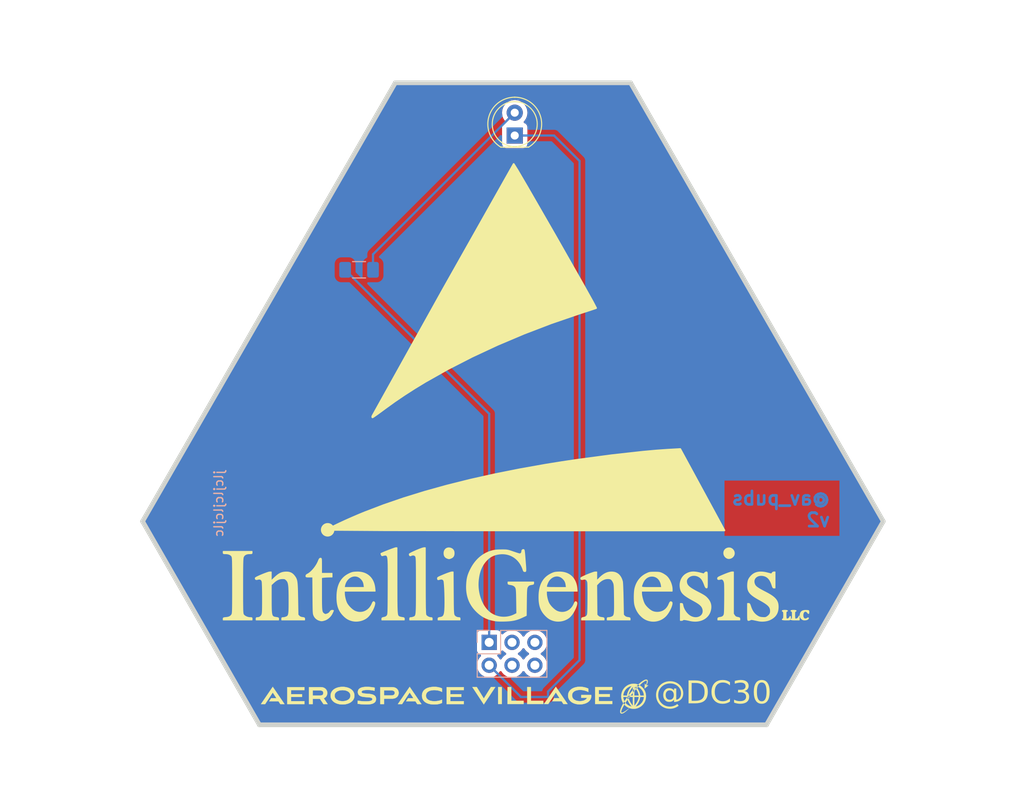
<source format=kicad_pcb>
(kicad_pcb (version 20220621) (generator pcbnew)
  (layers (0 "F.Cu" signal) (31 "B.Cu" signal) (34 "B.Paste" user) (35 "F.Paste" user) (36 "B.SilkS" user "B.Silkscreen") (37 "F.SilkS" user "F.Silkscreen") (38 "B.Mask" user) (39 "F.Mask" user) (44 "Edge.Cuts" user))
  (net 0 "")
  (net 1 "Net-(D1-K)")
  (net 2 "Net-(D1-A)")
  (net 3 "Net-(J1-Pin_1)")
  (footprint "LED_THT:LED_D5.0mm" (layer "F.Cu") (at 221.3 44.47 90)
    (fp_text reference "D1" hide)
    (fp_text value "LED")
  )
  (footprint "Connector_PinHeader_2.54mm:PinHeader_2x03_P2.54mm_Vertical" (layer "B.Cu") (at 218.46 100.83 -90)
    (fp_text reference "J1" hide)
    (fp_text value "Conn_02x03_Counter_Clockwise")
  )
  (footprint "Resistor_SMD:R_1206_3216Metric_Pad1.30x1.75mm_HandSolder" (layer "B.Cu") (at 204 59.4 180)
    (fp_text reference "R1" hide)
    (fp_text value "R")
  )
  (gr_poly (pts (xy 194.241202 93.9776) (xy 194.612785 93.624628) (xy 194.699161 93.544137) (xy 194.78177 93.470503) (xy 194.861145 93.403458) (xy 194.937819 93.342736) (xy 195.012326 93.28807) (xy 195.085199 93.239193) (xy 195.156971 93.195838) (xy 195.228176 93.157739) (xy 195.299348 93.124629) (xy 195.371019 93.096241) (xy 195.443722 93.072308) (xy 195.517993 93.052564) (xy 195.594363 93.036741) (xy 195.673366 93.024573) (xy 195.755535 93.015793) (xy 195.841404 93.010135) (xy 195.92199 93.007984) (xy 195.999239 93.009432) (xy 196.073305 93.014545) (xy 196.144345 93.023395) (xy 196.212513 93.03605) (xy 196.277965 93.052579) (xy 196.340856 93.073053) (xy 196.401342 93.097539) (xy 196.459577 93.126108) (xy 196.515718 93.158828) (xy 196.569919 93.19577) (xy 196.622337 93.237002) (xy 196.673125 93.282594) (xy 196.72244 93.332614) (xy 196.770438 93.387133) (xy 196.817272 93.446219) (xy 196.871957 93.520546) (xy 196.920336 93.591809) (xy 196.942298 93.627247) (xy 196.96285 93.663066) (xy 196.982045 93.699647) (xy 196.999938 93.737374) (xy 197.016586 93.776627) (xy 197.032042 93.81779) (xy 197.046363 93.861244) (xy 197.059602 93.907372) (xy 197.071815 93.956556) (xy 197.083057 94.009178) (xy 197.093383 94.065621) (xy 197.102848 94.126266) (xy 197.111507 94.191495) (xy 197.119415 94.261692) (xy 197.126628 94.337237) (xy 197.133199 94.418514) (xy 197.14464 94.599791) (xy 197.154177 94.808578) (xy 197.162252 95.047935) (xy 197.169305 95.320919) (xy 197.182103 95.979996) (xy 197.213002 97.766702) (xy 197.335541 97.897037) (xy 197.351775 97.913472) (xy 197.368725 97.928991) (xy 197.386432 97.94361) (xy 197.404936 97.957348) (xy 197.424278 97.970223) (xy 197.444497 97.982252) (xy 197.465634 97.993453) (xy 197.48773 98.003844) (xy 197.510825 98.013444) (xy 197.534958 98.022269) (xy 197.560171 98.030338) (xy 197.586504 98.037668) (xy 197.613997 98.044278) (xy 197.642691 98.050186) (xy 197.672625 98.055408) (xy 197.703841 98.059964) (xy 197.742123 98.065238) (xy 197.776287 98.070424) (xy 197.806563 98.075662) (xy 197.833176 98.081094) (xy 197.856354 98.086863) (xy 197.876325 98.093109) (xy 197.893315 98.099975) (xy 197.900764 98.103685) (xy 197.907552 98.107602) (xy 197.913709 98.111745) (xy 197.919263 98.116132) (xy 197.924242 98.12078) (xy 197.928675 98.125706) (xy 197.93259 98.130929) (xy 197.936016 98.136467) (xy 197.938981 98.142336) (xy 197.941513 98.148555) (xy 197.945392 98.162113) (xy 197.947882 98.177283) (xy 197.949209 98.194205) (xy 197.949601 98.213022) (xy 197.949601 98.333468) (xy 195.409598 98.333468) (xy 195.409598 98.207144) (xy 195.409895 98.187995) (xy 195.410867 98.170809) (xy 195.411644 98.162922) (xy 195.412636 98.155487) (xy 195.413857 98.148494) (xy 195.415324 98.141929) (xy 195.41705 98.135779) (xy 195.419052 98.130032) (xy 195.421345 98.124676) (xy 195.423943 98.119698) (xy 195.426863 98.115085) (xy 195.430119 98.110825) (xy 195.433727 98.106905) (xy 195.437701 98.103313) (xy 195.442058 98.100036) (xy 195.446812 98.097061) (xy 195.451979 98.094377) (xy 195.457574 98.091969) (xy 195.463611 98.089827) (xy 195.470107 98.087936) (xy 195.477077 98.086286) (xy 195.484535 98.084862) (xy 195.492498 98.083653) (xy 195.50098 98.082646) (xy 195.519562 98.081188) (xy 195.540404 98.080387) (xy 195.563629 98.080142) (xy 195.580243 98.079756) (xy 195.598204 98.078624) (xy 195.61734 98.076783) (xy 195.637482 98.074272) (xy 195.65846 98.071129) (xy 195.680102 98.067392) (xy 195.724702 98.058291) (xy 195.769919 98.047272) (xy 195.814392 98.034643) (xy 195.835924 98.02782) (xy 195.856759 98.020709) (xy 195.876728 98.013347) (xy 195.895659 98.005774) (xy 195.923732 97.993708) (xy 195.950156 97.981484) (xy 195.974979 97.968811) (xy 195.998252 97.955404) (xy 196.020024 97.940974) (xy 196.040345 97.925234) (xy 196.059264 97.907895) (xy 196.07683 97.88867) (xy 196.093094 97.867272) (xy 196.108105 97.843412) (xy 196.121912 97.816802) (xy 196.134565 97.787155) (xy 196.146114 97.754184) (xy 196.156608 97.7176) (xy 196.166096 97.677115) (xy 196.174629 97.632442) (xy 196.182255 97.583294) (xy 196.189025 97.529381) (xy 196.194988 97.470418) (xy 196.200193 97.406115) (xy 196.20469 97.336185) (xy 196.208528 97.26034) (xy 196.211758 97.178293) (xy 196.214429 97.089756) (xy 196.218291 96.89206) (xy 196.22051 96.664949) (xy 196.221483 96.406123) (xy 196.221607 96.113278) (xy 196.219135 95.54883) (xy 196.210959 95.098259) (xy 196.194928 94.745655) (xy 196.183295 94.601119) (xy 196.16889 94.475108) (xy 196.151447 94.365633) (xy 196.130695 94.270705) (xy 196.106365 94.188336) (xy 196.078189 94.116537) (xy 196.045898 94.053318) (xy 196.009223 93.996691) (xy 195.967894 93.944667) (xy 195.921644 93.895257) (xy 195.896083 93.870129) (xy 195.872279 93.847781) (xy 195.849783 93.828058) (xy 195.828146 93.810805) (xy 195.817509 93.803056) (xy 195.806918 93.795866) (xy 195.796318 93.789216) (xy 195.785651 93.783086) (xy 195.774863 93.777457) (xy 195.763896 93.77231) (xy 195.752695 93.767626) (xy 195.741203 93.763384) (xy 195.729364 93.759565) (xy 195.717123 93.756151) (xy 195.704422 93.753121) (xy 195.691207 93.750456) (xy 195.67742 93.748138) (xy 195.663006 93.746146) (xy 195.632071 93.743063) (xy 195.597953 93.741053) (xy 195.560202 93.739961) (xy 195.51837 93.739632) (xy 195.472008 93.739911) (xy 195.406816 93.742114) (xy 195.343105 93.747442) (xy 195.280662 93.755993) (xy 195.219276 93.767866) (xy 195.158735 93.783161) (xy 195.098828 93.801977) (xy 195.039341 93.824413) (xy 194.980065 93.850568) (xy 194.920786 93.880542) (xy 194.861294 93.914433) (xy 194.801375 93.952341) (xy 194.74082 93.994364) (xy 194.679414 94.040603) (xy 194.616948 94.091157) (xy 194.553209 94.146123) (xy 194.487985 94.205603) (xy 194.2412 94.436444) (xy 194.2412 96.005923) (xy 194.24267 96.650648) (xy 194.251438 97.138429) (xy 194.260602 97.330681) (xy 194.274041 97.492357) (xy 194.292573 97.626341) (xy 194.317015 97.73552) (xy 194.348184 97.822781) (xy 194.386897 97.89101) (xy 194.409337 97.91889) (xy 194.43397 97.943093) (xy 194.490222 97.981916) (xy 194.556469 98.010366) (xy 194.633528 98.031328) (xy 194.823352 98.062335) (xy 194.858853 98.067404) (xy 194.8906 98.072442) (xy 194.918796 98.077581) (xy 194.943641 98.082954) (xy 194.965339 98.088694) (xy 194.984091 98.094934) (xy 195.000099 98.101807) (xy 195.007137 98.105522) (xy 195.013565 98.109445) (xy 195.019408 98.113592) (xy 195.02469 98.117981) (xy 195.029439 98.122628) (xy 195.033677 98.127549) (xy 195.037432 98.132761) (xy 195.040728 98.13828) (xy 195.04359 98.144124) (xy 195.046044 98.150308) (xy 195.049827 98.163767) (xy 195.052279 98.178787) (xy 195.053602 98.195503) (xy 195.053998 98.214047) (xy 195.053998 98.334137) (xy 192.564801 98.334137) (xy 192.564805 98.206668) (xy 192.565111 98.188019) (xy 192.566093 98.171202) (xy 192.567847 98.156127) (xy 192.569044 98.149217) (xy 192.570469 98.142709) (xy 192.572135 98.136593) (xy 192.574054 98.130858) (xy 192.576238 98.125494) (xy 192.578699 98.120488) (xy 192.581448 98.115831) (xy 192.584499 98.111511) (xy 192.587862 98.107517) (xy 192.59155 98.103838) (xy 192.595574 98.100464) (xy 192.599948 98.097383) (xy 192.604682 98.094584) (xy 192.609789 98.092057) (xy 192.615281 98.089791) (xy 192.621169 98.087774) (xy 192.627466 98.085995) (xy 192.634183 98.084444) (xy 192.641334 98.08311) (xy 192.648929 98.081981) (xy 192.6655 98.080297) (xy 192.683994 98.079305) (xy 192.704506 98.078915) (xy 192.744009 98.077444) (xy 192.782476 98.073497) (xy 192.819861 98.067104) (xy 192.85612 98.058293) (xy 192.891208 98.047092) (xy 192.92508 98.033528) (xy 192.95769 98.01763) (xy 192.988995 97.999426) (xy 193.018949 97.978944) (xy 193.047506 97.956213) (xy 193.074624 97.931259) (xy 193.100255 97.904113) (xy 193.124356 97.874801) (xy 193.146881 97.843352) (xy 193.167786 97.809794) (xy 193.187025 97.774155) (xy 193.201075 97.743739) (xy 193.213582 97.710488) (xy 193.219283 97.692226) (xy 193.224632 97.672567) (xy 193.229638 97.651283) (xy 193.234313 97.628144) (xy 193.242713 97.575386) (xy 193.249921 97.512459) (xy 193.256022 97.437531) (xy 193.261106 97.348768) (xy 193.265259 97.244338) (xy 193.268569 97.122408) (xy 193.271125 96.981143) (xy 193.273013 96.818712) (xy 193.275137 96.423018) (xy 193.275644 95.92066) (xy 193.271767 95.240598) (xy 193.261067 94.670992) (xy 193.244936 94.261517) (xy 193.235269 94.132351) (xy 193.224768 94.061847) (xy 193.218391 94.040343) (xy 193.211458 94.019743) (xy 193.203968 94.000048) (xy 193.19592 93.981256) (xy 193.187312 93.963366) (xy 193.178144 93.94638) (xy 193.168415 93.930295) (xy 193.158123 93.915111) (xy 193.147268 93.900828) (xy 193.135848 93.887446) (xy 193.123863 93.874963) (xy 193.111311 93.863379) (xy 193.098192 93.852695) (xy 193.084504 93.842908) (xy 193.070246 93.834019) (xy 193.055418 93.826028) (xy 193.040017 93.818933) (xy 193.024044 93.812734) (xy 193.007497 93.807431) (xy 192.990375 93.803022) (xy 192.972677 93.799509) (xy 192.954402 93.796889) (xy 192.935549 93.795163) (xy 192.916117 93.794331) (xy 192.896104 93.79439) (xy 192.875511 93.795342) (xy 192.854335 93.797185) (xy 192.832576 93.799919) (xy 192.810232 93.803543) (xy 192.787303 93.808058) (xy 192.763788 93.813461) (xy 192.739685 93.819754) (xy 192.703808 93.828728) (xy 192.670395 93.835163) (xy 192.639472 93.839076) (xy 192.624953 93.84009) (xy 192.611066 93.84048) (xy 192.597815 93.840247) (xy 192.585202 93.839392) (xy 192.573232 93.837918) (xy 192.561907 93.835826) (xy 192.551231 93.833119) (xy 192.541206 93.829799) (xy 192.531837 93.825866) (xy 192.523127 93.821324) (xy 192.515078 93.816174) (xy 192.507694 93.810418) (xy 192.500978 93.804058) (xy 192.494934 93.797095) (xy 192.489564 93.789533) (xy 192.484872 93.781372) (xy 192.480862 93.772615) (xy 192.477537 93.763263) (xy 192.474899 93.753318) (xy 192.472952 93.742783) (xy 192.4717 93.731659) (xy 192.471145 93.719948) (xy 192.471291 93.707652) (xy 192.472141 93.694773) (xy 192.473699 93.681312) (xy 192.475967 93.667273) (xy 192.481449 93.657255) (xy 192.494418 93.64462) (xy 192.540975 93.612266) (xy 192.611945 93.571748) (xy 192.703636 93.524602) (xy 192.934411 93.416575) (xy 193.20376 93.300478) (xy 193.482144 93.188607) (xy 193.740022 93.093256) (xy 193.852041 93.055617) (xy 193.947855 93.026719) (xy 194.023773 93.008098) (xy 194.076103 93.001291) (xy 194.241202 92.999487)) (stroke (width 0.1)) (fill solid) (layer "F.SilkS"))
  (gr_line (start 233.362714 106.646532) (end 233.356462 106.696919) (stroke (width 0.019843)) (layer "F.SilkS"))
  (gr_line (start 233.680136 105.999736) (end 233.647535 106.034895) (stroke (width 0.019843)) (layer "F.SilkS"))
  (gr_poly (pts (xy 245.6 97.658588) (xy 245.715846 97.831192) (xy 245.732879 97.855787) (xy 245.749688 97.878365) (xy 245.766469 97.899046) (xy 245.783419 97.917952) (xy 245.800733 97.935204) (xy 245.809588 97.943247) (xy 245.818609 97.950922) (xy 245.827819 97.958244) (xy 245.837242 97.965229) (xy 245.846904 97.97189) (xy 245.85683 97.978244) (xy 245.867043 97.984305) (xy 245.877568 97.990089) (xy 245.88843 97.995611) (xy 245.899653 98.000886) (xy 245.923281 98.010755) (xy 245.948649 98.019818) (xy 245.975953 98.028195) (xy 246.00539 98.036007) (xy 246.037155 98.043377) (xy 246.071446 98.050424) (xy 246.10775 98.057707) (xy 246.140306 98.064771) (xy 246.169309 98.071751) (xy 246.194952 98.078779) (xy 246.217429 98.085989) (xy 246.236935 98.093516) (xy 246.253663 98.101491) (xy 246.267807 98.11005) (xy 246.27397 98.11459) (xy 246.27956 98.119325) (xy 246.284601 98.124273) (xy 246.289118 98.12945) (xy 246.293134 98.134873) (xy 246.296673 98.140559) (xy 246.29976 98.146524) (xy 246.30242 98.152785) (xy 246.306552 98.166261) (xy 246.309263 98.181122) (xy 246.310748 98.1975) (xy 246.3112 98.21553) (xy 246.3112 98.334009) (xy 243.872803 98.334009) (xy 243.872803 98.216272) (xy 243.873257 98.198093) (xy 243.873867 98.189657) (xy 243.874772 98.181633) (xy 243.875998 98.174002) (xy 243.877575 98.166747) (xy 243.879531 98.15985) (xy 243.881895 98.153292) (xy 243.884695 98.147057) (xy 243.88796 98.141125) (xy 243.891717 98.135479) (xy 243.895997 98.130101) (xy 243.900826 98.124973) (xy 243.906235 98.120077) (xy 243.91225 98.115395) (xy 243.918901 98.11091) (xy 243.926216 98.106602) (xy 243.934224 98.102455) (xy 243.942953 98.09845) (xy 243.952432 98.09457) (xy 243.962689 98.090796) (xy 243.973752 98.087111) (xy 243.985651 98.083496) (xy 243.998413 98.079934) (xy 244.026643 98.072895) (xy 244.058669 98.065851) (xy 244.09472 98.058659) (xy 244.135023 98.051175) (xy 244.170773 98.044344) (xy 244.204181 98.037168) (xy 244.235387 98.029576) (xy 244.264527 98.021496) (xy 244.291741 98.012857) (xy 244.317165 98.003588) (xy 244.340938 97.993616) (xy 244.363197 97.982871) (xy 244.384081 97.97128) (xy 244.403727 97.958773) (xy 244.422272 97.945278) (xy 244.439856 97.930724) (xy 244.456615 97.915038) (xy 244.472688 97.89815) (xy 244.488213 97.879988) (xy 244.503326 97.86048) (xy 244.52123 97.835142) (xy 244.529387 97.822314) (xy 244.537041 97.809014) (xy 244.544211 97.794969) (xy 244.550916 97.779904) (xy 244.557176 97.763546) (xy 244.563009 97.745622) (xy 244.568436 97.725856) (xy 244.573476 97.703975) (xy 244.578148 97.679706) (xy 244.582471 97.652774) (xy 244.586465 97.622906) (xy 244.59015 97.589828) (xy 244.593544 97.553266) (xy 244.596668 97.512945) (xy 244.59954 97.468593) (xy 244.602179 97.419936) (xy 244.60684 97.308608) (xy 244.610805 97.176771) (xy 244.614229 97.022235) (xy 244.617268 96.842808) (xy 244.620076 96.636299) (xy 244.625622 96.133273) (xy 244.629275 95.4967) (xy 244.627241 94.934312) (xy 244.620094 94.507056) (xy 244.614783 94.363149) (xy 244.60841 94.275879) (xy 244.599058 94.212602) (xy 244.586998 94.153208) (xy 244.572333 94.097815) (xy 244.555167 94.04654) (xy 244.535601 93.999502) (xy 244.513738 93.95682) (xy 244.489682 93.918611) (xy 244.476863 93.901221) (xy 244.463534 93.884993) (xy 244.449708 93.869943) (xy 244.435397 93.856086) (xy 244.420615 93.843435) (xy 244.405374 93.832006) (xy 244.389688 93.821814) (xy 244.373568 93.812873) (xy 244.357028 93.805198) (xy 244.340081 93.798804) (xy 244.322739 93.793706) (xy 244.305015 93.789918) (xy 244.286922 93.787455) (xy 244.268473 93.786333) (xy 244.249681 93.786565) (xy 244.230559 93.788167) (xy 244.211119 93.791153) (xy 244.191374 93.795538) (xy 244.143194 93.807423) (xy 244.099384 93.817252) (xy 244.059769 93.824983) (xy 244.024177 93.830577) (xy 243.992432 93.833994) (xy 243.96436 93.835194) (xy 243.939788 93.834137) (xy 243.92876 93.83275) (xy 243.918542 93.830784) (xy 243.909111 93.828233) (xy 243.900447 93.825093) (xy 243.892527 93.821359) (xy 243.885329 93.817025) (xy 243.878832 93.812088) (xy 243.873015 93.806541) (xy 243.867855 93.80038) (xy 243.86333 93.793599) (xy 243.859419 93.786195) (xy 243.8561 93.778161) (xy 243.853351 93.769493) (xy 243.851151 93.760185) (xy 243.84831 93.739633) (xy 243.847401 93.716464) (xy 243.847642 93.706468) (xy 243.848425 93.696789) (xy 243.849836 93.687376) (xy 243.851963 93.678176) (xy 243.854894 93.669138) (xy 243.858718 93.66021) (xy 243.863521 93.651341) (xy 243.869391 93.642479) (xy 243.876417 93.633572) (xy 243.884685 93.624569) (xy 243.894284 93.615417) (xy 243.905302 93.606066) (xy 243.917825 93.596463) (xy 243.931942 93.586557) (xy 243.947741 93.576296) (xy 243.965309 93.565629) (xy 243.984733 93.554503) (xy 244.006103 93.542867) (xy 244.029505 93.53067) (xy 244.055027 93.517859) (xy 244.082757 93.504383) (xy 244.112783 93.49019) (xy 244.180072 93.459448) (xy 244.257597 93.425219) (xy 244.346058 93.387089) (xy 244.446159 93.344645) (xy 244.558601 93.297473) (xy 244.704836 93.237757) (xy 244.847774 93.182043) (xy 244.983821 93.131552) (xy 245.109384 93.087501) (xy 245.220868 93.051112) (xy 245.314678 93.023604) (xy 245.387221 93.006197) (xy 245.414394 93.001662) (xy 245.434903 93.00011) (xy 245.6 93)) (stroke (width 0.1)) (fill solid) (layer "F.SilkS"))
  (gr_line (start 235.371907 107.60786) (end 235.403073 107.571365) (stroke (width 0.019843)) (layer "F.SilkS"))
  (gr_line (start 233.971335 107.483811) (end 233.936044 107.414867) (stroke (width 0.019843)) (layer "F.SilkS"))
  (gr_line (start 235.028315 106.469631) (end 235.003649 106.402673) (stroke (width 0.019843)) (layer "F.SilkS"))
  (gr_line (start 233.786093 107.740029) (end 233.863066 107.797186) (stroke (width 0.019843)) (layer "F.SilkS"))
  (gr_line (start 233.991154 106.471135) (end 233.970178 106.538969) (stroke (width 0.019843)) (layer "F.SilkS"))
  (gr_line (start 235.172561 107.199584) (end 235.146821 107.272665) (stroke (width 0.019843)) (layer "F.SilkS"))
  (gr_line (start 234.805949 105.685026) (end 234.758072 105.67335) (stroke (width 0.019843)) (layer "F.SilkS"))
  (gr_line (start 235.577302 106.360432) (end 235.557466 106.315876) (stroke (width 0.019843)) (layer "F.SilkS"))
  (gr_line (start 234.074975 106.273409) (end 234.043883 106.338334) (stroke (width 0.019843)) (layer "F.SilkS"))
  (gr_line (start 235.372031 106.03497) (end 235.30545 105.966039) (stroke (width 0.019843)) (layer "F.SilkS"))
  (gr_line (start 234.7984 107.865219) (end 234.70925 107.979062) (stroke (width 0.019843)) (layer "F.SilkS"))
  (gr_line (start 233.795167 106.669944) (end 233.807772 106.593101) (stroke (width 0.019843)) (layer "F.SilkS"))
  (gr_line (start 235.648398 107.045915) (end 235.656728 106.996223) (stroke (width 0.019843)) (layer "F.SilkS"))
  (gr_line (start 234.437192 107.905441) (end 234.437192 106.894799) (stroke (width 0.019843)) (layer "F.SilkS"))
  (gr_line (start 234.975611 106.336775) (end 234.944531 106.271942) (stroke (width 0.019843)) (layer "F.SilkS"))
  (gr_line (start 234.048828 107.617263) (end 234.009052 107.551291) (stroke (width 0.019843)) (layer "F.SilkS"))
  (gr_line (start 234.709448 105.663693) (end 234.798533 105.777527) (stroke (width 0.019843)) (layer "F.SilkS"))
  (gr_poly (pts (xy 203.901014 93.007067) (xy 204.004566 93.012412) (xy 204.105696 93.021912) (xy 204.204356 93.035525) (xy 204.300495 93.053208) (xy 204.394064 93.074917) (xy 204.485014 93.100609) (xy 204.573294 93.130242) (xy 204.658855 93.163772) (xy 204.741648 93.201156) (xy 204.821621 93.242351) (xy 204.898727 93.287314) (xy 204.972915 93.336003) (xy 205.044136 93.388373) (xy 205.11234 93.444382) (xy 205.177476 93.503987) (xy 205.239497 93.567144) (xy 205.298351 93.633811) (xy 205.35399 93.703945) (xy 205.406363 93.777502) (xy 205.455421 93.854439) (xy 205.501114 93.934714) (xy 205.543392 94.018282) (xy 205.582207 94.105102) (xy 205.617508 94.195131) (xy 205.649245 94.288324) (xy 205.677369 94.384639) (xy 205.701831 94.484032) (xy 205.722579 94.586462) (xy 205.739566 94.691884) (xy 205.752741 94.800256) (xy 205.78684 95.133032) (xy 202.369208 95.133032) (xy 202.369989 95.374338) (xy 202.371553 95.435122) (xy 202.375784 95.499902) (xy 202.38253 95.568034) (xy 202.391636 95.638874) (xy 202.402951 95.711777) (xy 202.41632 95.786102) (xy 202.431591 95.861203) (xy 202.448612 95.936437) (xy 202.467228 96.011161) (xy 202.487287 96.084731) (xy 202.508637 96.156503) (xy 202.531123 96.225833) (xy 202.554594 96.292078) (xy 202.578895 96.354595) (xy 202.603874 96.412738) (xy 202.629378 96.465866) (xy 202.664109 96.528822) (xy 202.704925 96.593878) (xy 202.751178 96.660401) (xy 202.802218 96.727755) (xy 202.857398 96.795304) (xy 202.916069 96.862415) (xy 202.977582 96.92845) (xy 203.04129 96.992776) (xy 203.106543 97.054757) (xy 203.172692 97.113758) (xy 203.239091 97.169144) (xy 203.305089 97.22028) (xy 203.370038 97.266531) (xy 203.433291 97.307261) (xy 203.494198 97.341836) (xy 203.552111 97.36962) (xy 203.623457 97.398265) (xy 203.694977 97.422947) (xy 203.766575 97.443708) (xy 203.838158 97.460589) (xy 203.909629 97.473632) (xy 203.980894 97.48288) (xy 204.051859 97.488374) (xy 204.122429 97.490157) (xy 204.192508 97.48827) (xy 204.262002 97.482755) (xy 204.330817 97.473655) (xy 204.398857 97.461011) (xy 204.466027 97.444865) (xy 204.532233 97.42526) (xy 204.59738 97.402238) (xy 204.661372 97.37584) (xy 204.724116 97.346108) (xy 204.785517 97.313084) (xy 204.845479 97.276811) (xy 204.903908 97.237331) (xy 204.960709 97.194685) (xy 205.015787 97.148915) (xy 205.069047 97.100064) (xy 205.120395 97.048173) (xy 205.169735 96.993285) (xy 205.216973 96.935441) (xy 205.262015 96.874683) (xy 205.304764 96.811054) (xy 205.345127 96.744595) (xy 205.383009 96.675349) (xy 205.418314 96.603357) (xy 205.450949 96.528662) (xy 205.468986 96.486335) (xy 205.486432 96.44863) (xy 205.503381 96.415494) (xy 205.519926 96.386875) (xy 205.528076 96.374242) (xy 205.53616 96.362719) (xy 205.544191 96.352299) (xy 205.552179 96.342974) (xy 205.560136 96.33474) (xy 205.568075 96.327588) (xy 205.576007 96.321513) (xy 205.583943 96.316507) (xy 205.591895 96.312564) (xy 205.599876 96.309678) (xy 205.607896 96.307842) (xy 205.615967 96.307049) (xy 205.624102 96.307293) (xy 205.632312 96.308567) (xy 205.640608 96.310864) (xy 205.649003 96.314179) (xy 205.657508 96.318504) (xy 205.666135 96.323832) (xy 205.674895 96.330157) (xy 205.6838 96.337473) (xy 205.692863 96.345773) (xy 205.702094 96.355051) (xy 205.72111 96.37651) (xy 205.732936 96.395061) (xy 205.741492 96.418019) (xy 205.746886 96.445141) (xy 205.749228 96.476181) (xy 205.748628 96.510894) (xy 205.745195 96.549037) (xy 205.730269 96.63463) (xy 205.705325 96.731002) (xy 205.67124 96.836195) (xy 205.62889 96.948252) (xy 205.579151 97.065214) (xy 205.522898 97.185123) (xy 205.461009 97.306023) (xy 205.394359 97.425954) (xy 205.323824 97.54296) (xy 205.25028 97.655082) (xy 205.174604 97.760362) (xy 205.097671 97.856842) (xy 205.020358 97.942566) (xy 204.935295 98.023408) (xy 204.842996 98.098173) (xy 204.744161 98.166686) (xy 204.639492 98.228769) (xy 204.529689 98.284244) (xy 204.415451 98.332934) (xy 204.297479 98.374662) (xy 204.176474 98.40925) (xy 204.053135 98.436522) (xy 203.928164 98.456299) (xy 203.80226 98.468406) (xy 203.676125 98.472663) (xy 203.550457 98.468895) (xy 203.425958 98.456924) (xy 203.303328 98.436572) (xy 203.183268 98.407663) (xy 203.183236 98.407672) (xy 203.112868 98.386868) (xy 203.04513 98.364612) (xy 202.979774 98.340747) (xy 202.916552 98.315119) (xy 202.855215 98.287571) (xy 202.795516 98.257949) (xy 202.737206 98.226097) (xy 202.680036 98.191859) (xy 202.62376 98.15508) (xy 202.568127 98.115605) (xy 202.51289 98.073278) (xy 202.457801 98.027943) (xy 202.402612 97.979446) (xy 202.347073 97.92763) (xy 202.290938 97.87234) (xy 202.233957 97.813422) (xy 202.143049 97.712991) (xy 202.059293 97.611288) (xy 201.982517 97.507803) (xy 201.912547 97.402026) (xy 201.849211 97.293446) (xy 201.792335 97.181551) (xy 201.741747 97.065833) (xy 201.697274 96.94578) (xy 201.658742 96.820881) (xy 201.625979 96.690627) (xy 201.598811 96.554507) (xy 201.577067 96.412009) (xy 201.560571 96.262625) (xy 201.549153 96.105842) (xy 201.542637 95.941151) (xy 201.540853 95.768042) (xy 201.546572 95.533295) (xy 201.562339 95.30897) (xy 201.588195 95.094987) (xy 201.624181 94.891269) (xy 201.663442 94.726648) (xy 202.357899 94.726648) (xy 204.587401 94.726648) (xy 204.550578 94.455313) (xy 204.541645 94.395368) (xy 204.531472 94.338508) (xy 204.519935 94.284482) (xy 204.506912 94.23304) (xy 204.492277 94.183933) (xy 204.475908 94.136912) (xy 204.457682 94.091726) (xy 204.437473 94.048126) (xy 204.41516 94.005863) (xy 204.390618 93.964686) (xy 204.363723 93.924346) (xy 204.334352 93.884593) (xy 204.302382 93.845178) (xy 204.267689 93.805851) (xy 204.230149 93.766362) (xy 204.189638 93.726462) (xy 204.1293 93.672794) (xy 204.067129 93.625211) (xy 204.003334 93.583617) (xy 203.938126 93.547915) (xy 203.871714 93.518009) (xy 203.804309 93.493804) (xy 203.73612 93.475202) (xy 203.667358 93.462107) (xy 203.598232 93.454425) (xy 203.528953 93.452057) (xy 203.459731 93.454909) (xy 203.390775 93.462883) (xy 203.322295 93.475885) (xy 203.254503 93.493817) (xy 203.187606 93.516584) (xy 203.121816 93.544089) (xy 203.057343 93.576236) (xy 202.994396 93.612929) (xy 202.933185 93.654072) (xy 202.873921 93.699568) (xy 202.816814 93.749322) (xy 202.762073 93.803238) (xy 202.709908 93.861218) (xy 202.66053 93.923168) (xy 202.614149 93.98899) (xy 202.570974 94.058589) (xy 202.531215 94.131868) (xy 202.495083 94.208732) (xy 202.462787 94.289084) (xy 202.434538 94.372828) (xy 202.410545 94.459867) (xy 202.391018 94.550107) (xy 202.357899 94.726648) (xy 201.663442 94.726648) (xy 201.670338 94.697736) (xy 201.726706 94.514309) (xy 201.793326 94.34091) (xy 201.87024 94.17746) (xy 201.957488 94.023879) (xy 202.055111 93.880088) (xy 202.163151 93.74601) (xy 202.281648 93.621565) (xy 202.410642 93.506674) (xy 202.550176 93.401258) (xy 202.700289 93.305238) (xy 202.861023 93.218536) (xy 202.975756 93.163281) (xy 203.027096 93.139983) (xy 203.075403 93.119324) (xy 203.121412 93.101114) (xy 203.165863 93.085167) (xy 203.209491 93.071297) (xy 203.253036 93.059316) (xy 203.297233 93.049036) (xy 203.342821 93.040272) (xy 203.390537 93.032835) (xy 203.441119 93.026539) (xy 203.495303 93.021196) (xy 203.553827 93.01662) (xy 203.686847 93.009018) (xy 203.795091 93.005922)) (stroke (width 0.1)) (fill solid) (layer "F.SilkS"))
  (gr_line (start 234.709448 105.663693) (end 234.709448 105.663693) (stroke (width 0.019843)) (layer "F.SilkS"))
  (gr_line (start 234.755024 105.963957) (end 234.669452 105.848416) (stroke (width 0.019843)) (layer "F.SilkS"))
  (gr_line (start 233.531943 106.18843) (end 233.506978 106.22981) (stroke (width 0.019843)) (layer "F.SilkS"))
  (gr_line (start 235.011579 106.091464) (end 235.049471 106.158943) (stroke (width 0.019843)) (layer "F.SilkS"))
  (gr_line (start 235.667108 106.894799) (end 235.231736 106.894799) (stroke (width 0.019843)) (layer "F.SilkS"))
  (gr_line (start 233.647535 107.60786) (end 233.714126 107.676798) (stroke (width 0.019843)) (layer "F.SilkS"))
  (gr_line (start 234.975472 107.304323) (end 235.003521 107.238411) (stroke (width 0.019843)) (layer "F.SilkS"))
  (gr_line (start 235.231736 106.894799) (end 235.224274 106.972778) (stroke (width 0.019843)) (layer "F.SilkS"))
  (gr_line (start 234.015832 106.40425) (end 233.991154 106.471135) (stroke (width 0.019843)) (layer "F.SilkS"))
  (gr_line (start 233.371044 107.045915) (end 233.381406 107.094867) (stroke (width 0.019843)) (layer "F.SilkS"))
  (gr_poly (pts (xy 200.511346 88.311798) (xy 200.511315 88.311867) (xy 200.511326 88.311798)) (stroke (width 1.5)) (fill solid) (layer "F.SilkS"))
  (gr_poly (pts (xy 210.930058 107.692038) (xy 210.472461 107.692038) (xy 210.262117 107.37295) (xy 209.233418 107.37295) (xy 209.452888 107.039179) (xy 210.04463 107.039179) (xy 209.624736 106.397829) (xy 208.777012 107.692038) (xy 208.319017 107.692038) (xy 209.624736 105.778704)) (stroke (width 0.03)) (fill solid) (layer "F.SilkS"))
  (gr_line (start 235.231736 106.747956) (end 235.231736 106.747956) (stroke (width 0.019843)) (layer "F.SilkS"))
  (gr_line (start 234.223155 106.024033) (end 234.183198 106.084787) (stroke (width 0.019843)) (layer "F.SilkS"))
  (gr_line (start 233.586685 106.109175) (end 233.558527 106.148204) (stroke (width 0.019843)) (layer "F.SilkS"))
  (gr_line (start 233.381406 106.547888) (end 233.371044 106.59684) (stroke (width 0.019843)) (layer "F.SilkS"))
  (gr_line (start 235.656728 106.996223) (end 235.662979 106.945836) (stroke (width 0.019843)) (layer "F.SilkS"))
  (gr_line (start 233.352334 106.894799) (end 233.352334 106.894799) (stroke (width 0.019843)) (layer "F.SilkS"))
  (gr_line (start 234.805752 107.957761) (end 234.852837 107.944124) (stroke (width 0.019843)) (layer "F.SilkS"))
  (gr_line (start 234.886938 105.89824) (end 234.92993 105.96107) (stroke (width 0.019843)) (layer "F.SilkS"))
  (gr_line (start 235.032506 105.772101) (end 234.989057 105.751012) (stroke (width 0.019843)) (layer "F.SilkS"))
  (gr_line (start 235.003521 107.238411) (end 235.028204 107.171533) (stroke (width 0.019843)) (layer "F.SilkS"))
  (gr_line (start 235.21167 107.049597) (end 235.194305 107.125214) (stroke (width 0.019843)) (layer "F.SilkS"))
  (gr_line (start 235.233349 107.740029) (end 235.269981 107.70915) (stroke (width 0.019843)) (layer "F.SilkS"))
  (gr_line (start 234.310192 107.979062) (end 234.221188 107.865228) (stroke (width 0.019843)) (layer "F.SilkS"))
  (gr_line (start 233.352334 106.747956) (end 233.787706 106.747956) (stroke (width 0.019843)) (layer "F.SilkS"))
  (gr_line (start 234.34999 107.794193) (end 234.437192 107.905441) (stroke (width 0.019843)) (layer "F.SilkS"))
  (gr_line (start 235.30545 105.966039) (end 235.233495 105.902813) (stroke (width 0.019843)) (layer "F.SilkS"))
  (gr_poly (pts (xy 215.634614 106.135098) (xy 214.141569 106.135098) (xy 214.141569 106.592694) (xy 215.364341 106.592694) (xy 215.364341 106.88916) (xy 214.141569 106.88916) (xy 214.141569 107.369379) (xy 215.634614 107.369379) (xy 215.634614 107.692038) (xy 213.732393 107.692038) (xy 213.732393 105.808866) (xy 215.634614 105.808866)) (stroke (width 0.03)) (fill solid) (layer "F.SilkS"))
  (gr_line (start 233.903544 107.3445) (end 233.874203 107.272752) (stroke (width 0.019843)) (layer "F.SilkS"))
  (gr_poly (pts (xy 219.862292 107.683172) (xy 219.453512 107.683172) (xy 219.453512 105.8) (xy 219.862292 105.8)) (stroke (width 0.03)) (fill solid) (layer "F.SilkS"))
  (gr_line (start 235.6114 107.190365) (end 235.625688 107.143032) (stroke (width 0.019843)) (layer "F.SilkS"))
  (gr_poly (pts (xy 235.91139 104.965584) (xy 235.919743 104.965918) (xy 235.928208 104.966511) (xy 235.936784 104.967376) (xy 235.941044 104.967872) (xy 235.945342 104.96848) (xy 235.949676 104.969218) (xy 235.954048 104.970104) (xy 235.958457 104.971159) (xy 235.962903 104.972399) (xy 235.96514 104.973095) (xy 235.967387 104.973844) (xy 235.969643 104.974649) (xy 235.971908 104.975512) (xy 235.98937 104.981862) (xy 235.991528 104.983005) (xy 235.993683 104.984197) (xy 235.995834 104.98543) (xy 235.997977 104.986699) (xy 236.000112 104.987995) (xy 236.002234 104.989313) (xy 236.006436 104.991982) (xy 236.010597 104.994639) (xy 236.01472 104.997315) (xy 236.016757 104.998689) (xy 236.01877 105.000103) (xy 236.020755 105.001567) (xy 236.022708 105.003095) (xy 236.036598 105.017184) (xy 236.038406 105.018918) (xy 236.040116 105.020695) (xy 236.041737 105.022512) (xy 236.043277 105.024365) (xy 236.044744 105.02625) (xy 236.046149 105.028164) (xy 236.047498 105.030104) (xy 236.048802 105.032067) (xy 236.051306 105.036043) (xy 236.053732 105.040066) (xy 236.056148 105.044108) (xy 236.058625 105.04814) (xy 236.062696 105.056381) (xy 236.066296 105.06458) (xy 236.069451 105.072735) (xy 236.072187 105.080842) (xy 236.074529 105.088896) (xy 236.076505 105.096894) (xy 236.07814 105.104832) (xy 236.079461 105.112707) (xy 236.080493 105.120514) (xy 236.081263 105.128249) (xy 236.081797 105.13591) (xy 236.082121 105.143492) (xy 236.082244 105.158405) (xy 236.081842 105.172957) (xy 236.080945 105.187358) (xy 236.079619 105.201548) (xy 236.077897 105.215537) (xy 236.075814 105.229338) (xy 236.073406 105.242963) (xy 236.070708 105.256422) (xy 236.067753 105.269728) (xy 236.064578 105.282891) (xy 236.053073 105.324518) (xy 236.040216 105.365355) (xy 236.026128 105.405465) (xy 236.010925 105.444916) (xy 235.994727 105.483771) (xy 235.977653 105.522096) (xy 235.95982 105.559955) (xy 235.941348 105.597415) (xy 236.146731 105.611702) (xy 235.724853 105.967501) (xy 235.764342 105.417035) (xy 235.894517 105.572213) (xy 235.908427 105.534275) (xy 235.92178 105.496227) (xy 235.934432 105.458091) (xy 235.946235 105.419888) (xy 235.957042 105.381638) (xy 235.966708 105.343362) (xy 235.975085 105.305082) (xy 235.982028 105.266818) (xy 235.983774 105.254776) (xy 235.985277 105.242776) (xy 235.986521 105.230841) (xy 235.987485 105.218995) (xy 235.988152 105.20726) (xy 235.988502 105.19566) (xy 235.988518 105.184218) (xy 235.98818 105.172957) (xy 235.987905 105.16743) (xy 235.987526 105.161947) (xy 235.987042 105.156524) (xy 235.986449 105.151179) (xy 235.985748 105.145926) (xy 235.984936 105.140782) (xy 235.98401 105.135764) (xy 235.982971 105.130888) (xy 235.981815 105.12617) (xy 235.98054 105.121627) (xy 235.979147 105.117274) (xy 235.977631 105.113128) (xy 235.975993 105.109206) (xy 235.974229 105.105523) (xy 235.972339 105.102095) (xy 235.97032 105.09894) (xy 235.968225 105.09612) (xy 235.966097 105.093532) (xy 235.963923 105.091167) (xy 235.961688 105.089015) (xy 235.959379 105.087066) (xy 235.956981 105.085312) (xy 235.954482 105.083741) (xy 235.951865 105.082346) (xy 235.949119 105.081115) (xy 235.946229 105.08004) (xy 235.94318 105.079111) (xy 235.939959 105.078318) (xy 235.936553 105.077652) (xy 235.932946 105.077103) (xy 235.929125 105.076662) (xy 235.925077 105.076318) (xy 235.920846 105.076235) (xy 235.916492 105.076282) (xy 235.912023 105.076462) (xy 235.907447 105.076774) (xy 235.90277 105.07722) (xy 235.898001 105.077801) (xy 235.893148 105.078517) (xy 235.888217 105.079369) (xy 235.883216 105.080359) (xy 235.878153 105.081486) (xy 235.873035 105.082753) (xy 235.867871 105.084159) (xy 235.862666 105.085707) (xy 235.85743 105.087395) (xy 235.852169 105.089226) (xy 235.846892 105.091201) (xy 235.836319 105.095038) (xy 235.825736 105.099171) (xy 235.815148 105.103586) (xy 235.80456 105.108267) (xy 235.783397 105.118367) (xy 235.762283 105.129351) (xy 235.741253 105.141097) (xy 235.720341 105.153485) (xy 235.699583 105.166395) (xy 235.679014 105.179704) (xy 235.658466 105.193337) (xy 235.638046 105.207284) (xy 235.617751 105.221524) (xy 235.59758 105.236036) (xy 235.57753 105.250799) (xy 235.557598 105.265792) (xy 235.537782 105.280994) (xy 235.518081 105.296385) (xy 235.479067 105.327901) (xy 235.440449 105.360059) (xy 235.402211 105.392812) (xy 235.364342 105.426114) (xy 235.326825 105.459918) (xy 235.289648 105.494178) (xy 235.252797 105.528847) (xy 235.216257 105.563879) (xy 235.178753 105.599953) (xy 235.224989 105.626872) (xy 235.280926 105.663187) (xy 235.334977 105.702112) (xy 235.387054 105.743561) (xy 235.437071 105.787446) (xy 235.484942 105.83368) (xy 235.530581 105.882174) (xy 235.5739 105.932842) (xy 235.614815 105.985595) (xy 235.653239 106.040347) (xy 235.689084 106.09701) (xy 235.722266 106.155496) (xy 235.752697 106.215717) (xy 235.780291 106.277587) (xy 235.804963 106.341018) (xy 235.826625 106.405922) (xy 235.845191 106.472211) (xy 235.860575 106.539798) (xy 235.872691 106.608596) (xy 235.881452 106.678517) (xy 235.886771 106.749473) (xy 235.888564 106.821377) (xy 235.886771 106.893282) (xy 235.881452 106.964238) (xy 235.872691 107.034159) (xy 235.860575 107.102957) (xy 235.845191 107.170544) (xy 235.826625 107.236833) (xy 235.804963 107.301737) (xy 235.780291 107.365167) (xy 235.752697 107.427037) (xy 235.722266 107.487259) (xy 235.689084 107.545745) (xy 235.653239 107.602407) (xy 235.614815 107.657159) (xy 235.5739 107.709913) (xy 235.530581 107.760581) (xy 235.484942 107.809075) (xy 235.437071 107.855308) (xy 235.387054 107.899193) (xy 235.334977 107.940643) (xy 235.280926 107.979568) (xy 235.224989 108.015883) (xy 235.167251 108.049499) (xy 235.107798 108.080328) (xy 235.046717 108.108285) (xy 234.984095 108.13328) (xy 234.920017 108.155226) (xy 234.85457 108.174036) (xy 234.78784 108.189623) (xy 234.719914 108.201898) (xy 234.650878 108.210774) (xy 234.580817 108.216164) (xy 234.50982 108.21798) (xy 234.438822 108.216164) (xy 234.36876 108.210774) (xy 234.299721 108.201898) (xy 234.231791 108.189623) (xy 234.165057 108.174036) (xy 234.099605 108.155226) (xy 234.035521 108.13328) (xy 233.972892 108.108285) (xy 233.911804 108.080328) (xy 233.852343 108.049499) (xy 233.794597 108.015883) (xy 233.738651 107.979568) (xy 233.684592 107.940643) (xy 233.632506 107.899194) (xy 233.582479 107.855309) (xy 233.534599 107.809075) (xy 233.488951 107.760581) (xy 233.478067 107.747853) (xy 233.504864 107.702954) (xy 233.558163 107.616665) (xy 233.600172 107.550747) (xy 233.616369 107.571365) (xy 233.647535 107.60786) (xy 233.680136 107.643019) (xy 233.714126 107.676798) (xy 233.749461 107.70915) (xy 233.786093 107.740029) (xy 233.823976 107.769389) (xy 233.863066 107.797186) (xy 233.903316 107.823373) (xy 233.944679 107.847904) (xy 233.987111 107.870734) (xy 234.030566 107.891816) (xy 234.074997 107.911106) (xy 234.120358 107.928557) (xy 234.166604 107.944124) (xy 234.213689 107.957761) (xy 234.261567 107.969422) (xy 234.310192 107.979062) (xy 234.70925 107.979062) (xy 234.757874 107.969422) (xy 234.805752 107.957761) (xy 234.852837 107.944124) (xy 234.899083 107.928557) (xy 234.944445 107.911106) (xy 234.988876 107.891816) (xy 235.03233 107.870734) (xy 235.074762 107.847904) (xy 235.116126 107.823373) (xy 235.156376 107.797186) (xy 235.233349 107.740029) (xy 235.305315 107.676798) (xy 235.371907 107.60786) (xy 235.432757 107.53358) (xy 235.487499 107.454324) (xy 235.512464 107.412945) (xy 235.535764 107.370459) (xy 235.557354 107.326913) (xy 235.577187 107.282351) (xy 235.595218 107.23682) (xy 235.6114 107.190365) (xy 235.625688 107.143032) (xy 235.638036 107.094867) (xy 235.648398 107.045915) (xy 235.656728 106.996223) (xy 235.662979 106.945836) (xy 235.667108 106.894799) (xy 235.231736 106.894799) (xy 235.228672 106.933948) (xy 235.224274 106.972811) (xy 235.21167 107.049654) (xy 235.194305 107.125287) (xy 235.172561 107.199667) (xy 235.146821 107.272752) (xy 235.117467 107.3445) (xy 235.084881 107.414867) (xy 235.049446 107.483811) (xy 235.011543 107.551291) (xy 234.971556 107.617263) (xy 234.929865 107.681685) (xy 234.886854 107.744515) (xy 234.842905 107.80571) (xy 234.7984 107.865228) (xy 234.70925 107.979062) (xy 234.310192 107.979062) (xy 234.221245 107.865219) (xy 234.133173 107.744487) (xy 234.090384 107.681645) (xy 234.048915 107.617211) (xy 234.009134 107.551227) (xy 233.97141 107.483737) (xy 233.936108 107.414784) (xy 233.903597 107.344413) (xy 233.874243 107.272665) (xy 233.848416 107.199584) (xy 233.845289 107.188984) (xy 233.7829 107.277917) (xy 233.668445 107.446058) (xy 233.612727 107.531045) (xy 233.600172 107.550747) (xy 233.586685 107.53358) (xy 233.558527 107.494551) (xy 233.531943 107.454324) (xy 233.506978 107.412945) (xy 233.493933 107.38916) (xy 233.463733 107.43863) (xy 233.410575 107.52792) (xy 233.367027 107.603492) (xy 233.366266 107.602408) (xy 233.330412 107.545745) (xy 233.297222 107.487259) (xy 233.266783 107.427037) (xy 233.239181 107.365167) (xy 233.214503 107.301737) (xy 233.192835 107.236833) (xy 233.174264 107.170544) (xy 233.158875 107.102957) (xy 233.146756 107.034159) (xy 233.137992 106.964238) (xy 233.132785 106.894799) (xy 233.352334 106.894799) (xy 233.356462 106.945836) (xy 233.362714 106.996223) (xy 233.371044 107.045915) (xy 233.381406 107.094867) (xy 233.393753 107.143032) (xy 233.408041 107.190365) (xy 233.424224 107.23682) (xy 233.442254 107.282351) (xy 233.462087 107.326913) (xy 233.483677 107.370459) (xy 233.493933 107.38916) (xy 233.517831 107.350015) (xy 233.573041 107.262118) (xy 233.629635 107.175176) (xy 233.68747 107.089104) (xy 233.746406 107.003816) (xy 233.792274 106.939034) (xy 233.795758 106.972778) (xy 233.808806 107.049597) (xy 233.82648 107.125214) (xy 233.845289 107.188984) (xy 233.899773 107.111319) (xy 233.953617 107.036577) (xy 233.970178 107.103784) (xy 233.991154 107.171616) (xy 234.015832 107.238499) (xy 234.043883 107.30441) (xy 234.074975 107.369329) (xy 234.108778 107.433235) (xy 234.144962 107.496105) (xy 234.183198 107.55792) (xy 234.223155 107.618657) (xy 234.264502 107.678296) (xy 234.306909 107.736815) (xy 234.350047 107.794193) (xy 234.437192 107.905441) (xy 234.58225 107.905441) (xy 234.669452 107.794193) (xy 234.755024 107.678296) (xy 234.796375 107.618657) (xy 234.836331 107.55792) (xy 234.874561 107.496105) (xy 234.910738 107.433235) (xy 234.944531 107.369329) (xy 234.975611 107.30441) (xy 235.003649 107.238499) (xy 235.028315 107.171616) (xy 235.049281 107.103784) (xy 235.066216 107.035023) (xy 235.078791 106.965354) (xy 235.086678 106.894799) (xy 234.58225 106.894799) (xy 234.58225 107.905441) (xy 234.437192 107.905441) (xy 234.437192 106.894799) (xy 234.0585 106.894799) (xy 234.019549 106.946693) (xy 233.959268 107.028733) (xy 233.953617 107.036577) (xy 233.953234 107.035023) (xy 233.940652 106.965354) (xy 233.932764 106.894799) (xy 234.0585 106.894799) (xy 234.080676 106.865254) (xy 234.14271 106.784468) (xy 234.171246 106.747956) (xy 234.437192 106.747956) (xy 234.58225 106.747956) (xy 235.086678 106.747956) (xy 235.078791 106.676779) (xy 235.066216 106.606649) (xy 235.049281 106.537569) (xy 235.028315 106.469545) (xy 235.003649 106.402579) (xy 234.975611 106.336677) (xy 234.944531 106.271843) (xy 234.910738 106.208082) (xy 234.874561 106.145397) (xy 234.836331 106.083793) (xy 234.796375 106.023274) (xy 234.786531 106.009127) (xy 234.658053 106.153635) (xy 234.591226 106.230389) (xy 234.58225 106.240933) (xy 234.58225 106.747956) (xy 234.437192 106.747956) (xy 234.437192 106.413949) (xy 234.460009 106.386093) (xy 234.525236 106.307902) (xy 234.58225 106.240933) (xy 234.58225 105.961619) (xy 234.518576 106.030505) (xy 234.437192 106.122822) (xy 234.437192 106.413949) (xy 234.39547 106.464884) (xy 234.26816 106.623951) (xy 234.171246 106.747956) (xy 233.932764 106.747956) (xy 233.932959 106.746208) (xy 233.99031 106.668779) (xy 234.117594 106.505404) (xy 234.247922 106.344377) (xy 234.381511 106.185983) (xy 234.437192 106.122822) (xy 234.437192 105.737313) (xy 234.34999 105.848562) (xy 234.264418 105.964459) (xy 234.223067 106.024098) (xy 234.183111 106.084835) (xy 234.14488 106.14665) (xy 234.108703 106.20952) (xy 234.07491 106.273426) (xy 234.04383 106.338344) (xy 234.015792 106.404256) (xy 233.991126 106.471138) (xy 233.970161 106.538971) (xy 233.953226 106.607732) (xy 233.94065 106.677401) (xy 233.932959 106.746208) (xy 233.867009 106.835246) (xy 233.806299 106.919225) (xy 233.792274 106.939034) (xy 233.787706 106.894799) (xy 233.352334 106.894799) (xy 233.132785 106.894799) (xy 233.132671 106.893282) (xy 233.130878 106.821377) (xy 233.132671 106.749473) (xy 233.132785 106.747956) (xy 233.352334 106.747956) (xy 233.787706 106.747956) (xy 233.79077 106.708806) (xy 233.795167 106.669944) (xy 233.807772 106.593101) (xy 233.825137 106.517468) (xy 233.846881 106.443087) (xy 233.872621 106.370002) (xy 233.901975 106.298255) (xy 233.93456 106.227888) (xy 233.969996 106.158943) (xy 234.007898 106.091464) (xy 234.047886 106.025492) (xy 234.089576 105.96107) (xy 234.132587 105.89824) (xy 234.176536 105.837045) (xy 234.221042 105.777527) (xy 234.252691 105.737115) (xy 234.58225 105.737115) (xy 234.58225 105.961619) (xy 234.659333 105.878227) (xy 234.677667 105.85937) (xy 234.755024 105.963845) (xy 234.786531 106.009127) (xy 234.793074 106.001769) (xy 234.861444 105.92657) (xy 234.887219 105.898772) (xy 234.929865 105.96107) (xy 234.971556 106.025492) (xy 235.011543 106.091464) (xy 235.049446 106.158943) (xy 235.084881 106.227888) (xy 235.117467 106.298255) (xy 235.146821 106.370002) (xy 235.172561 106.443087) (xy 235.194305 106.517468) (xy 235.21167 106.593101) (xy 235.224274 106.669944) (xy 235.231736 106.747956) (xy 235.667108 106.747956) (xy 235.662979 106.696919) (xy 235.656728 106.646532) (xy 235.648398 106.59684) (xy 235.638036 106.547888) (xy 235.625688 106.499723) (xy 235.6114 106.45239) (xy 235.595218 106.405935) (xy 235.577187 106.360404) (xy 235.557354 106.315842) (xy 235.535765 106.272295) (xy 235.512464 106.22981) (xy 235.487499 106.18843) (xy 235.460914 106.148204) (xy 235.432757 106.109175) (xy 235.403073 106.07139) (xy 235.371907 106.034895) (xy 235.339306 105.999736) (xy 235.305315 105.965957) (xy 235.269981 105.933605) (xy 235.233349 105.902726) (xy 235.195465 105.873365) (xy 235.156376 105.845569) (xy 235.116126 105.819382) (xy 235.074762 105.794851) (xy 235.03233 105.772021) (xy 235.014898 105.763564) (xy 235.000448 105.778387) (xy 234.930532 105.85206) (xy 234.887219 105.898772) (xy 234.886854 105.89824) (xy 234.7984 105.777527) (xy 234.780036 105.754079) (xy 234.677667 105.85937) (xy 234.669452 105.848274) (xy 234.58225 105.737115) (xy 234.252691 105.737115) (xy 234.310192 105.663693) (xy 234.70925 105.663693) (xy 234.780036 105.754079) (xy 234.804 105.729432) (xy 234.839549 105.694782) (xy 234.852837 105.69863) (xy 234.899083 105.714197) (xy 234.944445 105.731649) (xy 234.988876 105.750939) (xy 235.014898 105.763564) (xy 235.071302 105.7057) (xy 235.143202 105.634148) (xy 235.178753 105.599953) (xy 235.167251 105.593256) (xy 235.107798 105.562426) (xy 235.046717 105.53447) (xy 235.019035 105.523421) (xy 234.952792 105.584404) (xy 234.839549 105.694782) (xy 234.805752 105.684994) (xy 234.757875 105.673333) (xy 234.70925 105.663693) (xy 234.310192 105.663693) (xy 234.261568 105.67335) (xy 234.213691 105.685026) (xy 234.166609 105.698676) (xy 234.120366 105.714254) (xy 234.075009 105.731715) (xy 234.030583 105.751012) (xy 233.987134 105.772101) (xy 233.944707 105.794935) (xy 233.903349 105.819469) (xy 233.863106 105.845657) (xy 233.786145 105.902813) (xy 233.714191 105.966039) (xy 233.647609 106.03497) (xy 233.586767 106.109239) (xy 233.53203 106.188483) (xy 233.507066 106.229856) (xy 233.483765 106.272335) (xy 233.462174 106.315876) (xy 233.442338 106.360432) (xy 233.424303 106.405958) (xy 233.408115 106.452407) (xy 233.39382 106.499735) (xy 233.381463 106.547896) (xy 233.37109 106.596845) (xy 233.362747 106.646534) (xy 233.35648 106.69692) (xy 233.352334 106.747956) (xy 233.132785 106.747956) (xy 233.137992 106.678517) (xy 233.146756 106.608596) (xy 233.158875 106.539798) (xy 233.174264 106.472211) (xy 233.192835 106.405922) (xy 233.214503 106.341018) (xy 233.239181 106.277587) (xy 233.266783 106.215717) (xy 233.297222 106.155496) (xy 233.330412 106.09701) (xy 233.366266 106.040347) (xy 233.404698 105.985595) (xy 233.445622 105.932842) (xy 233.488951 105.882174) (xy 233.534599 105.83368) (xy 233.582479 105.787446) (xy 233.632506 105.743561) (xy 233.684592 105.702112) (xy 233.738651 105.663187) (xy 233.794597 105.626872) (xy 233.852343 105.593256) (xy 233.911804 105.562426) (xy 233.972891 105.53447) (xy 234.035521 105.509475) (xy 234.099605 105.487529) (xy 234.165057 105.468718) (xy 234.231791 105.453132) (xy 234.299721 105.440857) (xy 234.36876 105.43198) (xy 234.438822 105.42659) (xy 234.50982 105.424774) (xy 234.580817 105.42659) (xy 234.650878 105.43198) (xy 234.719914 105.440857) (xy 234.78784 105.453132) (xy 234.85457 105.468718) (xy 234.920017 105.487529) (xy 234.984095 105.509475) (xy 235.019035 105.523421) (xy 235.105926 105.443427) (xy 235.145249 105.40923) (xy 235.184954 105.375416) (xy 235.225067 105.342016) (xy 235.265618 105.30906) (xy 235.306634 105.276579) (xy 235.348144 105.244602) (xy 235.390174 105.213161) (xy 235.432752 105.182284) (xy 235.476241 105.152367) (xy 235.520177 105.122883) (xy 235.564912 105.094264) (xy 235.610801 105.066942) (xy 235.634288 105.053903) (xy 235.658196 105.04135) (xy 235.682569 105.029339) (xy 235.707452 105.017922) (xy 235.732888 105.007153) (xy 235.758922 104.997088) (xy 235.785597 104.98778) (xy 235.812959 104.979282) (xy 235.826874 104.975531) (xy 235.841236 104.972231) (xy 235.856045 104.96948) (xy 235.863616 104.968341) (xy 235.8713 104.967376) (xy 235.879094 104.966597) (xy 235.887001 104.966016) (xy 235.895019 104.965645) (xy 235.903149 104.965497)) (stroke (width 0.015)) (fill solid) (layer "F.SilkS"))
  (gr_line (start 234.133089 107.744515) (end 234.090296 107.681685) (stroke (width 0.019843)) (layer "F.SilkS"))
  (gr_line (start 235.667108 106.894799) (end 235.667108 106.894799) (stroke (width 0.019843)) (layer "F.SilkS"))
  (gr_line (start 234.852837 107.944124) (end 234.899083 107.928557) (stroke (width 0.019843)) (layer "F.SilkS"))
  (gr_line (start 235.117467 107.344413) (end 235.084881 107.414784) (stroke (width 0.019843)) (layer "F.SilkS"))
  (gr_line (start 233.932764 106.894799) (end 233.932764 106.894799) (stroke (width 0.019843)) (layer "F.SilkS"))
  (gr_line (start 235.512464 107.412945) (end 235.535765 107.370459) (stroke (width 0.019843)) (layer "F.SilkS"))
  (gr_line (start 233.932764 106.747956) (end 233.932764 106.747956) (stroke (width 0.019843)) (layer "F.SilkS"))
  (gr_line (start 233.506978 107.412945) (end 233.531943 107.454324) (stroke (width 0.019843)) (layer "F.SilkS"))
  (gr_line (start 233.940652 106.677401) (end 233.932764 106.747956) (stroke (width 0.019843)) (layer "F.SilkS"))
  (gr_line (start 234.758072 105.67335) (end 234.709448 105.663693) (stroke (width 0.019843)) (layer "F.SilkS"))
  (gr_line (start 235.224274 106.669944) (end 235.228672 106.708806) (stroke (width 0.019843)) (layer "F.SilkS"))
  (gr_line (start 233.944679 105.794851) (end 233.903316 105.819382) (stroke (width 0.019843)) (layer "F.SilkS"))
  (gr_poly (pts (xy 197.930815 106.135098) (xy 196.437772 106.135098) (xy 196.437772 106.592694) (xy 197.66094 106.592694) (xy 197.66094 106.88916) (xy 196.437772 106.88916) (xy 196.437772 107.369379) (xy 197.930815 107.369379) (xy 197.930815 107.692038) (xy 196.028991 107.692038) (xy 196.028991 105.808866) (xy 197.930815 105.808866)) (stroke (width 0.03)) (fill solid) (layer "F.SilkS"))
  (gr_line (start 234.70925 107.979062) (end 234.70925 107.979062) (stroke (width 0.019843)) (layer "F.SilkS"))
  (gr_line (start 233.483677 107.370459) (end 233.506978 107.412945) (stroke (width 0.019843)) (layer "F.SilkS"))
  (gr_poly (pts (xy 220.909248 107.330747) (xy 222.28204 107.330747) (xy 222.28204 107.683172) (xy 220.500071 107.683172) (xy 220.500071 105.8) (xy 220.909248 105.8)) (stroke (width 0.03)) (fill solid) (layer "F.SilkS"))
  (gr_line (start 234.58225 106.894799) (end 234.58225 107.905441) (stroke (width 0.019843)) (layer "F.SilkS"))
  (gr_line (start 235.078756 106.965321) (end 235.086678 106.894799) (stroke (width 0.019843)) (layer "F.SilkS"))
  (gr_line (start 234.14488 107.496105) (end 234.183111 107.55792) (stroke (width 0.019843)) (layer "F.SilkS"))
  (gr_line (start 234.144962 106.146614) (end 234.108778 106.209495) (stroke (width 0.019843)) (layer "F.SilkS"))
  (gr_line (start 233.872621 106.370002) (end 233.901975 106.298255) (stroke (width 0.019843)) (layer "F.SilkS"))
  (gr_poly (pts (xy 252.336331 97.268209) (xy 252.388691 97.271181) (xy 252.43614 97.27588) (xy 252.457665 97.278812) (xy 252.477532 97.282097) (xy 252.495598 97.285711) (xy 252.51172 97.289626) (xy 252.525755 97.293816) (xy 252.537559 97.298257) (xy 252.546989 97.30292) (xy 252.553903 97.307782) (xy 252.558156 97.312815) (xy 252.55924 97.315387) (xy 252.559605 97.317993) (xy 252.559506 97.320599) (xy 252.55921 97.323171) (xy 252.558723 97.325708) (xy 252.55805 97.328204) (xy 252.557195 97.330658) (xy 252.556164 97.333066) (xy 252.554962 97.335424) (xy 252.553592 97.337729) (xy 252.552061 97.339979) (xy 252.550373 97.34217) (xy 252.548533 97.344298) (xy 252.546545 97.34636) (xy 252.544416 97.348354) (xy 252.542148 97.350275) (xy 252.539749 97.352121) (xy 252.537221 97.353889) (xy 252.534571 97.355574) (xy 252.531803 97.357174) (xy 252.528922 97.358686) (xy 252.525933 97.360106) (xy 252.52284 97.361431) (xy 252.519649 97.362658) (xy 252.516365 97.363784) (xy 252.512992 97.364805) (xy 252.509535 97.365718) (xy 252.506 97.36652) (xy 252.502391 97.367207) (xy 252.498712 97.367777) (xy 252.49497 97.368226) (xy 252.491168 97.36855) (xy 252.487312 97.368748) (xy 252.483406 97.368814) (xy 252.477791 97.36905) (xy 252.472442 97.369777) (xy 252.467354 97.371027) (xy 252.462522 97.372829) (xy 252.460199 97.373948) (xy 252.457938 97.375216) (xy 252.455738 97.376637) (xy 252.453598 97.378216) (xy 252.451517 97.379956) (xy 252.449495 97.381862) (xy 252.447531 97.383936) (xy 252.445624 97.386183) (xy 252.441979 97.39121) (xy 252.438554 97.396974) (xy 252.435343 97.403506) (xy 252.432342 97.410835) (xy 252.429543 97.418994) (xy 252.426941 97.428011) (xy 252.42453 97.437919) (xy 252.422305 97.448748) (xy 252.42026 97.460527) (xy 252.418388 97.473289) (xy 252.416685 97.487063) (xy 252.415144 97.501881) (xy 252.413759 97.517772) (xy 252.412526 97.534768) (xy 252.411437 97.552899) (xy 252.410487 97.572195) (xy 252.409671 97.592688) (xy 252.408983 97.614409) (xy 252.407965 97.661653) (xy 252.407388 97.714173) (xy 252.407207 97.772214) (xy 252.408265 97.855835) (xy 252.411316 97.934226) (xy 252.416171 98.005852) (xy 252.42264 98.06918) (xy 252.430536 98.122673) (xy 252.43496 98.145252) (xy 252.43967 98.164798) (xy 252.444642 98.181117) (xy 252.449853 98.194019) (xy 252.45528 98.203311) (xy 252.460898 98.208801) (xy 252.470519 98.214133) (xy 252.480683 98.218601) (xy 252.491349 98.222223) (xy 252.502477 98.225016) (xy 252.514026 98.227) (xy 252.525954 98.228193) (xy 252.538221 98.228613) (xy 252.550787 98.228278) (xy 252.56361 98.227206) (xy 252.57665 98.225416) (xy 252.589865 98.222926) (xy 252.603215 98.219754) (xy 252.616659 98.215919) (xy 252.630157 98.211438) (xy 252.657149 98.200614) (xy 252.683864 98.187428) (xy 252.709976 98.172027) (xy 252.735158 98.154556) (xy 252.759084 98.135161) (xy 252.770473 98.124788) (xy 252.781427 98.113989) (xy 252.791902 98.102782) (xy 252.80186 98.091185) (xy 252.811258 98.079218) (xy 252.820057 98.066897) (xy 252.828215 98.054241) (xy 252.835692 98.041269) (xy 252.91114 97.902218) (xy 252.913177 98.118118) (xy 252.915219 98.334018) (xy 252.458018 98.334018) (xy 252.360586 98.33307) (xy 252.272281 98.330313) (xy 252.194295 98.32588) (xy 252.127818 98.319903) (xy 252.074042 98.312514) (xy 252.052288 98.308331) (xy 252.034155 98.303845) (xy 252.019793 98.299072) (xy 252.009351 98.294029) (xy 252.002976 98.288731) (xy 252.00136 98.285993) (xy 252.000818 98.283197) (xy 252.000804 98.283233) (xy 252.000904 98.280628) (xy 252.001199 98.278055) (xy 252.001686 98.275519) (xy 252.002359 98.273022) (xy 252.003214 98.270568) (xy 252.004245 98.268161) (xy 252.005447 98.265803) (xy 252.006817 98.263497) (xy 252.008348 98.261247) (xy 252.010036 98.259057) (xy 252.011876 98.256929) (xy 252.013864 98.254866) (xy 252.015994 98.252873) (xy 252.018261 98.250951) (xy 252.020661 98.249105) (xy 252.023188 98.247338) (xy 252.025838 98.245653) (xy 252.028606 98.244052) (xy 252.031487 98.242541) (xy 252.034477 98.24112) (xy 252.037569 98.239795) (xy 252.04076 98.238568) (xy 252.044044 98.237442) (xy 252.047417 98.236421) (xy 252.050874 98.235508) (xy 252.054409 98.234707) (xy 252.058018 98.234019) (xy 252.061697 98.233449) (xy 252.065439 98.233001) (xy 252.069241 98.232676) (xy 252.073098 98.232479) (xy 252.077003 98.232413) (xy 252.082655 98.232167) (xy 252.088036 98.231408) (xy 252.093152 98.230101) (xy 252.098008 98.228212) (xy 252.100341 98.227039) (xy 252.102612 98.225707) (xy 252.10482 98.224213) (xy 252.106968 98.222552) (xy 252.109055 98.22072) (xy 252.111083 98.218713) (xy 252.114963 98.214156) (xy 252.118614 98.208846) (xy 252.122042 98.20275) (xy 252.125253 98.195833) (xy 252.128252 98.188061) (xy 252.131047 98.1794) (xy 252.133643 98.169817) (xy 252.136046 98.159276) (xy 252.138262 98.147745) (xy 252.140297 98.135188) (xy 252.142157 98.121571) (xy 252.143848 98.106862) (xy 252.145376 98.091024) (xy 252.146748 98.074025) (xy 252.147968 98.055831) (xy 252.149044 98.036406) (xy 252.149981 98.015718) (xy 252.150785 97.993731) (xy 252.151463 97.970412) (xy 252.152461 97.919641) (xy 252.153025 97.863133) (xy 252.153203 97.800613) (xy 252.152461 97.681582) (xy 252.149981 97.585505) (xy 252.147968 97.545392) (xy 252.145376 97.510198) (xy 252.142157 97.479651) (xy 252.138262 97.453479) (xy 252.133643 97.431407) (xy 252.128252 97.413163) (xy 252.122042 97.398475) (xy 252.114963 97.387069) (xy 252.106968 97.378673) (xy 252.098008 97.373014) (xy 252.088036 97.369818) (xy 252.077003 97.368814) (xy 252.069241 97.36855) (xy 252.061697 97.367777) (xy 252.054409 97.36652) (xy 252.047417 97.364805) (xy 252.04076 97.362658) (xy 252.034477 97.360106) (xy 252.028606 97.357174) (xy 252.023188 97.353889) (xy 252.018261 97.350275) (xy 252.013864 97.34636) (xy 252.011876 97.344298) (xy 252.010036 97.34217) (xy 252.008348 97.339979) (xy 252.006817 97.337729) (xy 252.005447 97.335424) (xy 252.004245 97.333066) (xy 252.003214 97.330658) (xy 252.002359 97.328204) (xy 252.001686 97.325708) (xy 252.001199 97.323171) (xy 252.000904 97.320599) (xy 252.000804 97.317993) (xy 252.001169 97.315387) (xy 252.002253 97.312815) (xy 252.004039 97.310278) (xy 252.006506 97.307782) (xy 252.00964 97.305328) (xy 252.01342 97.30292) (xy 252.017829 97.300562) (xy 252.02285 97.298257) (xy 252.028465 97.296007) (xy 252.034654 97.293816) (xy 252.048689 97.289626) (xy 252.064811 97.285711) (xy 252.082878 97.282097) (xy 252.102745 97.278812) (xy 252.124269 97.27588) (xy 252.147308 97.273328) (xy 252.171718 97.271181) (xy 252.197356 97.269466) (xy 252.224079 97.268209) (xy 252.251743 97.267436) (xy 252.280205 97.267172)) (stroke (width 0.1)) (fill solid) (layer "F.SilkS"))
  (gr_line (start 235.049471 106.158943) (end 235.084898 106.227888) (stroke (width 0.019843)) (layer "F.SilkS"))
  (gr_line (start 234.910738 106.208181) (end 234.874561 106.145496) (stroke (width 0.019843)) (layer "F.SilkS"))
  (gr_line (start 233.714126 105.965957) (end 233.680136 105.999736) (stroke (width 0.019843)) (layer "F.SilkS"))
  (gr_line (start 234.929865 107.681645) (end 234.886854 107.744487) (stroke (width 0.019843)) (layer "F.SilkS"))
  (gr_line (start 233.356462 106.945836) (end 233.362714 106.996223) (stroke (width 0.019843)) (layer "F.SilkS"))
  (gr_line (start 234.944445 107.911106) (end 234.988876 107.891816) (stroke (width 0.019843)) (layer "F.SilkS"))
  (gr_line (start 234.712515 107.736798) (end 234.754912 107.678268) (stroke (width 0.019843)) (layer "F.SilkS"))
  (gr_line (start 233.586685 107.53358) (end 233.647535 107.60786) (stroke (width 0.019843)) (layer "F.SilkS"))
  (gr_line (start 235.48761 106.188483) (end 235.432873 106.109239) (stroke (width 0.019843)) (layer "F.SilkS"))
  (gr_line (start 234.015792 107.238499) (end 234.04383 107.30441) (stroke (width 0.019843)) (layer "F.SilkS"))
  (gr_line (start 233.795756 106.972811) (end 233.787706 106.894799) (stroke (width 0.019843)) (layer "F.SilkS"))
  (gr_line (start 234.899274 105.714254) (end 234.853031 105.698676) (stroke (width 0.019843)) (layer "F.SilkS"))
  (gr_line (start 233.846881 106.443087) (end 233.872621 106.370002) (stroke (width 0.019843)) (layer "F.SilkS"))
  (gr_line (start 234.074997 105.731649) (end 234.030566 105.750938) (stroke (width 0.019843)) (layer "F.SilkS"))
  (gr_line (start 234.437192 105.737115) (end 234.350047 105.848429) (stroke (width 0.019843)) (layer "F.SilkS"))
  (gr_poly (pts (xy 199.773551 105.809887) (xy 199.821253 105.8129) (xy 199.867029 105.817829) (xy 199.910901 105.824598) (xy 199.952896 105.833132) (xy 199.993037 105.843355) (xy 200.031349 105.855191) (xy 200.067857 105.868565) (xy 200.102586 105.883401) (xy 200.135559 105.899624) (xy 200.166802 105.917157) (xy 200.19634 105.935926) (xy 200.224197 105.955854) (xy 200.250397 105.976866) (xy 200.274965 105.998887) (xy 200.297927 106.021839) (xy 200.319306 106.045649) (xy 200.339127 106.07024) (xy 200.357415 106.095537) (xy 200.374194 106.121464) (xy 200.38949 106.147945) (xy 200.403326 106.174904) (xy 200.415727 106.202267) (xy 200.426719 106.229957) (xy 200.436325 106.257899) (xy 200.44457 106.286017) (xy 200.457077 106.342478) (xy 200.464437 106.398736) (xy 200.466847 106.454185) (xy 200.465516 106.497233) (xy 200.46147 106.540502) (xy 200.454624 106.583767) (xy 200.444895 106.626801) (xy 200.432198 106.669379) (xy 200.42471 106.690427) (xy 200.41645 106.711276) (xy 200.407406 106.731899) (xy 200.397567 106.752266) (xy 200.386924 106.772351) (xy 200.375466 106.792124) (xy 200.363183 106.811558) (xy 200.350063 106.830624) (xy 200.336097 106.849294) (xy 200.321274 106.86754) (xy 200.305584 106.885333) (xy 200.289016 106.902646) (xy 200.271559 106.919451) (xy 200.253204 106.935718) (xy 200.23394 106.951421) (xy 200.213755 106.96653) (xy 200.192641 106.981018) (xy 200.170586 106.994856) (xy 200.14758 107.008016) (xy 200.123612 107.02047) (xy 200.098672 107.03219) (xy 200.07275 107.043147) (xy 200.507723 107.692038) (xy 200.050127 107.692038) (xy 199.652458 107.103076) (xy 198.846008 107.103076) (xy 198.846008 107.692038) (xy 198.437227 107.692038) (xy 198.437227 106.742713) (xy 198.846406 106.742713) (xy 199.664366 106.742713) (xy 199.692786 106.742268) (xy 199.71973 106.740955) (xy 199.745234 106.738805) (xy 199.769338 106.73585) (xy 199.792079 106.732121) (xy 199.813494 106.72765) (xy 199.833621 106.722468) (xy 199.852498 106.716606) (xy 199.870162 106.710097) (xy 199.886651 106.702972) (xy 199.902002 106.695263) (xy 199.916254 106.687) (xy 199.929443 106.678216) (xy 199.941608 106.668942) (xy 199.952786 106.65921) (xy 199.963015 106.649051) (xy 199.972333 106.638496) (xy 199.980776 106.627578) (xy 199.988383 106.616327) (xy 199.995192 106.604776) (xy 200.001239 106.592955) (xy 200.006563 106.580897) (xy 200.011201 106.568633) (xy 200.015192 106.556194) (xy 200.018572 106.543613) (xy 200.021379 106.530919) (xy 200.025425 106.505325) (xy 200.027632 106.479662) (xy 200.028301 106.454185) (xy 200.027632 106.430619) (xy 200.025425 106.406543) (xy 200.021379 106.382237) (xy 200.015192 106.35798) (xy 200.006563 106.334054) (xy 200.001239 106.322302) (xy 199.995191 106.310738) (xy 199.988383 106.299397) (xy 199.980776 106.288313) (xy 199.972332 106.277522) (xy 199.963015 106.267059) (xy 199.952786 106.256958) (xy 199.941608 106.247255) (xy 199.929443 106.237985) (xy 199.916253 106.229183) (xy 199.902002 106.220884) (xy 199.88665 106.213123) (xy 199.870161 106.205934) (xy 199.852497 106.199354) (xy 199.833621 106.193417) (xy 199.813494 106.188157) (xy 199.792079 106.183611) (xy 199.769338 106.179813) (xy 199.745234 106.176797) (xy 199.719729 106.1746) (xy 199.692786 106.173256) (xy 199.664366 106.172801) (xy 198.846406 106.172801) (xy 198.846406 106.742713) (xy 198.437227 106.742713) (xy 198.437227 105.808866) (xy 199.723896 105.808866)) (stroke (width 0.03)) (fill solid) (layer "F.SilkS"))
  (gr_line (start 233.863066 105.845569) (end 233.823976 105.873365) (stroke (width 0.019843)) (layer "F.SilkS"))
  (gr_line (start 233.408041 106.45239) (end 233.393753 106.499723) (stroke (width 0.019843)) (layer "F.SilkS"))
  (gr_line (start 234.437192 106.894799) (end 233.932764 106.894799) (stroke (width 0.019843)) (layer "F.SilkS"))
  (gr_line (start 235.64855 106.596845) (end 235.638178 106.547896) (stroke (width 0.019843)) (layer "F.SilkS"))
  (gr_line (start 233.442254 107.282351) (end 233.462087 107.326913) (stroke (width 0.019843)) (layer "F.SilkS"))
  (gr_poly (pts (xy 222.264337 90.510331) (xy 222.273809 90.51075) (xy 222.282726 90.511675) (xy 222.291121 90.513291) (xy 222.295134 90.514415) (xy 222.299029 90.515782) (xy 222.302812 90.517413) (xy 222.306485 90.519333) (xy 222.310053 90.521564) (xy 222.313521 90.52413) (xy 222.316893 90.527053) (xy 222.320172 90.530357) (xy 222.323364 90.534065) (xy 222.326472 90.538199) (xy 222.329501 90.542784) (xy 222.332455 90.547841) (xy 222.335338 90.553395) (xy 222.338154 90.559469) (xy 222.340909 90.566085) (xy 222.343605 90.573266) (xy 222.346247 90.581037) (xy 222.34884 90.589419) (xy 222.353894 90.608111) (xy 222.3588 90.629529) (xy 222.363594 90.653856) (xy 222.368308 90.681278) (xy 222.372976 90.711979) (xy 222.377633 90.746145) (xy 222.382313 90.783961) (xy 222.38705 90.825611) (xy 222.391877 90.87128) (xy 222.396828 90.921154) (xy 222.401938 90.975418) (xy 222.41277 91.097852) (xy 222.424643 91.240062) (xy 222.43783 91.403529) (xy 222.452603 91.589731) (xy 222.514774 92.39582) (xy 222.529148 92.638198) (xy 222.53171 92.796971) (xy 222.528403 92.850516) (xy 222.521955 92.889772) (xy 222.512301 92.916941) (xy 222.499379 92.934229) (xy 222.483125 92.943839) (xy 222.463478 92.947975) (xy 222.413748 92.948639) (xy 222.396143 92.948158) (xy 222.38783 92.947537) (xy 222.379826 92.946645) (xy 222.372119 92.945468) (xy 222.364697 92.943995) (xy 222.357545 92.94221) (xy 222.350652 92.940102) (xy 222.344005 92.937656) (xy 222.337591 92.934861) (xy 222.331398 92.931702) (xy 222.325413 92.928167) (xy 222.319622 92.924242) (xy 222.314015 92.919914) (xy 222.308576 92.915171) (xy 222.303295 92.909998) (xy 222.298158 92.904383) (xy 222.293153 92.898312) (xy 222.288266 92.891773) (xy 222.283486 92.884753) (xy 222.278799 92.877237) (xy 222.274193 92.869213) (xy 222.269655 92.860668) (xy 222.265173 92.851589) (xy 222.256323 92.831774) (xy 222.247542 92.809664) (xy 222.238729 92.785153) (xy 222.229782 92.758136) (xy 222.190714 92.643602) (xy 222.147837 92.532326) (xy 222.101242 92.424369) (xy 222.051021 92.319791) (xy 221.997265 92.218649) (xy 221.940065 92.121006) (xy 221.879514 92.026919) (xy 221.815702 91.936449) (xy 221.74872 91.849655) (xy 221.678661 91.766598) (xy 221.605616 91.687337) (xy 221.529676 91.611931) (xy 221.450932 91.54044) (xy 221.369477 91.472924) (xy 221.285401 91.409442) (xy 221.198797 91.350055) (xy 221.109755 91.294821) (xy 221.018367 91.243801) (xy 220.924724 91.197055) (xy 220.828918 91.154641) (xy 220.73104 91.11662) (xy 220.631183 91.083051) (xy 220.529436 91.053994) (xy 220.425892 91.029509) (xy 220.320643 91.009655) (xy 220.213778 90.994492) (xy 220.105391 90.98408) (xy 219.995573 90.978478) (xy 219.884414 90.977746) (xy 219.772007 90.981944) (xy 219.658442 90.991132) (xy 219.543812 91.005368) (xy 219.447325 91.020871) (xy 219.353919 91.038836) (xy 219.263446 91.059331) (xy 219.17576 91.082425) (xy 219.090713 91.108185) (xy 219.008158 91.13668) (xy 218.927948 91.167978) (xy 218.849937 91.202147) (xy 218.773977 91.239254) (xy 218.69992 91.279368) (xy 218.627622 91.322558) (xy 218.556933 91.36889) (xy 218.487706 91.418434) (xy 218.419796 91.471256) (xy 218.353055 91.527426) (xy 218.287336 91.587012) (xy 218.177855 91.694811) (xy 218.074804 91.806519) (xy 217.978087 91.922349) (xy 217.887609 92.042513) (xy 217.803275 92.167226) (xy 217.724989 92.296701) (xy 217.652655 92.431151) (xy 217.58618 92.570789) (xy 217.525466 92.71583) (xy 217.47042 92.866485) (xy 217.420945 93.02297) (xy 217.376946 93.185497) (xy 217.338327 93.354279) (xy 217.304995 93.52953) (xy 217.276852 93.711464) (xy 217.253804 93.900293) (xy 217.232553 94.181392) (xy 217.228351 94.462469) (xy 217.240657 94.742103) (xy 217.268934 95.018873) (xy 217.31264 95.291356) (xy 217.371237 95.558132) (xy 217.444185 95.817778) (xy 217.530945 96.068873) (xy 217.630977 96.309995) (xy 217.743741 96.539722) (xy 217.868699 96.756633) (xy 218.005311 96.959306) (xy 218.153036 97.14632) (xy 218.311337 97.316253) (xy 218.479673 97.467683) (xy 218.657504 97.599188) (xy 218.806148 97.690787) (xy 218.959352 97.771502) (xy 219.116576 97.841304) (xy 219.27728 97.900162) (xy 219.440925 97.948048) (xy 219.606971 97.984932) (xy 219.774878 98.010784) (xy 219.944105 98.025576) (xy 220.114114 98.029277) (xy 220.284365 98.021858) (xy 220.454318 98.003291) (xy 220.623433 97.973544) (xy 220.791169 97.93259) (xy 220.956989 97.880398) (xy 221.120351 97.816939) (xy 221.280716 97.742184) (xy 221.530475 97.615622) (xy 221.511839 96.260028) (xy 221.499051 95.549017) (xy 221.490998 95.302483) (xy 221.480853 95.114619) (xy 221.467875 94.97494) (xy 221.451325 94.872965) (xy 221.430463 94.798208) (xy 221.404548 94.740188) (xy 221.394432 94.722117) (xy 221.383887 94.704599) (xy 221.372898 94.687626) (xy 221.361451 94.671189) (xy 221.349531 94.655281) (xy 221.337124 94.639893) (xy 221.324216 94.625017) (xy 221.310792 94.610645) (xy 221.296838 94.596769) (xy 221.282339 94.58338) (xy 221.26728 94.570471) (xy 221.251648 94.558032) (xy 221.235427 94.546057) (xy 221.218604 94.534536) (xy 221.201164 94.523462) (xy 221.183092 94.512826) (xy 221.164373 94.502621) (xy 221.144995 94.492837) (xy 221.124941 94.483467) (xy 221.104198 94.474502) (xy 221.082751 94.465935) (xy 221.060585 94.457757) (xy 221.014041 94.442535) (xy 220.96445 94.428772) (xy 220.911696 94.416401) (xy 220.855663 94.405357) (xy 220.796235 94.395575) (xy 220.75898 94.389788) (xy 220.725696 94.384122) (xy 220.696169 94.378436) (xy 220.67018 94.372588) (xy 220.647515 94.366437) (xy 220.627956 94.35984) (xy 220.611287 94.352657) (xy 220.603968 94.348801) (xy 220.597291 94.344746) (xy 220.591229 94.340473) (xy 220.585753 94.335965) (xy 220.580838 94.331204) (xy 220.576455 94.326172) (xy 220.572579 94.320853) (xy 220.569182 94.315227) (xy 220.566237 94.309278) (xy 220.563716 94.302987) (xy 220.559842 94.289311) (xy 220.557343 94.274057) (xy 220.556002 94.257084) (xy 220.555603 94.238251) (xy 220.555603 94.117016) (xy 223.400403 94.117016) (xy 223.400403 94.237527) (xy 223.399996 94.255741) (xy 223.399458 94.264199) (xy 223.398668 94.272244) (xy 223.397606 94.279892) (xy 223.396252 94.287157) (xy 223.394584 94.294056) (xy 223.392583 94.300603) (xy 223.390228 94.306813) (xy 223.387498 94.312701) (xy 223.384372 94.318283) (xy 223.38083 94.323573) (xy 223.376851 94.328588) (xy 223.372415 94.333341) (xy 223.3675 94.337848) (xy 223.362088 94.342125) (xy 223.356155 94.346186) (xy 223.349683 94.350047) (xy 223.342651 94.353723) (xy 223.335037 94.357228) (xy 223.326822 94.360578) (xy 223.317984 94.363789) (xy 223.308504 94.366875) (xy 223.29836 94.369851) (xy 223.275998 94.375536) (xy 223.250735 94.380965) (xy 223.222405 94.386258) (xy 223.190843 94.391537) (xy 223.139679 94.400259) (xy 223.092576 94.409504) (xy 223.049254 94.419446) (xy 223.009432 94.430256) (xy 222.97283 94.442104) (xy 222.939167 94.455162) (xy 222.908162 94.469602) (xy 222.879534 94.485595) (xy 222.853004 94.503313) (xy 222.82829 94.522926) (xy 222.805111 94.544607) (xy 222.783188 94.568526) (xy 222.762239 94.594855) (xy 222.741984 94.623766) (xy 222.722142 94.65543) (xy 222.702432 94.690018) (xy 222.68848 94.717875) (xy 222.675961 94.748679) (xy 222.670208 94.765664) (xy 222.664776 94.783958) (xy 222.654829 94.825239) (xy 222.64602 94.87405) (xy 222.638251 94.931917) (xy 222.631426 95.000368) (xy 222.625445 95.080931) (xy 222.62021 95.175132) (xy 222.615624 95.284498) (xy 222.611588 95.410559) (xy 222.608005 95.554839) (xy 222.601804 95.904172) (xy 222.596235 96.344714) (xy 222.579463 97.835815) (xy 222.164432 98.030026) (xy 222.041657 98.086131) (xy 221.923127 98.137395) (xy 221.807886 98.184025) (xy 221.694979 98.22623) (xy 221.583452 98.264216) (xy 221.472349 98.298194) (xy 221.360716 98.328369) (xy 221.247598 98.35495) (xy 221.132039 98.378145) (xy 221.013086 98.398162) (xy 220.889783 98.415209) (xy 220.761175 98.429493) (xy 220.626308 98.441222) (xy 220.484227 98.450605) (xy 220.333976 98.457849) (xy 220.174602 98.463162) (xy 219.983383 98.4671) (xy 219.808287 98.468122) (xy 219.64801 98.466168) (xy 219.501244 98.46118) (xy 219.366686 98.453099) (xy 219.243028 98.441865) (xy 219.128966 98.42742) (xy 219.023193 98.409704) (xy 219.023194 98.409708) (xy 219.023195 98.409713) (xy 219.023196 98.409718) (xy 219.023196 98.409723) (xy 219.023197 98.409728) (xy 219.023197 98.409733) (xy 219.023198 98.409737) (xy 219.023198 98.409741) (xy 218.87495 98.379599) (xy 218.732553 98.346493) (xy 218.595582 98.31021) (xy 218.46361 98.270535) (xy 218.336213 98.227257) (xy 218.212964 98.18016) (xy 218.09344 98.129032) (xy 217.977214 98.07366) (xy 217.86386 98.01383) (xy 217.752955 97.949328) (xy 217.644071 97.879941) (xy 217.536784 97.805456) (xy 217.430668 97.725659) (xy 217.325298 97.640337) (xy 217.220249 97.549277) (xy 217.115095 97.452264) (xy 216.961862 97.299311) (xy 216.819453 97.141788) (xy 216.687843 96.979633) (xy 216.567011 96.812789) (xy 216.456932 96.641194) (xy 216.357584 96.464789) (xy 216.268943 96.283513) (xy 216.190987 96.097308) (xy 216.123693 95.906112) (xy 216.067037 95.709867) (xy 216.020997 95.508511) (xy 215.985549 95.301985) (xy 215.96067 95.09023) (xy 215.946337 94.873185) (xy 215.942528 94.65079) (xy 215.949219 94.422986) (xy 215.965542 94.174216) (xy 215.976018 94.060266) (xy 215.988342 93.952062) (xy 216.002741 93.848694) (xy 216.019442 93.749253) (xy 216.038675 93.65283) (xy 216.060665 93.558516) (xy 216.085642 93.465402) (xy 216.113833 93.372578) (xy 216.145465 93.279136) (xy 216.180768 93.184167) (xy 216.219967 93.086761) (xy 216.263292 92.98601) (xy 216.363229 92.770834) (xy 216.466479 92.568749) (xy 216.576699 92.375312) (xy 216.693728 92.190666) (xy 216.817405 92.014952) (xy 216.947571 91.848312) (xy 217.084064 91.690889) (xy 217.226724 91.542822) (xy 217.375389 91.404255) (xy 217.5299 91.275329) (xy 217.690096 91.156186) (xy 217.855816 91.046967) (xy 218.0269 90.947815) (xy 218.203186 90.85887) (xy 218.384514 90.780276) (xy 218.570724 90.712173) (xy 218.761654 90.654703) (xy 218.873386 90.626615) (xy 218.928529 90.614407) (xy 218.983788 90.603359) (xy 219.03961 90.593426) (xy 219.096444 90.58456) (xy 219.154738 90.576715) (xy 219.21494 90.569844) (xy 219.277498 90.563899) (xy 219.342859 90.558835) (xy 219.483787 90.551161) (xy 219.641308 90.546447) (xy 219.819006 90.544317) (xy 220.038323 90.543629) (xy 220.211735 90.546118) (xy 220.286214 90.549425) (xy 220.355202 90.55457) (xy 220.420695 90.561902) (xy 220.484687 90.57177) (xy 220.549173 90.58452) (xy 220.61615 90.600501) (xy 220.687611 90.620062) (xy 220.765553 90.64355) (xy 220.948857 90.7037) (xy 221.182025 90.783737) (xy 221.405406 90.860466) (xy 221.57727 90.917649) (xy 221.705752 90.956859) (xy 221.756267 90.970215) (xy 221.798986 90.979667) (xy 221.834926 90.985411) (xy 221.865105 90.987644) (xy 221.89054 90.986562) (xy 221.912246 90.982361) (xy 221.931241 90.975239) (xy 221.948542 90.965391) (xy 221.965165 90.953015) (xy 221.982127 90.938306) (xy 221.992057 90.928851) (xy 222.001709 90.91875) (xy 222.011032 90.908095) (xy 222.019976 90.896976) (xy 222.028493 90.885484) (xy 222.03653 90.87371) (xy 222.04404 90.861746) (xy 222.050971 90.849683) (xy 222.057274 90.83761) (xy 222.062899 90.82562) (xy 222.067796 90.813804) (xy 222.071914 90.802252) (xy 222.075204 90.791056) (xy 222.077616 90.780306) (xy 222.0791 90.770094) (xy 222.079606 90.76051) (xy 222.080312 90.730719) (xy 222.082425 90.702749) (xy 222.085934 90.676616) (xy 222.09083 90.652333) (xy 222.097104 90.629914) (xy 222.104746 90.609372) (xy 222.109076 90.599809) (xy 222.113745 90.590721) (xy 222.118752 90.582109) (xy 222.124094 90.573975) (xy 222.129771 90.56632) (xy 222.135781 90.559147) (xy 222.142124 90.552458) (xy 222.148798 90.546252) (xy 222.155802 90.540534) (xy 222.163134 90.535304) (xy 222.170795 90.530563) (xy 222.178781 90.526315) (xy 222.187093 90.522559) (xy 222.195728 90.519299) (xy 222.204686 90.516536) (xy 222.213966 90.514271) (xy 222.223566 90.512507) (xy 222.233486 90.511244) (xy 222.243723 90.510486) (xy 222.254277 90.510232)) (stroke (width 0.1)) (fill solid) (layer "F.SilkS"))
  (gr_line (start 235.512574 106.229856) (end 235.48761 106.188483) (stroke (width 0.019843)) (layer "F.SilkS"))
  (gr_line (start 234.796247 107.618617) (end 234.836191 107.557867) (stroke (width 0.019843)) (layer "F.SilkS"))
  (gr_line (start 234.58225 105.737313) (end 234.58225 105.737313) (stroke (width 0.019843)) (layer "F.SilkS"))
  (gr_line (start 233.352334 106.747956) (end 233.352334 106.747956) (stroke (width 0.019843)) (layer "F.SilkS"))
  (gr_line (start 234.007898 106.091464) (end 234.047886 106.025492) (stroke (width 0.019843)) (layer "F.SilkS"))
  (gr_poly (pts (xy 208.211202 93.941189) (xy 208.215232 96.190962) (xy 208.224562 96.888984) (xy 208.242586 97.364574) (xy 208.272164 97.664339) (xy 208.292181 97.762853) (xy 208.31616 97.834888) (xy 208.344459 97.886271) (xy 208.377436 97.922827) (xy 208.458852 97.974765) (xy 208.470628 97.980586) (xy 208.484422 97.986567) (xy 208.500062 97.992662) (xy 208.517376 97.998828) (xy 208.536194 98.005018) (xy 208.556343 98.011189) (xy 208.599951 98.023292) (xy 208.646828 98.03478) (xy 208.695602 98.045292) (xy 208.744901 98.054471) (xy 208.793354 98.06196) (xy 208.828855 98.067029) (xy 208.860602 98.072067) (xy 208.888798 98.077206) (xy 208.913644 98.082579) (xy 208.935342 98.088319) (xy 208.954094 98.094559) (xy 208.970102 98.101431) (xy 208.97714 98.105146) (xy 208.983568 98.109069) (xy 208.989411 98.113217) (xy 208.994694 98.117606) (xy 208.999442 98.122252) (xy 209.003681 98.127173) (xy 209.007436 98.132385) (xy 209.010731 98.137905) (xy 209.013594 98.143749) (xy 209.016047 98.149933) (xy 209.019831 98.163391) (xy 209.022283 98.178412) (xy 209.023606 98.195128) (xy 209.024003 98.213672) (xy 209.024003 98.333771) (xy 206.534803 98.333771) (xy 206.534803 98.215283) (xy 206.534805 98.215192) (xy 206.535258 98.197213) (xy 206.535859 98.188845) (xy 206.536742 98.18087) (xy 206.537929 98.173271) (xy 206.539445 98.166031) (xy 206.541313 98.159134) (xy 206.543557 98.152563) (xy 206.5462 98.146303) (xy 206.549265 98.140336) (xy 206.552776 98.134647) (xy 206.556758 98.129219) (xy 206.561232 98.124034) (xy 206.566224 98.119078) (xy 206.571756 98.114333) (xy 206.577851 98.109783) (xy 206.584535 98.105412) (xy 206.591829 98.101203) (xy 206.599758 98.097139) (xy 206.608346 98.093205) (xy 206.617615 98.089384) (xy 206.627589 98.085658) (xy 206.638292 98.082013) (xy 206.649748 98.078431) (xy 206.67501 98.071392) (xy 206.703565 98.064409) (xy 206.7356 98.05735) (xy 206.771304 98.050085) (xy 206.801997 98.043611) (xy 206.83115 98.036586) (xy 206.858829 98.028974) (xy 206.885099 98.020739) (xy 206.910025 98.011844) (xy 206.933673 98.002253) (xy 206.956108 97.991929) (xy 206.977395 97.980837) (xy 206.9976 97.96894) (xy 207.016787 97.956202) (xy 207.035022 97.942587) (xy 207.052371 97.928057) (xy 207.068898 97.912578) (xy 207.084669 97.896112) (xy 207.099749 97.878624) (xy 207.114203 97.860077) (xy 207.123736 97.847013) (xy 207.132685 97.833944) (xy 207.141072 97.820308) (xy 207.148917 97.805543) (xy 207.156243 97.789088) (xy 207.16307 97.770382) (xy 207.169419 97.748863) (xy 207.175312 97.72397) (xy 207.180768 97.695141) (xy 207.18581 97.661815) (xy 207.190458 97.62343) (xy 207.194734 97.579426) (xy 207.198658 97.529239) (xy 207.202252 97.47231) (xy 207.205536 97.408076) (xy 207.208532 97.335976) (xy 207.211261 97.255449) (xy 207.213743 97.165933) (xy 207.216001 97.066867) (xy 207.218054 96.95769) (xy 207.221633 96.706753) (xy 207.224649 96.408633) (xy 207.227269 96.058836) (xy 207.229664 95.652873) (xy 207.234447 94.654477) (xy 207.238023 92.775402) (xy 207.231328 92.174087) (xy 207.216287 91.751665) (xy 207.190879 91.473192) (xy 207.173657 91.377018) (xy 207.153087 91.303727) (xy 207.128916 91.248954) (xy 207.100891 91.208329) (xy 207.068761 91.177485) (xy 207.032273 91.152054) (xy 207.020435 91.14531) (xy 207.007971 91.139478) (xy 206.994825 91.134558) (xy 206.980941 91.13055) (xy 206.966263 91.127456) (xy 206.950735 91.125276) (xy 206.9343 91.124011) (xy 206.916903 91.12366) (xy 206.898487 91.124224) (xy 206.878996 91.125705) (xy 206.858375 91.128103) (xy 206.836565 91.131417) (xy 206.813513 91.135649) (xy 206.789161 91.1408) (xy 206.763453 91.146869) (xy 206.736333 91.153857) (xy 206.670606 91.170798) (xy 206.643312 91.17709) (xy 206.619307 91.181826) (xy 206.598272 91.184926) (xy 206.579889 91.186311) (xy 206.571593 91.186336) (xy 206.563841 91.185903) (xy 206.556592 91.185002) (xy 206.549808 91.183622) (xy 206.543448 91.181755) (xy 206.537472 91.17939) (xy 206.531841 91.176518) (xy 206.526516 91.173128) (xy 206.521455 91.169211) (xy 206.51662 91.164757) (xy 206.51197 91.159756) (xy 206.507467 91.154198) (xy 206.498738 91.141373) (xy 206.490114 91.126202) (xy 206.481279 91.108606) (xy 206.471913 91.088507) (xy 206.466397 91.076063) (xy 206.46125 91.063773) (xy 206.456488 91.051709) (xy 206.452128 91.039942) (xy 206.44819 91.028545) (xy 206.44469 91.01759) (xy 206.441645 91.007149) (xy 206.439074 90.997293) (xy 206.436994 90.988094) (xy 206.435422 90.979625) (xy 206.434376 90.971958) (xy 206.433874 90.965163) (xy 206.433933 90.959314) (xy 206.434571 90.954482) (xy 206.435806 90.950739) (xy 206.436652 90.949298) (xy 206.437654 90.948157) (xy 206.467841 90.929159) (xy 206.52638 90.900061) (xy 206.712492 90.817819) (xy 206.963951 90.713932) (xy 207.248716 90.600899) (xy 207.534747 90.491224) (xy 207.790002 90.397407) (xy 207.982443 90.331949) (xy 208.045095 90.313761) (xy 208.080028 90.307352) (xy 208.211202 90.307352)) (stroke (width 0.1)) (fill solid) (layer "F.SilkS"))
  (gr_line (start 235.084881 107.414784) (end 235.049446 107.483737) (stroke (width 0.019843)) (layer "F.SilkS"))
  (gr_line (start 235.662979 106.945836) (end 235.667108 106.894799) (stroke (width 0.019843)) (layer "F.SilkS"))
  (gr_line (start 233.823976 105.873365) (end 233.786093 105.902726) (stroke (width 0.019843)) (layer "F.SilkS"))
  (gr_line (start 233.987111 107.870734) (end 234.030566 107.891816) (stroke (width 0.019843)) (layer "F.SilkS"))
  (gr_line (start 234.090296 107.681685) (end 234.048828 107.617263) (stroke (width 0.019843)) (layer "F.SilkS"))
  (gr_line (start 233.825137 106.517468) (end 233.846881 106.443087) (stroke (width 0.019843)) (layer "F.SilkS"))
  (gr_line (start 233.932764 106.894799) (end 233.94065 106.965354) (stroke (width 0.019843)) (layer "F.SilkS"))
  (gr_poly (pts (xy 212.414624 105.778968) (xy 212.475839 105.780955) (xy 212.535756 105.784274) (xy 212.594422 105.788929) (xy 212.651886 105.794926) (xy 212.708196 105.80227) (xy 212.7634 105.810967) (xy 212.817546 105.82102) (xy 212.870684 105.832437) (xy 212.92286 105.845221) (xy 212.974124 105.859379) (xy 213.024523 105.874915) (xy 213.074106 105.891834) (xy 213.122921 105.910143) (xy 213.171017 105.929845) (xy 213.218441 105.950947) (xy 213.218441 106.337504) (xy 213.182564 106.31731) (xy 213.144032 106.297585) (xy 213.102903 106.278444) (xy 213.059237 106.260002) (xy 213.013095 106.242373) (xy 212.964537 106.225673) (xy 212.913621 106.210018) (xy 212.860409 106.195522) (xy 212.804959 106.1823) (xy 212.747333 106.170467) (xy 212.687589 106.16014) (xy 212.625787 106.151431) (xy 212.561988 106.144458) (xy 212.496252 106.139334) (xy 212.428637 106.136176) (xy 212.359205 106.135098) (xy 212.305392 106.135776) (xy 212.252982 106.137804) (xy 212.201997 106.141165) (xy 212.152454 106.145845) (xy 212.104376 106.15183) (xy 212.057781 106.159106) (xy 212.012689 106.167657) (xy 211.969121 106.17747) (xy 211.927097 106.18853) (xy 211.886636 106.200823) (xy 211.847758 106.214333) (xy 211.810484 106.229048) (xy 211.774833 106.244951) (xy 211.740826 106.262029) (xy 211.708482 106.280268) (xy 211.677822 106.299652) (xy 211.648865 106.320167) (xy 211.621631 106.3418) (xy 211.59614 106.364535) (xy 211.572413 106.388357) (xy 211.55047 106.413253) (xy 211.530329 106.439209) (xy 211.512012 106.466208) (xy 211.495538 106.494238) (xy 211.480928 106.523284) (xy 211.4682 106.553331) (xy 211.457376 106.584364) (xy 211.448475 106.61637) (xy 211.441517 106.649333) (xy 211.436523 106.68324) (xy 211.433511 106.718076) (xy 211.432503 106.753826) (xy 211.433501 106.789612) (xy 211.436482 106.824481) (xy 211.441432 106.85842) (xy 211.448334 106.891413) (xy 211.457173 106.923446) (xy 211.467933 106.954505) (xy 211.480599 106.984575) (xy 211.495154 107.013642) (xy 211.511582 107.041692) (xy 211.529869 107.06871) (xy 211.549998 107.094682) (xy 211.571953 107.119594) (xy 211.595719 107.14343) (xy 211.621279 107.166178) (xy 211.648619 107.187821) (xy 211.677722 107.208347) (xy 211.741155 107.245986) (xy 211.811453 107.278979) (xy 211.888488 107.307213) (xy 211.972135 107.330572) (xy 212.062268 107.34894) (xy 212.15876 107.362202) (xy 212.261486 107.370244) (xy 212.370319 107.37295) (xy 212.436718 107.372) (xy 212.50215 107.36922) (xy 212.566439 107.364715) (xy 212.629409 107.358589) (xy 212.690884 107.350946) (xy 212.750688 107.341892) (xy 212.808644 107.331531) (xy 212.864577 107.319968) (xy 212.918309 107.307307) (xy 212.969666 107.293653) (xy 213.01847 107.279111) (xy 213.064546 107.263785) (xy 213.107717 107.24778) (xy 213.147808 107.231201) (xy 213.184642 107.214152) (xy 213.218042 107.196738) (xy 213.218042 107.561069) (xy 213.17058 107.581472) (xy 213.122377 107.600564) (xy 213.073403 107.618342) (xy 213.023624 107.634807) (xy 212.973007 107.649959) (xy 212.921521 107.663795) (xy 212.869133 107.676317) (xy 212.81581 107.687523) (xy 212.761519 107.697413) (xy 212.706229 107.705987) (xy 212.649906 107.713243) (xy 212.592518 107.71918) (xy 212.534032 107.7238) (xy 212.474417 107.7271) (xy 212.413639 107.729081) (xy 212.351665 107.729741) (xy 212.274198 107.728721) (xy 212.198613 107.72567) (xy 212.124948 107.720601) (xy 212.053241 107.713527) (xy 211.983529 107.704461) (xy 211.91585 107.693416) (xy 211.850242 107.680405) (xy 211.786744 107.665441) (xy 211.725393 107.648537) (xy 211.666226 107.629706) (xy 211.609282 107.608961) (xy 211.554599 107.586315) (xy 211.502214 107.561781) (xy 211.452166 107.535372) (xy 211.404491 107.507101) (xy 211.359229 107.476981) (xy 211.316416 107.445026) (xy 211.276091 107.411247) (xy 211.238292 107.375658) (xy 211.203056 107.338273) (xy 211.170421 107.299103) (xy 211.140426 107.258163) (xy 211.113107 107.215465) (xy 211.088504 107.171022) (xy 211.066653 107.124847) (xy 211.047593 107.076953) (xy 211.031361 107.027353) (xy 211.017995 106.976061) (xy 211.007534 106.923088) (xy 211.000015 106.868449) (xy 210.995476 106.812156) (xy 210.993954 106.754222) (xy 210.993956 106.754222) (xy 210.995478 106.696288) (xy 211.000017 106.639995) (xy 211.007537 106.585356) (xy 211.017998 106.532383) (xy 211.031364 106.48109) (xy 211.047597 106.431489) (xy 211.066659 106.383594) (xy 211.088512 106.337417) (xy 211.113118 106.292971) (xy 211.140439 106.25027) (xy 211.170439 106.209325) (xy 211.203078 106.170151) (xy 211.23832 106.13276) (xy 211.276126 106.097165) (xy 211.316458 106.063378) (xy 211.359279 106.031414) (xy 211.404551 106.001284) (xy 211.452237 105.973002) (xy 211.502298 105.946581) (xy 211.554696 105.922033) (xy 211.666355 105.87861) (xy 211.786912 105.842836) (xy 211.916062 105.814816) (xy 212.053506 105.794652) (xy 212.19894 105.782447) (xy 212.352061 105.778307)) (stroke (width 0.03)) (fill solid) (layer "F.SilkS"))
  (gr_line (start 234.836331 106.083893) (end 234.796375 106.023379) (stroke (width 0.019843)) (layer "F.SilkS"))
  (gr_poly (pts (xy 223.1 107.330747) (xy 224.47279 107.330747) (xy 224.47279 107.683172) (xy 222.691217 107.683172) (xy 222.691217 105.8) (xy 223.1 105.8)) (stroke (width 0.03)) (fill solid) (layer "F.SilkS"))
  (gr_poly (pts (xy 217.862838 107.075557) (xy 218.658175 105.8) (xy 219.138392 105.8) (xy 217.862838 107.720875) (xy 216.594821 105.8) (xy 217.079009 105.8)) (stroke (width 0.03)) (fill solid) (layer "F.SilkS"))
  (gr_line (start 234.047886 106.025492) (end 234.089576 105.96107) (stroke (width 0.019843)) (layer "F.SilkS"))
  (gr_poly (pts (xy 199.734284 91.476368) (xy 199.743453 91.47687) (xy 199.752012 91.477837) (xy 199.759981 91.479422) (xy 199.763752 91.480494) (xy 199.767383 91.481778) (xy 199.770877 91.483294) (xy 199.774237 91.485059) (xy 199.777465 91.487093) (xy 199.780564 91.489416) (xy 199.783537 91.492046) (xy 199.786387 91.495003) (xy 199.789115 91.498305) (xy 199.791725 91.501972) (xy 199.794219 91.506023) (xy 199.7966 91.510476) (xy 199.798871 91.515352) (xy 199.801033 91.520669) (xy 199.80309 91.526446) (xy 199.805045 91.532702) (xy 199.808657 91.546729) (xy 199.811889 91.562902) (xy 199.814764 91.581375) (xy 199.817301 91.6023) (xy 199.819523 91.62583) (xy 199.821449 91.652118) (xy 199.823101 91.681317) (xy 199.8245 91.713578) (xy 199.825668 91.749057) (xy 199.826624 91.787904) (xy 199.827391 91.830273) (xy 199.828438 91.926188) (xy 199.828978 92.038025) (xy 199.829208 92.314352) (xy 199.829208 93.152554) (xy 200.997609 93.152554) (xy 200.997609 93.558957) (xy 200.680108 93.559415) (xy 200.610886 93.560162) (xy 200.535785 93.562122) (xy 200.457201 93.565161) (xy 200.377531 93.569147) (xy 200.29917 93.573944) (xy 200.224516 93.579419) (xy 200.155963 93.585439) (xy 200.095908 93.59187) (xy 199.829208 93.623913) (xy 199.829208 95.421872) (xy 199.83028 96.071837) (xy 199.835386 96.570641) (xy 199.847364 96.940867) (xy 199.856817 97.084821) (xy 199.869052 97.205098) (xy 199.884424 97.304523) (xy 199.903288 97.385917) (xy 199.925998 97.452104) (xy 199.95291 97.505906) (xy 199.984377 97.550146) (xy 200.020754 97.587648) (xy 200.062397 97.621234) (xy 200.109659 97.653726) (xy 200.131828 97.667982) (xy 200.152233 97.680394) (xy 200.171238 97.69098) (xy 200.189205 97.699757) (xy 200.197912 97.703473) (xy 200.206497 97.706743) (xy 200.215003 97.70957) (xy 200.223477 97.711955) (xy 200.231964 97.713902) (xy 200.240509 97.715411) (xy 200.249158 97.716486) (xy 200.257955 97.717127) (xy 200.266947 97.717339) (xy 200.276178 97.717122) (xy 200.285694 97.716479) (xy 200.295541 97.715413) (xy 200.305763 97.713924) (xy 200.316407 97.712017) (xy 200.339139 97.706951) (xy 200.364099 97.700233) (xy 200.391651 97.691881) (xy 200.422158 97.681912) (xy 200.455983 97.670343) (xy 200.48089 97.661166) (xy 200.50525 97.651117) (xy 200.529026 97.640222) (xy 200.552181 97.62851) (xy 200.574677 97.616009) (xy 200.596479 97.602746) (xy 200.617549 97.58875) (xy 200.637851 97.574049) (xy 200.657348 97.55867) (xy 200.676003 97.542641) (xy 200.693779 97.525991) (xy 200.71064 97.508747) (xy 200.726548 97.490938) (xy 200.741466 97.47259) (xy 200.755359 97.453733) (xy 200.768189 97.434393) (xy 200.782 97.41312) (xy 200.795707 97.393498) (xy 200.809372 97.375486) (xy 200.823053 97.359044) (xy 200.836811 97.344129) (xy 200.850705 97.330702) (xy 200.864796 97.318723) (xy 200.879142 97.308149) (xy 200.88643 97.303377) (xy 200.893805 97.29894) (xy 200.901273 97.294836) (xy 200.908843 97.291057) (xy 200.916521 97.287599) (xy 200.924316 97.284457) (xy 200.932235 97.281625) (xy 200.940285 97.2791) (xy 200.956808 97.274945) (xy 200.973947 97.271952) (xy 200.99176 97.270079) (xy 201.010307 97.269287) (xy 201.024538 97.269216) (xy 201.03837 97.269443) (xy 201.051731 97.269953) (xy 201.06455 97.270733) (xy 201.076755 97.271769) (xy 201.088275 97.273045) (xy 201.099037 97.274548) (xy 201.108971 97.276263) (xy 201.118004 97.278177) (xy 201.126065 97.280275) (xy 201.133082 97.282543) (xy 201.138984 97.284966) (xy 201.143699 97.28753) (xy 201.147156 97.290222) (xy 201.14839 97.291611) (xy 201.149283 97.293026) (xy 201.149825 97.294466) (xy 201.150007 97.295929) (xy 201.149293 97.3003) (xy 201.147195 97.307414) (xy 201.143787 97.317111) (xy 201.139136 97.329231) (xy 201.126395 97.36011) (xy 201.109537 97.398777) (xy 201.089128 97.443961) (xy 201.065731 97.494391) (xy 201.039913 97.548794) (xy 201.012239 97.605899) (xy 200.977856 97.671633) (xy 200.939894 97.735894) (xy 200.898594 97.798465) (xy 200.8542 97.859131) (xy 200.806953 97.917675) (xy 200.757094 97.973881) (xy 200.704867 98.027532) (xy 200.650513 98.078413) (xy 200.594275 98.126307) (xy 200.536393 98.170998) (xy 200.477111 98.21227) (xy 200.416671 98.249906) (xy 200.355314 98.28369) (xy 200.293283 98.313407) (xy 200.23082 98.33884) (xy 200.168166 98.359772) (xy 200.071694 98.387453) (xy 200.029721 98.398515) (xy 199.991236 98.407755) (xy 199.955725 98.415198) (xy 199.922672 98.420866) (xy 199.891562 98.424783) (xy 199.86188 98.426974) (xy 199.833111 98.42746) (xy 199.80474 98.426267) (xy 199.776251 98.423418) (xy 199.747131 98.418936) (xy 199.716862 98.412844) (xy 199.684931 98.405167) (xy 199.650822 98.395928) (xy 199.61402 98.38515) (xy 199.614018 98.384701) (xy 199.56315 98.36809) (xy 199.513777 98.349358) (xy 199.465947 98.328546) (xy 199.419711 98.305694) (xy 199.375118 98.280844) (xy 199.332219 98.254036) (xy 199.291062 98.225311) (xy 199.251699 98.19471) (xy 199.214178 98.162274) (xy 199.17855 98.128044) (xy 199.144864 98.09206) (xy 199.11317 98.054364) (xy 199.083519 98.014995) (xy 199.055959 97.973996) (xy 199.030541 97.931407) (xy 199.007314 97.887268) (xy 198.986782 97.844831) (xy 198.977468 97.824447) (xy 198.968755 97.804081) (xy 198.960622 97.783331) (xy 198.953045 97.761792) (xy 198.945999 97.739061) (xy 198.939461 97.714735) (xy 198.933408 97.68841) (xy 198.927815 97.659682) (xy 198.92266 97.628148) (xy 198.917919 97.593405) (xy 198.913567 97.555049) (xy 198.909582 97.512677) (xy 198.90594 97.465884) (xy 198.902617 97.414269) (xy 198.89959 97.357426) (xy 198.896834 97.294953) (xy 198.892044 97.151502) (xy 198.888059 96.980687) (xy 198.884688 96.779281) (xy 198.881744 96.544055) (xy 198.879037 96.271782) (xy 198.873578 95.603183) (xy 198.857744 93.558948) (xy 198.479879 93.558948) (xy 198.359958 93.558496) (xy 198.268484 93.556351) (xy 198.232215 93.554271) (xy 198.201618 93.551322) (xy 198.176212 93.547356) (xy 198.155519 93.542223) (xy 198.139058 93.535776) (xy 198.132264 93.532013) (xy 198.126349 93.527865) (xy 198.121251 93.523315) (xy 198.116912 93.518343) (xy 198.11327 93.512931) (xy 198.110267 93.50706) (xy 198.105934 93.493869) (xy 198.103433 93.47862) (xy 198.102285 93.461166) (xy 198.102009 93.441357) (xy 198.102154 93.433706) (xy 198.102593 93.426186) (xy 198.103328 93.418793) (xy 198.104362 93.411524) (xy 198.105698 93.404374) (xy 198.10734 93.397342) (xy 198.10929 93.390422) (xy 198.111551 93.383611) (xy 198.114126 93.376906) (xy 198.11702 93.370302) (xy 198.120233 93.363797) (xy 198.12377 93.357387) (xy 198.127633 93.351067) (xy 198.131826 93.344835) (xy 198.136352 93.338686) (xy 198.141213 93.332618) (xy 198.146413 93.326626) (xy 198.151954 93.320707) (xy 198.15784 93.314857) (xy 198.164074 93.309072) (xy 198.177597 93.297685) (xy 198.192548 93.286517) (xy 198.20895 93.275538) (xy 198.226828 93.26472) (xy 198.246206 93.254033) (xy 198.267108 93.243448) (xy 198.307368 93.222715) (xy 198.34827 93.199415) (xy 198.431683 93.1455) (xy 198.516701 93.082479) (xy 198.602682 93.011129) (xy 198.688981 92.932224) (xy 198.774955 92.846542) (xy 198.859959 92.754858) (xy 198.943349 92.657949) (xy 199.024482 92.556589) (xy 199.102714 92.451557) (xy 199.1774 92.343627) (xy 199.247897 92.233575) (xy 199.31356 92.122179) (xy 199.373747 92.010213) (xy 199.427812 91.898453) (xy 199.475112 91.787677) (xy 199.510444 91.701503) (xy 199.526521 91.664786) (xy 199.541743 91.632048) (xy 199.556266 91.603085) (xy 199.570244 91.577698) (xy 199.583832 91.555685) (xy 199.597183 91.536844) (xy 199.610453 91.520974) (xy 199.623795 91.507874) (xy 199.637365 91.497341) (xy 199.651317 91.489175) (xy 199.665805 91.483175) (xy 199.680983 91.479138) (xy 199.697007 91.476864) (xy 199.71403 91.47615)) (stroke (width 0.1)) (fill solid) (layer "F.SilkS"))
  (gr_line (start 235.557466 106.315876) (end 235.535875 106.272335) (stroke (width 0.019843)) (layer "F.SilkS"))
  (gr_line (start 234.669452 105.848416) (end 234.58225 105.737313) (stroke (width 0.019843)) (layer "F.SilkS"))
  (gr_line (start 234.796375 106.023379) (end 234.755024 105.963957) (stroke (width 0.019843)) (layer "F.SilkS"))
  (gr_line (start 233.424224 106.405935) (end 233.408041 106.45239) (stroke (width 0.019843)) (layer "F.SilkS"))
  (gr_line (start 233.749461 105.933605) (end 233.714126 105.965957) (stroke (width 0.019843)) (layer "F.SilkS"))
  (gr_line (start 233.558527 106.148204) (end 233.531943 106.18843) (stroke (width 0.019843)) (layer "F.SilkS"))
  (gr_line (start 234.183198 106.084787) (end 234.144962 106.146614) (stroke (width 0.019843)) (layer "F.SilkS"))
  (gr_line (start 234.04383 107.30441) (end 234.07491 107.369329) (stroke (width 0.019843)) (layer "F.SilkS"))
  (gr_line (start 235.116291 105.819469) (end 235.074933 105.794935) (stroke (width 0.019843)) (layer "F.SilkS"))
  (gr_line (start 235.086678 106.747956) (end 235.078791 106.676812) (stroke (width 0.019843)) (layer "F.SilkS"))
  (gr_line (start 235.577187 107.282351) (end 235.595218 107.23682) (stroke (width 0.019843)) (layer "F.SilkS"))
  (gr_line (start 233.787706 106.894799) (end 233.352334 106.894799) (stroke (width 0.019843)) (layer "F.SilkS"))
  (gr_line (start 234.221042 105.777527) (end 234.310192 105.663693) (stroke (width 0.019843)) (layer "F.SilkS"))
  (gr_line (start 234.669387 107.794185) (end 234.712515 107.736798) (stroke (width 0.019843)) (layer "F.SilkS"))
  (gr_line (start 235.595337 106.405958) (end 235.577302 106.360432) (stroke (width 0.019843)) (layer "F.SilkS"))
  (gr_line (start 235.231736 106.747956) (end 235.667306 106.747956) (stroke (width 0.019843)) (layer "F.SilkS"))
  (gr_line (start 234.58225 105.737313) (end 234.58225 106.747956) (stroke (width 0.019843)) (layer "F.SilkS"))
  (gr_line (start 233.969996 106.158943) (end 234.007898 106.091464) (stroke (width 0.019843)) (layer "F.SilkS"))
  (gr_line (start 233.991126 107.171616) (end 234.015792 107.238499) (stroke (width 0.019843)) (layer "F.SilkS"))
  (gr_poly (pts (xy 226.354615 93.007333) (xy 226.458166 93.012678) (xy 226.559296 93.022178) (xy 226.657956 93.035791) (xy 226.754095 93.053473) (xy 226.847664 93.075182) (xy 226.938614 93.100875) (xy 227.026894 93.130507) (xy 227.112455 93.164037) (xy 227.195247 93.201421) (xy 227.275221 93.242617) (xy 227.352327 93.28758) (xy 227.426515 93.336268) (xy 227.497735 93.388638) (xy 227.565939 93.444647) (xy 227.631076 93.504252) (xy 227.693096 93.56741) (xy 227.75195 93.634077) (xy 227.807589 93.70421) (xy 227.859962 93.777767) (xy 227.90902 93.854704) (xy 227.954713 93.934979) (xy 227.996991 94.018548) (xy 228.035806 94.105368) (xy 228.071107 94.195396) (xy 228.102844 94.288589) (xy 228.130968 94.384904) (xy 228.155429 94.484298) (xy 228.176178 94.586727) (xy 228.193165 94.69215) (xy 228.20634 94.800522) (xy 228.240439 95.133307) (xy 224.822807 95.133307) (xy 224.823585 95.374612) (xy 224.82515 95.435397) (xy 224.829382 95.500177) (xy 224.836127 95.568309) (xy 224.845234 95.639148) (xy 224.856549 95.712052) (xy 224.869918 95.786376) (xy 224.88519 95.861477) (xy 224.90221 95.936712) (xy 224.920826 96.011436) (xy 224.940886 96.085005) (xy 224.962235 96.156777) (xy 224.984721 96.226108) (xy 225.008191 96.292353) (xy 225.032492 96.354869) (xy 225.057471 96.413013) (xy 225.082975 96.466141) (xy 225.117706 96.529096) (xy 225.158523 96.594153) (xy 225.204775 96.660676) (xy 225.255816 96.72803) (xy 225.310996 96.795579) (xy 225.369667 96.862689) (xy 225.43118 96.928725) (xy 225.494887 96.993051) (xy 225.56014 97.055032) (xy 225.626289 97.114033) (xy 225.692687 97.169419) (xy 225.758685 97.220555) (xy 225.823635 97.266806) (xy 225.886887 97.307536) (xy 225.947794 97.34211) (xy 226.005707 97.369894) (xy 226.077054 97.39854) (xy 226.148573 97.423222) (xy 226.220172 97.443983) (xy 226.291754 97.460864) (xy 226.363225 97.473907) (xy 226.434491 97.483155) (xy 226.505456 97.488649) (xy 226.576025 97.490431) (xy 226.646105 97.488544) (xy 226.715599 97.48303) (xy 226.784413 97.473929) (xy 226.852453 97.461285) (xy 226.919623 97.44514) (xy 226.985829 97.425535) (xy 227.050976 97.402512) (xy 227.114969 97.376114) (xy 227.177713 97.346382) (xy 227.239113 97.313359) (xy 227.299075 97.277086) (xy 227.357504 97.237605) (xy 227.414305 97.194959) (xy 227.469383 97.14919) (xy 227.522643 97.100338) (xy 227.573991 97.048448) (xy 227.623332 96.993559) (xy 227.67057 96.935715) (xy 227.715611 96.874958) (xy 227.758361 96.811329) (xy 227.798724 96.74487) (xy 227.836606 96.675624) (xy 227.871911 96.603632) (xy 227.904545 96.528937) (xy 227.922583 96.486609) (xy 227.940029 96.448904) (xy 227.956977 96.415768) (xy 227.973522 96.387149) (xy 227.981672 96.374517) (xy 227.989757 96.362994) (xy 227.997787 96.352573) (xy 228.005775 96.343249) (xy 228.013733 96.335014) (xy 228.021671 96.327863) (xy 228.029603 96.321787) (xy 228.037539 96.316781) (xy 228.045491 96.312839) (xy 228.053472 96.309953) (xy 228.061492 96.308117) (xy 228.069563 96.307324) (xy 228.077698 96.307568) (xy 228.085908 96.308842) (xy 228.094204 96.311139) (xy 228.102599 96.314453) (xy 228.111103 96.318778) (xy 228.11973 96.324107) (xy 228.12849 96.330432) (xy 228.137395 96.337748) (xy 228.146458 96.346048) (xy 228.155689 96.355325) (xy 228.174704 96.376785) (xy 228.18653 96.395336) (xy 228.195086 96.418294) (xy 228.20048 96.445415) (xy 228.202823 96.476455) (xy 228.202223 96.511169) (xy 228.19879 96.549311) (xy 228.183864 96.634904) (xy 228.158921 96.731276) (xy 228.124836 96.83647) (xy 228.082486 96.948526) (xy 228.032747 97.065488) (xy 227.976495 97.185398) (xy 227.914605 97.306298) (xy 227.847955 97.426229) (xy 227.777421 97.543234) (xy 227.703877 97.655356) (xy 227.628201 97.760636) (xy 227.551268 97.857117) (xy 227.473955 97.94284) (xy 227.388891 98.023681) (xy 227.296592 98.098446) (xy 227.197758 98.166958) (xy 227.093088 98.22904) (xy 226.983284 98.284514) (xy 226.869046 98.333205) (xy 226.751074 98.374933) (xy 226.630069 98.409521) (xy 226.50673 98.436793) (xy 226.381759 98.456572) (xy 226.255855 98.468679) (xy 226.129719 98.472937) (xy 226.004052 98.469169) (xy 225.879553 98.457198) (xy 225.756923 98.436847) (xy 225.636862 98.407937) (xy 225.636835 98.407937) (xy 225.566466 98.387134) (xy 225.498729 98.364877) (xy 225.433373 98.341013) (xy 225.370151 98.315385) (xy 225.308815 98.287837) (xy 225.249116 98.258215) (xy 225.190805 98.226363) (xy 225.133636 98.192125) (xy 225.077359 98.155346) (xy 225.021727 98.115871) (xy 224.96649 98.073543) (xy 224.911401 98.028209) (xy 224.856211 97.979711) (xy 224.800673 97.927895) (xy 224.744537 97.872606) (xy 224.687556 97.813687) (xy 224.596743 97.713361) (xy 224.513066 97.611752) (xy 224.436351 97.508349) (xy 224.366425 97.402642) (xy 224.303114 97.294118) (xy 224.246245 97.182267) (xy 224.195645 97.066578) (xy 224.15114 96.94654) (xy 224.112557 96.82164) (xy 224.079722 96.691369) (xy 224.052462 96.555215) (xy 224.030604 96.412666) (xy 224.013974 96.263212) (xy 224.002399 96.106342) (xy 223.995705 95.941544) (xy 223.993719 95.768307) (xy 223.999173 95.533864) (xy 224.014729 95.30978) (xy 224.040424 95.095981) (xy 224.076297 94.892393) (xy 224.122386 94.698942) (xy 224.134374 94.659924) (xy 224.822807 94.659924) (xy 224.823479 94.664815) (xy 224.825549 94.669477) (xy 224.829096 94.673915) (xy 224.8342 94.678135) (xy 224.84094 94.68214) (xy 224.849395 94.685936) (xy 224.859646 94.689527) (xy 224.871771 94.692919) (xy 224.885851 94.696116) (xy 224.901964 94.699123) (xy 224.92019 94.701944) (xy 224.940609 94.704585) (xy 224.988344 94.709345) (xy 225.045803 94.71344) (xy 225.113623 94.71691) (xy 225.19244 94.719792) (xy 225.282891 94.722125) (xy 225.38561 94.723948) (xy 225.501235 94.725299) (xy 225.630401 94.726216) (xy 225.931902 94.726904) (xy 227.040997 94.726904) (xy 227.004179 94.455578) (xy 226.995246 94.395634) (xy 226.985073 94.338773) (xy 226.973536 94.284747) (xy 226.960513 94.233305) (xy 226.945878 94.184199) (xy 226.929509 94.137177) (xy 226.911283 94.091991) (xy 226.891074 94.048391) (xy 226.868761 94.006127) (xy 226.844219 93.964949) (xy 226.817324 93.924609) (xy 226.787953 93.884855) (xy 226.755983 93.845439) (xy 226.72129 93.80611) (xy 226.68375 93.76662) (xy 226.643239 93.726718) (xy 226.601827 93.689031) (xy 226.559403 93.654135) (xy 226.516036 93.622024) (xy 226.471795 93.592692) (xy 226.426748 93.566131) (xy 226.380964 93.542334) (xy 226.334512 93.521296) (xy 226.287461 93.50301) (xy 226.239879 93.487467) (xy 226.191836 93.474663) (xy 226.1434 93.46459) (xy 226.09464 93.457241) (xy 226.045625 93.45261) (xy 225.996423 93.45069) (xy 225.947103 93.451475) (xy 225.897735 93.454956) (xy 225.848386 93.461129) (xy 225.799126 93.469985) (xy 225.750024 93.481519) (xy 225.701147 93.495723) (xy 225.652566 93.512592) (xy 225.604349 93.532117) (xy 225.556564 93.554293) (xy 225.50928 93.579112) (xy 225.462567 93.606568) (xy 225.416493 93.636655) (xy 225.371126 93.669365) (xy 225.326536 93.704691) (xy 225.282792 93.742628) (xy 225.239961 93.783168) (xy 225.198114 93.826304) (xy 225.157318 93.872031) (xy 225.126794 93.910032) (xy 225.09631 93.952459) (xy 225.066133 93.998684) (xy 225.036527 94.048081) (xy 225.00776 94.100021) (xy 224.980098 94.153878) (xy 224.953807 94.209024) (xy 224.929153 94.264834) (xy 224.906402 94.320679) (xy 224.885821 94.375933) (xy 224.867676 94.429969) (xy 224.852233 94.482159) (xy 224.839759 94.531877) (xy 224.830519 94.578495) (xy 224.824779 94.621386) (xy 224.822807 94.659924) (xy 224.134374 94.659924) (xy 224.17873 94.515554) (xy 224.245367 94.342155) (xy 224.322336 94.178669) (xy 224.409675 94.025024) (xy 224.507421 93.881145) (xy 224.615614 93.746958) (xy 224.734293 93.622388) (xy 224.863494 93.507362) (xy 225.003257 93.401805) (xy 225.15362 93.305643) (xy 225.314622 93.218802) (xy 225.429355 93.163546) (xy 225.480695 93.140249) (xy 225.529001 93.119589) (xy 225.575011 93.101379) (xy 225.619462 93.085433) (xy 225.66309 93.071563) (xy 225.706635 93.059581) (xy 225.750833 93.049302) (xy 225.796421 93.040537) (xy 225.844137 93.0331) (xy 225.894718 93.026804) (xy 225.948903 93.021461) (xy 226.007428 93.016885) (xy 226.140448 93.009283) (xy 226.248692 93.006187)) (stroke (width 0.1)) (fill solid) (layer "F.SilkS"))
  (gr_poly (pts (xy 230.410806 93.971338) (xy 230.746113 93.639313) (xy 230.820661 93.567586) (xy 230.895001 93.500255) (xy 230.969165 93.437304) (xy 231.043184 93.378715) (xy 231.117086 93.324474) (xy 231.190903 93.274564) (xy 231.264665 93.228968) (xy 231.338402 93.187672) (xy 231.412145 93.150658) (xy 231.485924 93.117911) (xy 231.559769 93.089414) (xy 231.63371 93.065152) (xy 231.707779 93.045108) (xy 231.782004 93.029266) (xy 231.856417 93.017611) (xy 231.931048 93.010126) (xy 231.994763 93.006653) (xy 232.057099 93.005547) (xy 232.118053 93.006804) (xy 232.17762 93.010421) (xy 232.235797 93.016396) (xy 232.29258 93.024725) (xy 232.347965 93.035405) (xy 232.401947 93.048432) (xy 232.454523 93.063804) (xy 232.505689 93.081518) (xy 232.55544 93.10157) (xy 232.603773 93.123957) (xy 232.650683 93.148677) (xy 232.696167 93.175725) (xy 232.740221 93.205099) (xy 232.782841 93.236796) (xy 232.824022 93.270813) (xy 232.86376 93.307146) (xy 232.902053 93.345792) (xy 232.938895 93.386749) (xy 232.974282 93.430012) (xy 233.008211 93.47558) (xy 233.040678 93.523448) (xy 233.071678 93.573613) (xy 233.101208 93.626074) (xy 233.129264 93.680825) (xy 233.155841 93.737865) (xy 233.180935 93.79719) (xy 233.226661 93.922683) (xy 233.266409 94.057278) (xy 233.271623 94.085499) (xy 233.277029 94.130858) (xy 233.288253 94.268995) (xy 233.299741 94.463696) (xy 233.311153 94.706969) (xy 233.33239 95.307258) (xy 233.349246 96.005923) (xy 233.382603 97.767233) (xy 233.505142 97.897568) (xy 233.521377 97.914005) (xy 233.538328 97.929525) (xy 233.556036 97.944145) (xy 233.57454 97.957884) (xy 233.593882 97.97076) (xy 233.614101 97.98279) (xy 233.635238 97.993991) (xy 233.657334 98.004383) (xy 233.680428 98.013983) (xy 233.704561 98.022809) (xy 233.729774 98.030878) (xy 233.756107 98.038208) (xy 233.7836 98.044819) (xy 233.812294 98.050726) (xy 233.842229 98.055948) (xy 233.873445 98.060504) (xy 233.911726 98.065778) (xy 233.945891 98.070964) (xy 233.976166 98.076202) (xy 234.002779 98.081635) (xy 234.025957 98.087403) (xy 234.045928 98.09365) (xy 234.062918 98.100515) (xy 234.070366 98.104225) (xy 234.077155 98.108142) (xy 234.083312 98.112286) (xy 234.088866 98.116672) (xy 234.093845 98.12132) (xy 234.098278 98.126246) (xy 234.102194 98.13147) (xy 234.105619 98.137007) (xy 234.108584 98.142876) (xy 234.111116 98.149095) (xy 234.114996 98.162653) (xy 234.117485 98.177823) (xy 234.118813 98.194745) (xy 234.119205 98.213562) (xy 234.119205 98.334009) (xy 231.579207 98.334009) (xy 231.579207 98.207144) (xy 231.579503 98.187995) (xy 231.580475 98.170809) (xy 231.581253 98.162922) (xy 231.582244 98.155487) (xy 231.583466 98.148494) (xy 231.584932 98.141929) (xy 231.586658 98.135779) (xy 231.58866 98.130032) (xy 231.590953 98.124676) (xy 231.593552 98.119698) (xy 231.596471 98.115085) (xy 231.599727 98.110825) (xy 231.603335 98.106905) (xy 231.60731 98.103313) (xy 231.611667 98.100036) (xy 231.616421 98.097061) (xy 231.621588 98.094377) (xy 231.627182 98.091969) (xy 231.63322 98.089827) (xy 231.639716 98.087936) (xy 231.646686 98.086286) (xy 231.654145 98.084862) (xy 231.662107 98.083653) (xy 231.670589 98.082646) (xy 231.689172 98.081188) (xy 231.710015 98.080387) (xy 231.73324 98.080142) (xy 231.749854 98.079756) (xy 231.767815 98.078624) (xy 231.786951 98.076783) (xy 231.807093 98.074272) (xy 231.82807 98.071129) (xy 231.849713 98.067392) (xy 231.894312 98.058291) (xy 231.93953 98.047272) (xy 231.984003 98.034643) (xy 232.005535 98.02782) (xy 232.02637 98.020709) (xy 232.046338 98.013347) (xy 232.065269 98.005774) (xy 232.094564 97.993209) (xy 232.122115 97.980528) (xy 232.14797 97.967414) (xy 232.172179 97.953551) (xy 232.194792 97.938622) (xy 232.215859 97.922311) (xy 232.235429 97.9043) (xy 232.253551 97.884274) (xy 232.270276 97.861916) (xy 232.285652 97.83691) (xy 232.29973 97.808938) (xy 232.312559 97.777685) (xy 232.324188 97.742833) (xy 232.334667 97.704067) (xy 232.344046 97.66107) (xy 232.352374 97.613525) (xy 232.3597 97.561116) (xy 232.366075 97.503526) (xy 232.371548 97.440439) (xy 232.376169 97.371538) (xy 232.379986 97.296507) (xy 232.38305 97.215028) (xy 232.385411 97.126787) (xy 232.387117 97.031465) (xy 232.388765 96.818316) (xy 232.388391 96.573049) (xy 232.386392 96.293131) (xy 232.383163 95.976031) (xy 232.370942 95.100919) (xy 232.363065 94.811788) (xy 232.352451 94.598879) (xy 232.337933 94.445146) (xy 232.318342 94.333544) (xy 232.292508 94.247024) (xy 232.259265 94.168542) (xy 232.22921 94.106195) (xy 232.199745 94.049806) (xy 232.170491 93.999115) (xy 232.14107 93.953861) (xy 232.126179 93.933192) (xy 232.111104 93.913784) (xy 232.095798 93.895604) (xy 232.080214 93.878621) (xy 232.064304 93.862802) (xy 232.048021 93.848114) (xy 232.031318 93.834525) (xy 232.014148 93.822002) (xy 231.996463 93.810511) (xy 231.978216 93.800022) (xy 231.959359 93.790501) (xy 231.939846 93.781916) (xy 231.919628 93.774234) (xy 231.89866 93.767422) (xy 231.876893 93.761448) (xy 231.85428 93.75628) (xy 231.830773 93.751884) (xy 231.806326 93.748228) (xy 231.754422 93.743006) (xy 231.698188 93.740355) (xy 231.637247 93.740011) (xy 231.570822 93.742725) (xy 231.504601 93.749277) (xy 231.438629 93.759644) (xy 231.372952 93.773805) (xy 231.307617 93.791738) (xy 231.24267 93.813422) (xy 231.178156 93.838834) (xy 231.114122 93.867954) (xy 231.050615 93.900759) (xy 230.98768 93.937228) (xy 230.925364 93.977338) (xy 230.863712 94.021069) (xy 230.802771 94.068398) (xy 230.742588 94.119304) (xy 230.683208 94.173765) (xy 230.624678 94.231759) (xy 230.40675 94.455926) (xy 230.421477 96.114541) (xy 230.436207 97.773166) (xy 230.565526 97.90242) (xy 230.583019 97.919105) (xy 230.60111 97.934761) (xy 230.619873 97.949417) (xy 230.639383 97.963105) (xy 230.659717 97.975855) (xy 230.680948 97.987698) (xy 230.703153 97.998664) (xy 230.726407 98.008785) (xy 230.750785 98.01809) (xy 230.776362 98.026611) (xy 230.803214 98.034379) (xy 230.831415 98.041423) (xy 230.861042 98.047775) (xy 230.892169 98.053466) (xy 230.924872 98.058526) (xy 230.959225 98.062985) (xy 231.038096 98.073102) (xy 231.07094 98.07814) (xy 231.099734 98.083362) (xy 231.124738 98.088916) (xy 231.14621 98.094949) (xy 231.164409 98.10161) (xy 231.179593 98.109046) (xy 231.186136 98.113102) (xy 231.192022 98.117407) (xy 231.197284 98.121979) (xy 231.201954 98.126838) (xy 231.206065 98.132002) (xy 231.209649 98.13749) (xy 231.212737 98.143319) (xy 231.215364 98.149509) (xy 231.219358 98.163044) (xy 231.221891 98.178242) (xy 231.223221 98.195252) (xy 231.223607 98.214221) (xy 231.223607 98.334146) (xy 228.734407 98.334146) (xy 228.734407 98.215668) (xy 228.734402 98.215668) (xy 228.734855 98.197691) (xy 228.735456 98.189324) (xy 228.736339 98.181349) (xy 228.737527 98.17375) (xy 228.739043 98.16651) (xy 228.740911 98.159613) (xy 228.743154 98.153043) (xy 228.745797 98.146783) (xy 228.748862 98.140817) (xy 228.752374 98.135127) (xy 228.756355 98.129699) (xy 228.76083 98.124514) (xy 228.765821 98.119558) (xy 228.771353 98.114813) (xy 228.777449 98.110263) (xy 228.784133 98.105891) (xy 228.791427 98.101682) (xy 228.799357 98.097618) (xy 228.807944 98.093684) (xy 228.817213 98.089862) (xy 228.827188 98.086136) (xy 228.837891 98.082491) (xy 228.849347 98.078908) (xy 228.87461 98.071869) (xy 228.903165 98.064885) (xy 228.935201 98.057827) (xy 228.970906 98.050561) (xy 229.001588 98.044098) (xy 229.030735 98.03708) (xy 229.058409 98.029473) (xy 229.084677 98.02124) (xy 229.109604 98.012347) (xy 229.133253 98.002755) (xy 229.155691 97.992431) (xy 229.176982 97.981338) (xy 229.197191 97.969441) (xy 229.216382 97.956703) (xy 229.234621 97.943088) (xy 229.251973 97.928562) (xy 229.268502 97.913087) (xy 229.284273 97.896629) (xy 229.299352 97.879151) (xy 229.313803 97.860617) (xy 229.331852 97.835177) (xy 229.340069 97.822296) (xy 229.347774 97.808914) (xy 229.354987 97.794736) (xy 229.361726 97.779466) (xy 229.368012 97.762809) (xy 229.373864 97.74447) (xy 229.379302 97.724153) (xy 229.384345 97.701564) (xy 229.389013 97.676406) (xy 229.393325 97.648384) (xy 229.397301 97.617204) (xy 229.400962 97.58257) (xy 229.404325 97.544185) (xy 229.407411 97.501757) (xy 229.41024 97.454987) (xy 229.41283 97.403583) (xy 229.417375 97.285686) (xy 229.421204 97.145703) (xy 229.424472 96.981272) (xy 229.427336 96.790031) (xy 229.429953 96.569615) (xy 229.435074 96.031814) (xy 229.437564 95.361698) (xy 229.433351 94.783076) (xy 229.423314 94.357776) (xy 229.416386 94.221942) (xy 229.408331 94.147623) (xy 229.402389 94.121317) (xy 229.395793 94.096009) (xy 229.388546 94.071703) (xy 229.380655 94.048402) (xy 229.372124 94.026109) (xy 229.362958 94.004827) (xy 229.353162 93.984561) (xy 229.342741 93.965313) (xy 229.3317 93.947086) (xy 229.320043 93.929884) (xy 229.307776 93.913711) (xy 229.294903 93.898569) (xy 229.28143 93.884461) (xy 229.267361 93.871392) (xy 229.252702 93.859364) (xy 229.237457 93.848381) (xy 229.22163 93.838446) (xy 229.205228 93.829563) (xy 229.188255 93.821734) (xy 229.170716 93.814963) (xy 229.152615 93.809254) (xy 229.133959 93.804609) (xy 229.114751 93.801032) (xy 229.094996 93.798526) (xy 229.0747 93.797095) (xy 229.053867 93.796742) (xy 229.032503 93.797471) (xy 229.010612 93.799284) (xy 228.988199 93.802184) (xy 228.965269 93.806176) (xy 228.941827 93.811263) (xy 228.917879 93.817447) (xy 228.880187 93.82703) (xy 228.84523 93.834047) (xy 228.813013 93.8385) (xy 228.78354 93.840392) (xy 228.769834 93.840378) (xy 228.756816 93.839724) (xy 228.744486 93.838432) (xy 228.732845 93.836501) (xy 228.721894 93.833931) (xy 228.711633 93.830723) (xy 228.702062 93.826878) (xy 228.693182 93.822395) (xy 228.684994 93.817275) (xy 228.677499 93.811519) (xy 228.670696 93.805126) (xy 228.664587 93.798097) (xy 228.659172 93.790432) (xy 228.654451 93.782131) (xy 228.650425 93.773196) (xy 228.647095 93.763626) (xy 228.644462 93.753421) (xy 228.642525 93.742582) (xy 228.641285 93.73111) (xy 228.640744 93.719004) (xy 228.640901 93.706265) (xy 228.641757 93.692893) (xy 228.643313 93.678888) (xy 228.645569 93.664252) (xy 228.65099 93.654063) (xy 228.663867 93.641301) (xy 228.710158 93.608811) (xy 228.780778 93.5683) (xy 228.872063 93.521284) (xy 229.101974 93.413803) (xy 229.370578 93.298505) (xy 229.648564 93.187523) (xy 229.906621 93.092993) (xy 230.019017 93.055688) (xy 230.115439 93.027047) (xy 230.192222 93.008586) (xy 230.245704 93.001822) (xy 230.410806 93.000018)) (stroke (width 0.1)) (fill solid) (layer "F.SilkS"))
  (gr_line (start 233.903316 107.823373) (end 233.944679 107.847904) (stroke (width 0.019843)) (layer "F.SilkS"))
  (gr_line (start 234.58225 107.905441) (end 234.58225 107.905441) (stroke (width 0.019843)) (layer "F.SilkS"))
  (gr_line (start 234.223067 107.618657) (end 234.264418 107.678296) (stroke (width 0.019843)) (layer "F.SilkS"))
  (gr_line (start 234.043883 106.338334) (end 234.015832 106.40425) (stroke (width 0.019843)) (layer "F.SilkS"))
  (gr_line (start 234.944631 105.731715) (end 234.899274 105.714254) (stroke (width 0.019843)) (layer "F.SilkS"))
  (gr_line (start 234.988876 107.891816) (end 235.03233 107.870734) (stroke (width 0.019843)) (layer "F.SilkS"))
  (gr_line (start 235.066151 107.034966) (end 235.078756 106.965321) (stroke (width 0.019843)) (layer "F.SilkS"))
  (gr_line (start 234.089576 105.96107) (end 234.132587 105.89824) (stroke (width 0.019843)) (layer "F.SilkS"))
  (gr_line (start 233.462087 107.326913) (end 233.483677 107.370459) (stroke (width 0.019843)) (layer "F.SilkS"))
  (gr_line (start 233.714126 107.676798) (end 233.786093 107.740029) (stroke (width 0.019843)) (layer "F.SilkS"))
  (gr_poly (pts (xy 232.137241 106.126629) (xy 230.644195 106.126629) (xy 230.644195 106.584225) (xy 231.867367 106.584225) (xy 231.867367 106.880691) (xy 230.644195 106.880691) (xy 230.644195 107.360513) (xy 232.137241 107.360513) (xy 232.137241 107.683172) (xy 230.235412 107.683172) (xy 230.235412 105.8) (xy 232.137241 105.8)) (stroke (width 0.03)) (fill solid) (layer "F.SilkS"))
  (gr_poly (pts (xy 207.708273 105.809866) (xy 207.755976 105.812815) (xy 207.801751 105.817642) (xy 207.845623 105.824274) (xy 207.887617 105.832637) (xy 207.927757 105.842659) (xy 207.966067 105.854266) (xy 208.002573 105.867387) (xy 208.037299 105.881947) (xy 208.07027 105.897875) (xy 208.101509 105.915097) (xy 208.131042 105.93354) (xy 208.158893 105.953132) (xy 208.185086 105.973799) (xy 208.209647 105.995469) (xy 208.2326 106.018069) (xy 208.253969 106.041526) (xy 208.273779 106.065767) (xy 208.292055 106.090719) (xy 208.30882 106.116309) (xy 208.3241 106.142464) (xy 208.33792 106.169112) (xy 208.350303 106.19618) (xy 208.361274 106.223594) (xy 208.370858 106.251283) (xy 208.37908 106.279172) (xy 208.385964 106.307189) (xy 208.391534 106.335261) (xy 208.398832 106.39128) (xy 208.401172 106.446644) (xy 208.398767 106.502049) (xy 208.391419 106.558181) (xy 208.378932 106.614447) (xy 208.361106 106.670252) (xy 208.337743 106.725005) (xy 208.323923 106.7518) (xy 208.308644 106.77811) (xy 208.291883 106.80386) (xy 208.273613 106.828975) (xy 208.25381 106.853382) (xy 208.23245 106.877006) (xy 208.209507 106.899773) (xy 208.184957 106.921609) (xy 208.158775 106.942439) (xy 208.130936 106.96219) (xy 208.101415 106.980788) (xy 208.070188 106.998157) (xy 208.03723 107.014225) (xy 208.002516 107.028916) (xy 207.966022 107.042156) (xy 207.927722 107.053872) (xy 207.887591 107.063989) (xy 207.845606 107.072433) (xy 207.801741 107.07913) (xy 207.755971 107.084005) (xy 207.708272 107.086985) (xy 207.658618 107.087994) (xy 206.77319 107.087994) (xy 206.77319 107.692038) (xy 206.364409 107.692038) (xy 206.364409 106.731601) (xy 206.773587 106.731601) (xy 207.572495 106.731601) (xy 207.60299 106.731145) (xy 207.63192 106.7298) (xy 207.659323 106.727601) (xy 207.68524 106.724582) (xy 207.709709 106.720777) (xy 207.732769 106.71622) (xy 207.754459 106.710947) (xy 207.77482 106.704991) (xy 207.793889 106.698387) (xy 207.811706 106.691169) (xy 207.82831 106.683372) (xy 207.84374 106.67503) (xy 207.858036 106.666176) (xy 207.871237 106.656847) (xy 207.883381 106.647075) (xy 207.894508 106.636896) (xy 207.904658 106.626344) (xy 207.913869 106.615453) (xy 207.92218 106.604257) (xy 207.929631 106.592791) (xy 207.936261 106.58109) (xy 207.942109 106.569187) (xy 207.947214 106.557117) (xy 207.951615 106.544914) (xy 207.955352 106.532613) (xy 207.958464 106.520249) (xy 207.962967 106.495465) (xy 207.96544 106.470839) (xy 207.966194 106.446644) (xy 207.96544 106.423079) (xy 207.962967 106.399002) (xy 207.958464 106.374696) (xy 207.951615 106.350439) (xy 207.942109 106.326513) (xy 207.929631 106.303197) (xy 207.92218 106.291856) (xy 207.913869 106.280772) (xy 207.904658 106.269981) (xy 207.894508 106.259518) (xy 207.883381 106.249417) (xy 207.871237 106.239715) (xy 207.858036 106.230445) (xy 207.84374 106.221643) (xy 207.82831 106.213343) (xy 207.811706 106.205582) (xy 207.793889 106.198394) (xy 207.77482 106.191813) (xy 207.754459 106.185876) (xy 207.732769 106.180617) (xy 207.709709 106.17607) (xy 207.68524 106.172272) (xy 207.659323 106.169257) (xy 207.63192 106.16706) (xy 207.60299 106.165716) (xy 207.572495 106.16526) (xy 206.773587 106.16526) (xy 206.773587 106.731601) (xy 206.364409 106.731601) (xy 206.364409 105.808866) (xy 207.658618 105.808866)) (stroke (width 0.03)) (fill solid) (layer "F.SilkS"))
  (gr_line (start 234.971556 107.617211) (end 234.929865 107.681645) (stroke (width 0.019843)) (layer "F.SilkS"))
  (gr_line (start 235.195465 107.769389) (end 235.233349 107.740029) (stroke (width 0.019843)) (layer "F.SilkS"))
  (gr_poly (pts (xy 195.713872 107.692038) (xy 195.256275 107.692038) (xy 195.045931 107.37295) (xy 194.0212 107.37295) (xy 194.240671 107.039179) (xy 194.828444 107.039179) (xy 194.40855 106.397829) (xy 193.98826 107.039179) (xy 193.988656 107.039179) (xy 193.769184 107.37295) (xy 193.766803 107.37295) (xy 193.560428 107.692038) (xy 193.102831 107.692038) (xy 194.40855 105.778704)) (stroke (width 0.03)) (fill solid) (layer "F.SilkS"))
  (gr_line (start 235.146827 106.370002) (end 235.172564 106.443087) (stroke (width 0.019843)) (layer "F.SilkS"))
  (gr_line (start 235.460914 107.494551) (end 235.487499 107.454324) (stroke (width 0.019843)) (layer "F.SilkS"))
  (gr_line (start 235.117477 106.298255) (end 235.146827 106.370002) (stroke (width 0.019843)) (layer "F.SilkS"))
  (gr_line (start 233.953226 107.035023) (end 233.970161 107.103784) (stroke (width 0.019843)) (layer "F.SilkS"))
  (gr_line (start 235.403073 107.571365) (end 235.432757 107.53358) (stroke (width 0.019843)) (layer "F.SilkS"))
  (gr_line (start 235.535875 106.272335) (end 235.512574 106.229856) (stroke (width 0.019843)) (layer "F.SilkS"))
  (gr_line (start 235.667306 106.747956) (end 235.663161 106.69692) (stroke (width 0.019843)) (layer "F.SilkS"))
  (gr_line (start 233.901975 106.298255) (end 233.93456 106.227888) (stroke (width 0.019843)) (layer "F.SilkS"))
  (gr_line (start 235.638036 107.094867) (end 235.648398 107.045915) (stroke (width 0.019843)) (layer "F.SilkS"))
  (gr_line (start 233.944679 107.847904) (end 233.987111 107.870734) (stroke (width 0.019843)) (layer "F.SilkS"))
  (gr_line (start 234.221188 107.865228) (end 234.176843 107.80571) (stroke (width 0.019843)) (layer "F.SilkS"))
  (gr_line (start 234.754912 107.678268) (end 234.796247 107.618617) (stroke (width 0.019843)) (layer "F.SilkS"))
  (gr_line (start 234.009052 107.551291) (end 233.971335 107.483811) (stroke (width 0.019843)) (layer "F.SilkS"))
  (gr_poly (pts (xy 241.468815 82.609116) (xy 243.921113 87.1288) (xy 244.59541 88.374054) (xy 222.553368 88.374054) (xy 206.986175 88.355749) (xy 200.511346 88.311798) (xy 200.517892 88.297401) (xy 200.537295 88.27764) (xy 200.612608 88.22316) (xy 200.733309 88.150282) (xy 200.895456 88.060858) (xy 201.328318 87.839787) (xy 201.879651 87.574776) (xy 202.51791 87.280651) (xy 203.211554 86.972239) (xy 203.929039 86.664368) (xy 204.638821 86.371864) (xy 206.748235 85.566891) (xy 208.976645 84.801847) (xy 211.322665 84.077098) (xy 213.784905 83.393007) (xy 216.361978 82.749942) (xy 219.052496 82.148267) (xy 221.855071 81.588348) (xy 224.768315 81.070549) (xy 226.532813 80.787291) (xy 228.371764 80.514081) (xy 232.081942 80.021215) (xy 235.516681 79.638774) (xy 237.011333 79.503596) (xy 238.293812 79.413582) (xy 239.690816 79.334686)) (stroke (width 0.2)) (fill solid) (layer "F.SilkS"))
  (gr_line (start 235.233495 105.902813) (end 235.156534 105.845657) (stroke (width 0.019843)) (layer "F.SilkS"))
  (gr_line (start 234.108778 106.209495) (end 234.074975 106.273409) (stroke (width 0.019843)) (layer "F.SilkS"))
  (gr_line (start 235.172564 106.443087) (end 235.194306 106.517468) (stroke (width 0.019843)) (layer "F.SilkS"))
  (gr_line (start 233.442254 106.360404) (end 233.424224 106.405935) (stroke (width 0.019843)) (layer "F.SilkS"))
  (gr_line (start 235.074762 107.847904) (end 235.116126 107.823373) (stroke (width 0.019843)) (layer "F.SilkS"))
  (gr_line (start 235.116126 107.823373) (end 235.156376 107.797186) (stroke (width 0.019843)) (layer "F.SilkS"))
  (gr_poly (pts (xy 233.404698 107.657159) (xy 233.445622 107.709913) (xy 233.478067 107.747853) (xy 233.452941 107.789951) (xy 233.402483 107.877734) (xy 233.353177 107.965965) (xy 233.329224 108.01034) (xy 233.305881 108.054939) (xy 233.283253 108.099798) (xy 233.261449 108.144955) (xy 233.240518 108.190225) (xy 233.220354 108.235911) (xy 233.201279 108.28189) (xy 233.183612 108.328039) (xy 233.167676 108.374234) (xy 233.160457 108.39731) (xy 233.153791 108.420352) (xy 233.147718 108.443344) (xy 233.142277 108.466271) (xy 233.137511 108.489117) (xy 233.133457 108.511866) (xy 233.132244 108.522916) (xy 233.131305 108.533853) (xy 233.130674 108.544617) (xy 233.130381 108.55515) (xy 233.130461 108.565396) (xy 233.130651 108.570392) (xy 233.130946 108.575295) (xy 233.13135 108.580096) (xy 233.131867 108.584789) (xy 233.132502 108.589367) (xy 233.133259 108.593821) (xy 233.13429 108.598109) (xy 233.135379 108.602125) (xy 233.136533 108.605881) (xy 233.137758 108.609389) (xy 233.13906 108.612661) (xy 233.140448 108.615709) (xy 233.141175 108.617153) (xy 233.141926 108.618545) (xy 233.142702 108.619887) (xy 233.143503 108.62118) (xy 233.14433 108.622427) (xy 233.145184 108.623628) (xy 233.146066 108.624784) (xy 233.146977 108.625898) (xy 233.147917 108.626971) (xy 233.148887 108.628005) (xy 233.149889 108.629) (xy 233.150923 108.629958) (xy 233.151989 108.630881) (xy 233.153089 108.631771) (xy 233.154224 108.632629) (xy 233.155394 108.633455) (xy 233.157844 108.635023) (xy 233.160445 108.636485) (xy 233.163374 108.637899) (xy 233.166573 108.639164) (xy 233.170024 108.64028) (xy 233.173712 108.641248) (xy 233.177623 108.642066) (xy 233.18174 108.642736) (xy 233.186048 108.643257) (xy 233.190533 108.643629) (xy 233.195178 108.643852) (xy 233.199967 108.643927) (xy 233.204887 108.643852) (xy 233.209921 108.643629) (xy 233.215053 108.643257) (xy 233.220269 108.642736) (xy 233.225553 108.642066) (xy 233.23089 108.641247) (xy 233.241685 108.639318) (xy 233.252622 108.636975) (xy 233.263675 108.63425) (xy 233.274819 108.631177) (xy 233.286028 108.627787) (xy 233.297277 108.624114) (xy 233.308539 108.620189) (xy 233.31979 108.616046) (xy 233.34238 108.606828) (xy 233.364834 108.596985) (xy 233.387158 108.586557) (xy 233.409353 108.575586) (xy 233.431426 108.564112) (xy 233.453379 108.552174) (xy 233.496945 108.527072) (xy 233.540083 108.500601) (xy 233.582825 108.473087) (xy 233.625205 108.444852) (xy 233.667254 108.416219) (xy 233.708871 108.386579) (xy 233.750235 108.356465) (xy 233.791352 108.325904) (xy 233.83223 108.294925) (xy 233.913295 108.231822) (xy 233.993485 108.167379) (xy 233.958262 108.204968) (xy 233.922662 108.242246) (xy 233.886643 108.27916) (xy 233.850164 108.315661) (xy 233.813182 108.351697) (xy 233.775657 108.387217) (xy 233.737545 108.422169) (xy 233.698806 108.456502) (xy 233.679289 108.47354) (xy 233.659577 108.49041) (xy 233.63966 108.507095) (xy 233.61953 108.523574) (xy 233.599176 108.539831) (xy 233.57859 108.555845) (xy 233.557762 108.571599) (xy 233.536682 108.587074) (xy 233.515364 108.602367) (xy 233.493792 108.617404) (xy 233.471918 108.632134) (xy 233.449692 108.646506) (xy 233.427067 108.660469) (xy 233.403993 108.673971) (xy 233.380421 108.686962) (xy 233.356303 108.69939) (xy 233.343953 108.705278) (xy 233.331436 108.711002) (xy 233.318714 108.716506) (xy 233.305751 108.721739) (xy 233.292508 108.726646) (xy 233.278949 108.731174) (xy 233.265037 108.73527) (xy 233.257936 108.737138) (xy 233.250734 108.738879) (xy 233.236152 108.741924) (xy 233.220993 108.744488) (xy 233.213203 108.745509) (xy 233.205276 108.746312) (xy 233.197214 108.746867) (xy 233.18902 108.747139) (xy 233.180695 108.747098) (xy 233.172242 108.74671) (xy 233.163664 108.745944) (xy 233.154963 108.744767) (xy 233.146141 108.743147) (xy 233.1372 108.741052) (xy 233.128142 108.73845) (xy 233.118971 108.735307) (xy 233.11446 108.733447) (xy 233.110001 108.731438) (xy 233.105594 108.72928) (xy 233.101236 108.726973) (xy 233.096924 108.724517) (xy 233.092657 108.721913) (xy 233.088431 108.719159) (xy 233.084245 108.716257) (xy 233.080469 108.713069) (xy 233.076735 108.709768) (xy 233.073048 108.706368) (xy 233.069412 108.702888) (xy 233.065831 108.699342) (xy 233.062311 108.695747) (xy 233.058856 108.69212) (xy 233.055471 108.688476) (xy 233.050132 108.68052) (xy 233.047497 108.676498) (xy 233.044904 108.672452) (xy 233.042367 108.668388) (xy 233.0399 108.66431) (xy 233.037517 108.660223) (xy 233.035231 108.656131) (xy 233.033537 108.652094) (xy 233.031879 108.648026) (xy 233.028657 108.639809) (xy 233.025548 108.631518) (xy 233.022531 108.62319) (xy 233.020466 108.615081) (xy 233.018652 108.607047) (xy 233.017076 108.599088) (xy 233.015725 108.591198) (xy 233.014584 108.583376) (xy 233.013639 108.575618) (xy 233.012878 108.567922) (xy 233.012286 108.560285) (xy 233.011557 108.545175) (xy 233.011341 108.530265) (xy 233.011529 108.515532) (xy 233.012013 108.500952) (xy 233.014604 108.472574) (xy 233.018156 108.444708) (xy 233.022586 108.417306) (xy 233.027814 108.390323) (xy 233.033758 108.363712) (xy 233.040337 108.337427) (xy 233.04747 108.311421) (xy 233.055074 108.285647) (xy 233.063021 108.260101) (xy 233.071359 108.234789) (xy 233.08005 108.209686) (xy 233.089057 108.184767) (xy 233.098343 108.160006) (xy 233.107871 108.135378) (xy 233.127504 108.086416) (xy 233.16897 107.989857) (xy 233.213105 107.894893) (xy 233.259622 107.801371) (xy 233.308231 107.709137) (xy 233.358645 107.618038) (xy 233.367027 107.603492)) (stroke (width 0.015)) (fill solid) (layer "F.SilkS"))
  (gr_poly (pts (xy 221.605895 48.317465) (xy 222.663737 50.122493) (xy 225.82559 55.61698) (xy 228.954392 61.126247) (xy 229.97092 62.94975) (xy 230.336609 63.65294) (xy 230.169288 63.711255) (xy 229.746087 63.851804) (xy 229.13095 64.053379) (xy 228.387818 64.294771) (xy 225.327748 65.345818) (xy 222.316568 66.5) (xy 219.383724 67.742923) (xy 216.558661 69.060196) (xy 213.870824 70.437428) (xy 211.349658 71.860225) (xy 210.160779 72.584214) (xy 209.024609 73.314197) (xy 207.94483 74.048375) (xy 206.925122 74.78495) (xy 206.391104 75.179536) (xy 205.944369 75.502667) (xy 205.631685 75.720998) (xy 205.540226 75.780444) (xy 205.513275 75.795914) (xy 205.499817 75.801186) (xy 205.496683 75.800975) (xy 205.493747 75.800351) (xy 205.491012 75.799322) (xy 205.488476 75.7979) (xy 205.48614 75.796095) (xy 205.484004 75.793917) (xy 205.482068 75.791377) (xy 205.480333 75.788484) (xy 205.478797 75.785249) (xy 205.477462 75.781683) (xy 205.476327 75.777796) (xy 205.475393 75.773598) (xy 205.474659 75.769099) (xy 205.474126 75.764309) (xy 205.473794 75.75924) (xy 205.473662 75.753902) (xy 205.473731 75.748304) (xy 205.474002 75.742457) (xy 205.474473 75.736371) (xy 205.475146 75.730057) (xy 205.476019 75.723525) (xy 205.477095 75.716785) (xy 205.478371 75.709848) (xy 205.479849 75.702724) (xy 205.481529 75.695423) (xy 205.48341 75.687956) (xy 205.485493 75.680333) (xy 205.487777 75.672564) (xy 205.490264 75.664659) (xy 205.492953 75.656629) (xy 205.495843 75.648485) (xy 205.498936 75.640236) (xy 205.498902 75.640213) (xy 213.365104 61.504787) (xy 221.182366 47.64014)) (stroke (width 0.2)) (fill solid) (layer "F.SilkS"))
  (gr_line (start 234.971604 106.025492) (end 235.011579 106.091464) (stroke (width 0.019843)) (layer "F.SilkS"))
  (gr_line (start 233.903316 105.819382) (end 233.863066 105.845569) (stroke (width 0.019843)) (layer "F.SilkS"))
  (gr_line (start 233.808797 107.049654) (end 233.795756 106.972811) (stroke (width 0.019843)) (layer "F.SilkS"))
  (gr_line (start 234.350047 105.848429) (end 234.264502 105.964376) (stroke (width 0.019843)) (layer "F.SilkS"))
  (gr_poly (pts (xy 211.361582 93.977563) (xy 211.364965 95.751881) (xy 211.375535 96.901483) (xy 211.395181 97.538449) (xy 211.408998 97.699719) (xy 211.425792 97.774859) (xy 211.433386 97.788859) (xy 211.442154 97.802865) (xy 211.452043 97.816849) (xy 211.462999 97.830781) (xy 211.474967 97.84463) (xy 211.487894 97.858369) (xy 211.516406 97.885393) (xy 211.548102 97.911617) (xy 211.58255 97.936805) (xy 211.619317 97.960718) (xy 211.657969 97.983121) (xy 211.698075 98.003778) (xy 211.7392 98.022451) (xy 211.780913 98.038903) (xy 211.82278 98.052899) (xy 211.864368 98.064202) (xy 211.905245 98.072575) (xy 211.925282 98.075588) (xy 211.944978 98.077781) (xy 211.96428 98.079122) (xy 211.983133 98.079584) (xy 212.003675 98.079869) (xy 212.02219 98.080765) (xy 212.038777 98.082361) (xy 212.053531 98.084744) (xy 212.060251 98.086258) (xy 212.066549 98.088002) (xy 212.072438 98.089986) (xy 212.077929 98.092222) (xy 212.083034 98.094721) (xy 212.087765 98.097493) (xy 212.092136 98.100549) (xy 212.096156 98.103901) (xy 212.09984 98.10756) (xy 212.103198 98.111535) (xy 212.106244 98.11584) (xy 212.108988 98.120483) (xy 212.111443 98.125477) (xy 212.113621 98.130832) (xy 212.115535 98.13656) (xy 212.117195 98.14267) (xy 212.118616 98.149175) (xy 212.119807 98.156085) (xy 212.121553 98.171165) (xy 212.12253 98.187996) (xy 212.122834 98.206668) (xy 212.122834 98.333661) (xy 209.633634 98.333661) (xy 209.633634 98.207144) (xy 209.633604 98.206668) (xy 209.633914 98.188428) (xy 209.634893 98.171918) (xy 209.63662 98.157061) (xy 209.637788 98.150229) (xy 209.639171 98.143782) (xy 209.64078 98.137709) (xy 209.642625 98.132002) (xy 209.644714 98.126652) (xy 209.647057 98.121648) (xy 209.649665 98.116981) (xy 209.652546 98.112642) (xy 209.655711 98.10862) (xy 209.659169 98.104907) (xy 209.66293 98.101493) (xy 209.667002 98.098368) (xy 209.671398 98.095523) (xy 209.676124 98.092949) (xy 209.681192 98.090635) (xy 209.686612 98.088572) (xy 209.692391 98.086751) (xy 209.698541 98.085163) (xy 209.705072 98.083796) (xy 209.711991 98.082643) (xy 209.727039 98.080938) (xy 209.74376 98.079971) (xy 209.762234 98.079666) (xy 209.776206 98.079303) (xy 209.791491 98.078237) (xy 209.807936 98.076505) (xy 209.82539 98.074143) (xy 209.843702 98.071186) (xy 209.862718 98.067671) (xy 209.90226 98.059109) (xy 209.942802 98.048745) (xy 209.983129 98.036867) (xy 210.002832 98.03045) (xy 210.022026 98.023763) (xy 210.04056 98.01684) (xy 210.058281 98.00972) (xy 210.113913 97.986173) (xy 210.139059 97.974321) (xy 210.162504 97.961522) (xy 210.184308 97.947106) (xy 210.194613 97.939082) (xy 210.20453 97.930402) (xy 210.214067 97.920983) (xy 210.223231 97.91074) (xy 210.232029 97.899589) (xy 210.240469 97.887448) (xy 210.248558 97.874231) (xy 210.256304 97.859856) (xy 210.263714 97.844238) (xy 210.270795 97.827294) (xy 210.277555 97.808939) (xy 210.284002 97.78909) (xy 210.290143 97.767663) (xy 210.295985 97.744575) (xy 210.301536 97.719741) (xy 210.306804 97.693077) (xy 210.316517 97.633926) (xy 210.325183 97.566452) (xy 210.332864 97.489983) (xy 210.339618 97.403849) (xy 210.345505 97.307379) (xy 210.350584 97.199904) (xy 210.354915 97.080751) (xy 210.358558 96.949251) (xy 210.361571 96.804732) (xy 210.364015 96.646525) (xy 210.365949 96.473958) (xy 210.368524 96.083064) (xy 210.369775 95.626684) (xy 210.370203 94.496008) (xy 210.367905 92.791605) (xy 210.35657 91.843468) (xy 210.34543 91.578118) (xy 210.329532 91.411975) (xy 210.308043 91.315089) (xy 210.280129 91.257504) (xy 210.270582 91.243783) (xy 210.260387 91.230742) (xy 210.249568 91.218387) (xy 210.238151 91.206721) (xy 210.22616 91.195747) (xy 210.213621 91.185471) (xy 210.200557 91.175897) (xy 210.186993 91.167027) (xy 210.172956 91.158866) (xy 210.158468 91.151419) (xy 210.143556 91.144689) (xy 210.128244 91.13868) (xy 210.112556 91.133396) (xy 210.096518 91.128841) (xy 210.080154 91.125019) (xy 210.06349 91.121935) (xy 210.04655 91.119592) (xy 210.029358 91.117994) (xy 210.01194 91.117145) (xy 209.994321 91.11705) (xy 209.976525 91.117712) (xy 209.958577 91.119135) (xy 209.940502 91.121323) (xy 209.922325 91.12428) (xy 209.90407 91.128011) (xy 209.885762 91.132519) (xy 209.867427 91.137808) (xy 209.849089 91.143883) (xy 209.830772 91.150747) (xy 209.812503 91.158404) (xy 209.794304 91.166858) (xy 209.776202 91.176114) (xy 209.765709 91.181419) (xy 209.755428 91.185997) (xy 209.745368 91.189854) (xy 209.735535 91.192996) (xy 209.725938 91.195429) (xy 209.716583 91.19716) (xy 209.70748 91.198195) (xy 209.698634 91.19854) (xy 209.690055 91.198201) (xy 209.681749 91.197185) (xy 209.673723 91.195497) (xy 209.665987 91.193145) (xy 209.658547 91.190133) (xy 209.65141 91.186469) (xy 209.644585 91.182159) (xy 209.638079 91.177208) (xy 209.6319 91.171623) (xy 209.626055 91.165411) (xy 209.620552 91.158577) (xy 209.615398 91.151128) (xy 209.610602 91.143069) (xy 209.60617 91.134408) (xy 209.60211 91.12515) (xy 209.59843 91.115302) (xy 209.595138 91.104869) (xy 209.592241 91.093859) (xy 209.589746 91.082277) (xy 209.587662 91.070129) (xy 209.585996 91.057422) (xy 209.584755 91.044161) (xy 209.583947 91.030354) (xy 209.58358 91.016006) (xy 209.587581 91.005714) (xy 209.599431 90.992576) (xy 209.64476 90.958599) (xy 209.715721 90.915739) (xy 209.80847 90.86566) (xy 210.043951 90.7505) (xy 210.320446 90.626429) (xy 210.607196 90.506759) (xy 210.873443 90.4048) (xy 210.989266 90.364622) (xy 211.088429 90.333863) (xy 211.167088 90.314188) (xy 211.221396 90.30726) (xy 211.360802 90.30726)) (stroke (width 0.1)) (fill solid) (layer "F.SilkS"))
  (gr_line (start 233.393753 106.499723) (end 233.381406 106.547888) (stroke (width 0.019843)) (layer "F.SilkS"))
  (gr_line (start 235.625821 106.499735) (end 235.611525 106.452407) (stroke (width 0.019843)) (layer "F.SilkS"))
  (gr_line (start 233.787706 106.747956) (end 233.787706 106.747956) (stroke (width 0.019843)) (layer "F.SilkS"))
  (gr_line (start 235.194306 106.517468) (end 235.21167 106.593101) (stroke (width 0.019843)) (layer "F.SilkS"))
  (gr_line (start 234.261567 105.673333) (end 234.213689 105.684994) (stroke (width 0.019843)) (layer "F.SilkS"))
  (gr_line (start 233.94065 106.965354) (end 233.953226 107.035023) (stroke (width 0.019843)) (layer "F.SilkS"))
  (gr_line (start 233.531943 107.454324) (end 233.586685 107.53358) (stroke (width 0.019843)) (layer "F.SilkS"))
  (gr_line (start 235.066216 106.606706) (end 235.049281 106.537644) (stroke (width 0.019843)) (layer "F.SilkS"))
  (gr_line (start 234.213689 105.684994) (end 234.166604 105.69863) (stroke (width 0.019843)) (layer "F.SilkS"))
  (gr_line (start 234.074997 107.911106) (end 234.120358 107.928557) (stroke (width 0.019843)) (layer "F.SilkS"))
  (gr_line (start 234.798533 105.777527) (end 234.843011 105.837045) (stroke (width 0.019843)) (layer "F.SilkS"))
  (gr_line (start 235.011543 107.551227) (end 234.971556 107.617211) (stroke (width 0.019843)) (layer "F.SilkS"))
  (gr_line (start 235.194305 107.125214) (end 235.172561 107.199584) (stroke (width 0.019843)) (layer "F.SilkS"))
  (gr_line (start 235.156376 107.797186) (end 235.195465 107.769389) (stroke (width 0.019843)) (layer "F.SilkS"))
  (gr_line (start 234.166604 105.69863) (end 234.120358 105.714197) (stroke (width 0.019843)) (layer "F.SilkS"))
  (gr_line (start 234.853031 105.698676) (end 234.805949 105.685026) (stroke (width 0.019843)) (layer "F.SilkS"))
  (gr_line (start 235.084898 106.227888) (end 235.117477 106.298255) (stroke (width 0.019843)) (layer "F.SilkS"))
  (gr_line (start 234.437192 106.747956) (end 234.437192 105.737115) (stroke (width 0.019843)) (layer "F.SilkS"))
  (gr_line (start 233.848388 107.199667) (end 233.826463 107.125287) (stroke (width 0.019843)) (layer "F.SilkS"))
  (gr_line (start 235.049281 106.537644) (end 235.028315 106.469631) (stroke (width 0.019843)) (layer "F.SilkS"))
  (gr_line (start 233.786093 105.902726) (end 233.749461 105.933605) (stroke (width 0.019843)) (layer "F.SilkS"))
  (gr_line (start 233.356462 106.696919) (end 233.352334 106.747956) (stroke (width 0.019843)) (layer "F.SilkS"))
  (gr_line (start 234.132587 105.89824) (end 234.221042 105.777527) (stroke (width 0.019843)) (layer "F.SilkS"))
  (gr_line (start 233.932764 106.747956) (end 234.437192 106.747956) (stroke (width 0.019843)) (layer "F.SilkS"))
  (gr_line (start 234.213689 107.957761) (end 234.261567 107.969422) (stroke (width 0.019843)) (layer "F.SilkS"))
  (gr_line (start 234.843011 105.837045) (end 234.886938 105.89824) (stroke (width 0.019843)) (layer "F.SilkS"))
  (gr_line (start 234.030566 107.891816) (end 234.074997 107.911106) (stroke (width 0.019843)) (layer "F.SilkS"))
  (gr_line (start 233.393753 107.143032) (end 233.408041 107.190365) (stroke (width 0.019843)) (layer "F.SilkS"))
  (gr_line (start 234.261567 107.969422) (end 234.310192 107.979062) (stroke (width 0.019843)) (layer "F.SilkS"))
  (gr_line (start 235.04919 107.10371) (end 235.066151 107.034966) (stroke (width 0.019843)) (layer "F.SilkS"))
  (gr_line (start 233.970161 107.103784) (end 233.991126 107.171616) (stroke (width 0.019843)) (layer "F.SilkS"))
  (gr_line (start 235.228672 106.708806) (end 235.231736 106.747956) (stroke (width 0.019843)) (layer "F.SilkS"))
  (gr_line (start 233.807772 106.593101) (end 233.825137 106.517468) (stroke (width 0.019843)) (layer "F.SilkS"))
  (gr_line (start 234.120358 107.928557) (end 234.166604 107.944124) (stroke (width 0.019843)) (layer "F.SilkS"))
  (gr_line (start 234.120358 105.714197) (end 234.074997 105.731649) (stroke (width 0.019843)) (layer "F.SilkS"))
  (gr_line (start 233.863066 107.797186) (end 233.903316 107.823373) (stroke (width 0.019843)) (layer "F.SilkS"))
  (gr_line (start 235.224274 106.972778) (end 235.21167 107.049597) (stroke (width 0.019843)) (layer "F.SilkS"))
  (gr_line (start 235.156534 105.845657) (end 235.116291 105.819469) (stroke (width 0.019843)) (layer "F.SilkS"))
  (gr_line (start 234.989057 105.751012) (end 234.944631 105.731715) (stroke (width 0.019843)) (layer "F.SilkS"))
  (gr_line (start 234.836191 107.557867) (end 234.874415 107.496041) (stroke (width 0.019843)) (layer "F.SilkS"))
  (gr_line (start 234.944385 107.369247) (end 234.975472 107.304323) (stroke (width 0.019843)) (layer "F.SilkS"))
  (gr_line (start 235.146821 107.272665) (end 235.117467 107.344413) (stroke (width 0.019843)) (layer "F.SilkS"))
  (gr_line (start 233.787706 106.894799) (end 233.787706 106.894799) (stroke (width 0.019843)) (layer "F.SilkS"))
  (gr_line (start 235.305315 107.676798) (end 235.339306 107.643019) (stroke (width 0.019843)) (layer "F.SilkS"))
  (gr_line (start 234.310192 105.663693) (end 234.261567 105.673333) (stroke (width 0.019843)) (layer "F.SilkS"))
  (gr_poly (pts (xy 250.222804 94.77767) (xy 250.105081 94.77767) (xy 250.096003 94.777528) (xy 250.087288 94.777084) (xy 250.078916 94.77631) (xy 250.070866 94.775178) (xy 250.063119 94.77366) (xy 250.055655 94.771729) (xy 250.048454 94.769357) (xy 250.041497 94.766517) (xy 250.034763 94.76318) (xy 250.028232 94.759318) (xy 250.021885 94.754905) (xy 250.015702 94.749911) (xy 250.009662 94.74431) (xy 250.003747 94.738074) (xy 249.997936 94.731175) (xy 249.992208 94.723585) (xy 249.986546 94.715277) (xy 249.980928 94.706222) (xy 249.975334 94.696394) (xy 249.969745 94.685763) (xy 249.964142 94.674304) (xy 249.958503 94.661986) (xy 249.952809 94.648784) (xy 249.947041 94.634669) (xy 249.9352 94.60359) (xy 249.922822 94.568528) (xy 249.909748 94.529259) (xy 249.895819 94.485562) (xy 249.856131 94.365888) (xy 249.814441 94.253965) (xy 249.770601 94.149629) (xy 249.724465 94.052713) (xy 249.675884 93.963051) (xy 249.624713 93.88048) (xy 249.570804 93.804832) (xy 249.514009 93.735943) (xy 249.454182 93.673647) (xy 249.391176 93.617779) (xy 249.324844 93.568174) (xy 249.255038 93.524665) (xy 249.181611 93.487087) (xy 249.104417 93.455276) (xy 249.023307 93.429065) (xy 248.938136 93.408288) (xy 248.869143 93.395826) (xy 248.801577 93.38729) (xy 248.735547 93.382571) (xy 248.671159 93.381557) (xy 248.608521 93.384137) (xy 248.54774 93.390202) (xy 248.488924 93.399639) (xy 248.43218 93.412339) (xy 248.377614 93.428189) (xy 248.325335 93.44708) (xy 248.27545 93.468901) (xy 248.228065 93.493541) (xy 248.183289 93.520888) (xy 248.141228 93.550833) (xy 248.10199 93.583264) (xy 248.065681 93.61807) (xy 248.032411 93.655141) (xy 248.002285 93.694366) (xy 247.975411 93.735633) (xy 247.951896 93.778833) (xy 247.931848 93.823854) (xy 247.915373 93.870585) (xy 247.90258 93.918916) (xy 247.893575 93.968735) (xy 247.888466 94.019933) (xy 247.88736 94.072397) (xy 247.890364 94.126018) (xy 247.897586 94.180684) (xy 247.909132 94.236285) (xy 247.925111 94.29271) (xy 247.945629 94.349847) (xy 247.970794 94.407587) (xy 247.981668 94.429477) (xy 247.993397 94.45104) (xy 248.006069 94.472339) (xy 248.019773 94.493434) (xy 248.034596 94.514386) (xy 248.050626 94.535257) (xy 248.067952 94.556109) (xy 248.086661 94.577002) (xy 248.106842 94.597998) (xy 248.128582 94.619158) (xy 248.15197 94.640545) (xy 248.177093 94.662218) (xy 248.204039 94.68424) (xy 248.232897 94.706672) (xy 248.296699 94.75301) (xy 248.369204 94.801725) (xy 248.451114 94.853306) (xy 248.543134 94.908245) (xy 248.645968 94.967032) (xy 248.760321 95.030159) (xy 248.886896 95.098116) (xy 249.026397 95.171394) (xy 249.179529 95.250485) (xy 249.382742 95.357566) (xy 249.567202 95.461079) (xy 249.733601 95.561911) (xy 249.882627 95.66095) (xy 250.014973 95.75908) (xy 250.131327 95.857189) (xy 250.232382 95.956163) (xy 250.277387 96.006251) (xy 250.318826 96.056888) (xy 250.356786 96.108185) (xy 250.391352 96.160252) (xy 250.422611 96.213199) (xy 250.450649 96.267139) (xy 250.475552 96.322181) (xy 250.497407 96.378437) (xy 250.5163 96.436017) (xy 250.532318 96.495032) (xy 250.545546 96.555593) (xy 250.556072 96.61781) (xy 250.569358 96.747659) (xy 250.572869 96.885463) (xy 250.567294 97.03211) (xy 250.556901 97.142451) (xy 250.54039 97.248467) (xy 250.517715 97.350221) (xy 250.488832 97.447777) (xy 250.453695 97.541197) (xy 250.412258 97.630544) (xy 250.364475 97.715881) (xy 250.310302 97.797272) (xy 250.249693 97.874778) (xy 250.182601 97.948464) (xy 250.108982 98.018392) (xy 250.028791 98.084625) (xy 249.941981 98.147226) (xy 249.848507 98.206258) (xy 249.748323 98.261784) (xy 249.641385 98.313867) (xy 249.578294 98.340591) (xy 249.511328 98.365016) (xy 249.440938 98.387097) (xy 249.367575 98.406787) (xy 249.29169 98.424039) (xy 249.213733 98.438807) (xy 249.134155 98.451046) (xy 249.053407 98.460707) (xy 248.971941 98.467746) (xy 248.890206 98.472115) (xy 248.808653 98.473768) (xy 248.727734 98.472659) (xy 248.647899 98.468741) (xy 248.569599 98.461967) (xy 248.493285 98.452292) (xy 248.419407 98.43967) (xy 248.419407 98.439725) (xy 248.31526 98.418915) (xy 248.181905 98.391449) (xy 247.896234 98.330868) (xy 247.809006 98.312852) (xy 247.73534 98.299773) (xy 247.703033 98.295074) (xy 247.673445 98.291596) (xy 247.646351 98.289334) (xy 247.621528 98.288285) (xy 247.598752 98.288443) (xy 247.577799 98.289806) (xy 247.558446 98.292367) (xy 247.540467 98.296122) (xy 247.523639 98.301068) (xy 247.507739 98.3072) (xy 247.492542 98.314514) (xy 247.477824 98.323004) (xy 247.467265 98.329271) (xy 247.455961 98.335361) (xy 247.444015 98.341243) (xy 247.43153 98.346885) (xy 247.418608 98.352257) (xy 247.405352 98.357326) (xy 247.391867 98.362062) (xy 247.378253 98.366432) (xy 247.364615 98.370406) (xy 247.351055 98.373952) (xy 247.337676 98.377038) (xy 247.324581 98.379634) (xy 247.311873 98.381708) (xy 247.299655 98.383228) (xy 247.288029 98.384163) (xy 247.277099 98.384482) (xy 247.26811 98.384363) (xy 247.259662 98.383903) (xy 247.25174 98.382949) (xy 247.244326 98.381344) (xy 247.240805 98.38025) (xy 247.237404 98.378935) (xy 247.234122 98.37738) (xy 247.230956 98.375567) (xy 247.227905 98.373474) (xy 247.224967 98.371084) (xy 247.222138 98.368377) (xy 247.219418 98.365334) (xy 247.216804 98.361934) (xy 247.214294 98.35816) (xy 247.211885 98.353991) (xy 247.209577 98.349408) (xy 247.207366 98.344392) (xy 247.205251 98.338924) (xy 247.203229 98.332984) (xy 247.201298 98.326553) (xy 247.199457 98.319611) (xy 247.197702 98.31214) (xy 247.194447 98.29553) (xy 247.191514 98.27657) (xy 247.188888 98.255104) (xy 247.186552 98.230978) (xy 247.184488 98.204036) (xy 247.182681 98.174125) (xy 247.181112 98.14109) (xy 247.179765 98.104776) (xy 247.178624 98.065028) (xy 247.177672 98.021692) (xy 247.176891 97.974614) (xy 247.175778 97.868609) (xy 247.175149 97.745777) (xy 247.17487 97.604881) (xy 247.174808 97.444684) (xy 247.174808 96.504877) (xy 247.291807 96.504877) (xy 247.300975 96.505032) (xy 247.309779 96.505522) (xy 247.318241 96.506381) (xy 247.326386 96.507647) (xy 247.334237 96.509353) (xy 247.341817 96.511536) (xy 247.349149 96.514232) (xy 247.356258 96.517475) (xy 247.363166 96.521302) (xy 247.369898 96.525747) (xy 247.376475 96.530847) (xy 247.382923 96.536637) (xy 247.389264 96.543153) (xy 247.395521 96.55043) (xy 247.401719 96.558504) (xy 247.407881 96.567411) (xy 247.414029 96.577185) (xy 247.420189 96.587862) (xy 247.426382 96.599479) (xy 247.432632 96.612071) (xy 247.438963 96.625672) (xy 247.445399 96.64032) (xy 247.451962 96.656048) (xy 247.458677 96.672894) (xy 247.472653 96.710078) (xy 247.487516 96.752157) (xy 247.503451 96.799415) (xy 247.520648 96.852136) (xy 247.549841 96.938341) (xy 247.580842 97.021247) (xy 247.613685 97.100903) (xy 247.648402 97.177356) (xy 247.685029 97.250655) (xy 247.723597 97.320849) (xy 247.76414 97.387985) (xy 247.806692 97.452111) (xy 247.851287 97.513276) (xy 247.897957 97.571527) (xy 247.946737 97.626914) (xy 247.997659 97.679484) (xy 248.050757 97.729285) (xy 248.106065 97.776365) (xy 248.163616 97.820774) (xy 248.223443 97.862558) (xy 248.264382 97.889315) (xy 248.302882 97.913504) (xy 248.339394 97.935274) (xy 248.374368 97.954774) (xy 248.408253 97.972153) (xy 248.4415 97.987559) (xy 248.474558 98.001143) (xy 248.507877 98.013052) (xy 248.541907 98.023436) (xy 248.577098 98.032444) (xy 248.613899 98.040225) (xy 248.652762 98.046927) (xy 248.694135 98.0527) (xy 248.738469 98.057693) (xy 248.786213 98.062054) (xy 248.837817 98.065933) (xy 248.93994 98.072002) (xy 248.983935 98.07367) (xy 249.023843 98.074311) (xy 249.060133 98.073838) (xy 249.093274 98.072165) (xy 249.123733 98.069204) (xy 249.15198 98.064869) (xy 249.178484 98.059073) (xy 249.203712 98.051729) (xy 249.228133 98.04275) (xy 249.252216 98.03205) (xy 249.276429 98.019541) (xy 249.301241 98.005137) (xy 249.327121 97.988752) (xy 249.354536 97.970297) (xy 249.403004 97.935748) (xy 249.447608 97.901453) (xy 249.488448 97.867241) (xy 249.525628 97.832941) (xy 249.559249 97.798383) (xy 249.589412 97.763396) (xy 249.603229 97.745689) (xy 249.61622 97.727811) (xy 249.628397 97.70974) (xy 249.639773 97.691455) (xy 249.650362 97.672935) (xy 249.660175 97.654159) (xy 249.669225 97.635105) (xy 249.677526 97.615752) (xy 249.68509 97.596079) (xy 249.691929 97.576064) (xy 249.698056 97.555686) (xy 249.703484 97.534924) (xy 249.708226 97.513757) (xy 249.712295 97.492162) (xy 249.718462 97.447607) (xy 249.722088 97.401088) (xy 249.723274 97.352435) (xy 249.722581 97.308202) (xy 249.720431 97.265311) (xy 249.716715 97.223654) (xy 249.711327 97.183123) (xy 249.704158 97.143609) (xy 249.695102 97.105004) (xy 249.684051 97.067201) (xy 249.670897 97.03009) (xy 249.655533 96.993564) (xy 249.637851 96.957515) (xy 249.617743 96.921834) (xy 249.595103 96.886413) (xy 249.569822 96.851144) (xy 249.541794 96.815918) (xy 249.51091 96.780628) (xy 249.477063 96.745166) (xy 249.440145 96.709422) (xy 249.40005 96.67329) (xy 249.356669 96.63666) (xy 249.309895 96.599425) (xy 249.25962 96.561476) (xy 249.205737 96.522705) (xy 249.086717 96.442265) (xy 248.951974 96.357239) (xy 248.800647 96.266762) (xy 248.631878 96.169968) (xy 248.444804 96.065991) (xy 248.254865 95.959303) (xy 248.083294 95.857406) (xy 247.929333 95.759274) (xy 247.792223 95.663878) (xy 247.671207 95.57019) (xy 247.565526 95.477182) (xy 247.5182 95.430612) (xy 247.474423 95.383826) (xy 247.4341 95.336696) (xy 247.397138 95.289094) (xy 247.36344 95.240891) (xy 247.332913 95.191958) (xy 247.305462 95.142167) (xy 247.280991 95.09139) (xy 247.259406 95.039498) (xy 247.240613 94.986362) (xy 247.224516 94.931854) (xy 247.211021 94.875846) (xy 247.200032 94.818209) (xy 247.191456 94.758814) (xy 247.181161 94.634237) (xy 247.179376 94.501089) (xy 247.185345 94.35834) (xy 247.191322 94.280893) (xy 247.199019 94.208036) (xy 247.208632 94.13932) (xy 247.220359 94.074296) (xy 247.234397 94.012513) (xy 247.250944 93.953523) (xy 247.270196 93.896876) (xy 247.292351 93.842121) (xy 247.317607 93.78881) (xy 247.346161 93.736493) (xy 247.378209 93.684719) (xy 247.41395 93.633041) (xy 247.45358 93.581006) (xy 247.497297 93.528168) (xy 247.545299 93.474074) (xy 247.597781 93.418277) (xy 247.636144 93.379996) (xy 247.67558 93.343584) (xy 247.716099 93.309038) (xy 247.757707 93.276358) (xy 247.800412 93.245542) (xy 247.844223 93.216589) (xy 247.889148 93.189497) (xy 247.935193 93.164266) (xy 247.982368 93.140893) (xy 248.030679 93.119378) (xy 248.080136 93.099719) (xy 248.130745 93.081914) (xy 248.182514 93.065964) (xy 248.235452 93.051865) (xy 248.289566 93.039617) (xy 248.344865 93.029219) (xy 248.401355 93.020669) (xy 248.459045 93.013965) (xy 248.578057 93.006094) (xy 248.701963 93.005594) (xy 248.830825 93.012454) (xy 248.964707 93.026664) (xy 249.103673 93.048213) (xy 249.247784 93.077091) (xy 249.397104 93.113287) (xy 249.830313 93.226913) (xy 249.905757 93.113287) (xy 249.914277 93.101361) (xy 249.923691 93.08985) (xy 249.933914 93.078803) (xy 249.944861 93.068269) (xy 249.956448 93.058296) (xy 249.96859 93.048935) (xy 249.981204 93.040233) (xy 249.994204 93.032239) (xy 250.007507 93.025003) (xy 250.021028 93.018573) (xy 250.034683 93.012998) (xy 250.048386 93.008327) (xy 250.062055 93.004609) (xy 250.075604 93.001893) (xy 250.082307 93.000926) (xy 250.088948 93.000227) (xy 250.095518 92.999804) (xy 250.102005 92.999661) (xy 250.222804 92.999661)) (stroke (width 0.1)) (fill solid) (layer "F.SilkS"))
  (gr_line (start 233.462087 106.315842) (end 233.442254 106.360404) (stroke (width 0.019843)) (layer "F.SilkS"))
  (gr_poly (pts (xy 253.715307 97.277563) (xy 253.802902 97.281793) (xy 253.83839 97.284175) (xy 253.868851 97.287077) (xy 253.894668 97.290757) (xy 253.916225 97.295472) (xy 253.925527 97.298298) (xy 253.933908 97.301479) (xy 253.941415 97.305047) (xy 253.948098 97.309035) (xy 253.954004 97.313474) (xy 253.959181 97.318396) (xy 253.963677 97.323834) (xy 253.96754 97.32982) (xy 253.970819 97.336387) (xy 253.97356 97.343565) (xy 253.975813 97.351387) (xy 253.977624 97.359886) (xy 253.980117 97.379041) (xy 253.981422 97.401288) (xy 253.982005 97.456082) (xy 253.98164 97.491336) (xy 253.980474 97.522098) (xy 253.9784 97.548395) (xy 253.97699 97.559877) (xy 253.975313 97.570253) (xy 253.973356 97.579525) (xy 253.971105 97.587698) (xy 253.968549 97.594773) (xy 253.965672 97.600755) (xy 253.962462 97.605647) (xy 253.958906 97.609452) (xy 253.954991 97.612174) (xy 253.950702 97.613815) (xy 253.946027 97.614379) (xy 253.940953 97.613869) (xy 253.935466 97.612288) (xy 253.929553 97.60964) (xy 253.9232 97.605928) (xy 253.916395 97.601155) (xy 253.909124 97.595324) (xy 253.901374 97.588439) (xy 253.884383 97.57152) (xy 253.865316 97.550422) (xy 253.844067 97.525173) (xy 253.820529 97.495798) (xy 253.800677 97.472136) (xy 253.780422 97.451029) (xy 253.759834 97.432435) (xy 253.738978 97.416314) (xy 253.717924 97.402623) (xy 253.696738 97.391321) (xy 253.675488 97.382367) (xy 253.654243 97.375719) (xy 253.633069 97.371336) (xy 253.612035 97.369178) (xy 253.591209 97.369201) (xy 253.570657 97.371366) (xy 253.550447 97.375631) (xy 253.530648 97.381954) (xy 253.511327 97.390294) (xy 253.492552 97.400609) (xy 253.47439 97.412859) (xy 253.456909 97.427002) (xy 253.440177 97.442996) (xy 253.424261 97.4608) (xy 253.409229 97.480374) (xy 253.39515 97.501674) (xy 253.38209 97.524661) (xy 253.370117 97.549293) (xy 253.3593 97.575528) (xy 253.349705 97.603325) (xy 253.3414 97.632643) (xy 253.334454 97.66344) (xy 253.328933 97.695675) (xy 253.324906 97.729307) (xy 253.32244 97.764294) (xy 253.321603 97.800595) (xy 253.322219 97.835122) (xy 253.32405 97.868326) (xy 253.327066 97.900188) (xy 253.331241 97.930688) (xy 253.336547 97.959806) (xy 253.342956 97.987521) (xy 253.350441 98.013815) (xy 253.358973 98.038665) (xy 253.368525 98.062054) (xy 253.379069 98.08396) (xy 253.390578 98.104364) (xy 253.403024 98.123245) (xy 253.416379 98.140584) (xy 253.430615 98.156361) (xy 253.445705 98.170555) (xy 253.461621 98.183147) (xy 253.478335 98.194116) (xy 253.49582 98.203443) (xy 253.514048 98.211108) (xy 253.532991 98.21709) (xy 253.552621 98.221369) (xy 253.572911 98.223926) (xy 253.593832 98.22474) (xy 253.615358 98.223792) (xy 253.637461 98.221061) (xy 253.660113 98.216528) (xy 253.683285 98.210172) (xy 253.706951 98.201974) (xy 253.731083 98.191913) (xy 253.755653 98.179969) (xy 253.780632 98.166123) (xy 253.805995 98.150354) (xy 253.822348 98.139842) (xy 253.837415 98.130601) (xy 253.851229 98.122627) (xy 253.863822 98.115915) (xy 253.875225 98.110461) (xy 253.88547 98.106258) (xy 253.894588 98.103303) (xy 253.902612 98.101591) (xy 253.906224 98.101199) (xy 253.909573 98.101116) (xy 253.912665 98.101342) (xy 253.915503 98.101875) (xy 253.918092 98.102715) (xy 253.920434 98.103862) (xy 253.922534 98.105314) (xy 253.924397 98.107072) (xy 253.926025 98.109135) (xy 253.927424 98.111501) (xy 253.928596 98.114171) (xy 253.929547 98.117144) (xy 253.930279 98.120419) (xy 253.930797 98.123996) (xy 253.931207 98.132052) (xy 253.930708 98.142501) (xy 253.929226 98.152787) (xy 253.926783 98.1629) (xy 253.923398 98.172829) (xy 253.919095 98.182563) (xy 253.913894 98.192092) (xy 253.907817 98.201404) (xy 253.900884 98.210489) (xy 253.893118 98.219336) (xy 253.88454 98.227934) (xy 253.875171 98.236273) (xy 253.865033 98.244342) (xy 253.854146 98.25213) (xy 253.842533 98.259626) (xy 253.830215 98.266819) (xy 253.817212 98.273699) (xy 253.803548 98.280256) (xy 253.789241 98.286477) (xy 253.774315 98.292352) (xy 253.758791 98.297871) (xy 253.74269 98.303023) (xy 253.726033 98.307797) (xy 253.708841 98.312183) (xy 253.691137 98.316168) (xy 253.672941 98.319744) (xy 253.654275 98.322898) (xy 253.63516 98.325621) (xy 253.615618 98.327901) (xy 253.59567 98.329727) (xy 253.575337 98.33109) (xy 253.554641 98.331977) (xy 253.533603 98.332379) (xy 253.501699 98.332237) (xy 253.472008 98.331302) (xy 253.444309 98.329486) (xy 253.418381 98.326701) (xy 253.394005 98.322857) (xy 253.37096 98.317868) (xy 253.349026 98.311644) (xy 253.327983 98.304097) (xy 253.307611 98.295139) (xy 253.28769 98.284682) (xy 253.268 98.272637) (xy 253.24832 98.258915) (xy 253.22843 98.243429) (xy 253.20811 98.226091) (xy 253.18714 98.20681) (xy 253.1653 98.185501) (xy 253.165295 98.185538) (xy 253.149817 98.169408) (xy 253.135167 98.152815) (xy 253.121348 98.135774) (xy 253.10836 98.118305) (xy 253.096207 98.100424) (xy 253.08489 98.082149) (xy 253.074411 98.063497) (xy 253.064772 98.044486) (xy 253.055975 98.025133) (xy 253.048022 98.005456) (xy 253.040915 97.985472) (xy 253.034656 97.965198) (xy 253.029248 97.944653) (xy 253.024691 97.923853) (xy 253.020988 97.902816) (xy 253.018141 97.88156) (xy 253.016152 97.860101) (xy 253.015022 97.838458) (xy 253.014755 97.816648) (xy 253.015351 97.794689) (xy 253.016814 97.772597) (xy 253.019144 97.750391) (xy 253.022343 97.728087) (xy 253.026415 97.705704) (xy 253.037181 97.660768) (xy 253.051458 97.615723) (xy 253.069261 97.570708) (xy 253.090606 97.525863) (xy 253.099856 97.508865) (xy 253.109707 97.492487) (xy 253.120166 97.476727) (xy 253.131238 97.461583) (xy 253.142929 97.447052) (xy 253.155247 97.433131) (xy 253.168196 97.419819) (xy 253.181784 97.407113) (xy 253.196016 97.39501) (xy 253.210898 97.383508) (xy 253.226437 97.372604) (xy 253.242638 97.362297) (xy 253.259509 97.352583) (xy 253.277054 97.34346) (xy 253.29528 97.334927) (xy 253.314194 97.326979) (xy 253.333802 97.319615) (xy 253.354108 97.312833) (xy 253.375121 97.30663) (xy 253.396846 97.301003) (xy 253.419288 97.29595) (xy 253.442455 97.291469) (xy 253.466352 97.287557) (xy 253.490986 97.284212) (xy 253.516362 97.281432) (xy 253.542488 97.279213) (xy 253.569368 97.277554) (xy 253.597009 97.276451) (xy 253.654599 97.275908)) (stroke (width 0.1)) (fill solid) (layer "F.SilkS"))
  (gr_line (start 234.108703 107.433235) (end 234.14488 107.496105) (stroke (width 0.019843)) (layer "F.SilkS"))
  (gr_line (start 235.625688 107.143032) (end 235.638036 107.094867) (stroke (width 0.019843)) (layer "F.SilkS"))
  (gr_line (start 233.381406 107.094867) (end 233.393753 107.143032) (stroke (width 0.019843)) (layer "F.SilkS"))
  (gr_line (start 234.92993 105.96107) (end 234.971604 106.025492) (stroke (width 0.019843)) (layer "F.SilkS"))
  (gr_line (start 233.874203 107.272752) (end 233.848388 107.199667) (stroke (width 0.019843)) (layer "F.SilkS"))
  (gr_line (start 235.535765 107.370459) (end 235.557354 107.326913) (stroke (width 0.019843)) (layer "F.SilkS"))
  (gr_line (start 235.595218 107.23682) (end 235.6114 107.190365) (stroke (width 0.019843)) (layer "F.SilkS"))
  (gr_line (start 235.269981 107.70915) (end 235.305315 107.676798) (stroke (width 0.019843)) (layer "F.SilkS"))
  (gr_line (start 233.483677 106.272295) (end 233.462087 106.315842) (stroke (width 0.019843)) (layer "F.SilkS"))
  (gr_line (start 233.647535 106.034895) (end 233.616369 106.07139) (stroke (width 0.019843)) (layer "F.SilkS"))
  (gr_poly (pts (xy 237.003966 93.02597) (xy 237.142018 93.029246) (xy 237.201282 93.032123) (xy 237.255154 93.036001) (xy 237.304469 93.041013) (xy 237.350065 93.047291) (xy 237.392778 93.054969) (xy 237.433444 93.064176) (xy 237.472899 93.075048) (xy 237.511981 93.087714) (xy 237.551526 93.102309) (xy 237.59237 93.118963) (xy 237.681302 93.158981) (xy 237.711434 93.173566) (xy 237.742779 93.189601) (xy 237.808112 93.225374) (xy 237.875298 93.265003) (xy 237.942339 93.307189) (xy 238.007233 93.350634) (xy 238.06798 93.394041) (xy 238.122579 93.43611) (xy 238.146949 93.456237) (xy 238.169031 93.475543) (xy 238.233671 93.538603) (xy 238.296247 93.60883) (xy 238.356468 93.685536) (xy 238.414042 93.768028) (xy 238.468681 93.855617) (xy 238.520092 93.947612) (xy 238.567986 94.043323) (xy 238.612071 94.14206) (xy 238.652059 94.243131) (xy 238.687657 94.345847) (xy 238.718575 94.449517) (xy 238.744524 94.55345) (xy 238.765212 94.656957) (xy 238.780349 94.759346) (xy 238.789644 94.859927) (xy 238.792807 94.958011) (xy 238.792807 95.133307) (xy 235.38921 95.133307) (xy 235.38921 95.353784) (xy 235.391211 95.415682) (xy 235.397023 95.484437) (xy 235.406361 95.558993) (xy 235.41894 95.638295) (xy 235.434477 95.721287) (xy 235.452685 95.806914) (xy 235.495977 95.981852) (xy 235.520491 96.069051) (xy 235.546538 96.154663) (xy 235.573832 96.237633) (xy 235.602089 96.316905) (xy 235.631024 96.391423) (xy 235.660352 96.460133) (xy 235.689788 96.521978) (xy 235.719047 96.575903) (xy 235.754503 96.632687) (xy 235.79494 96.690807) (xy 235.839841 96.749789) (xy 235.888687 96.809157) (xy 235.940961 96.868434) (xy 235.996143 96.927147) (xy 236.053715 96.984819) (xy 236.113158 97.040974) (xy 236.173956 97.095137) (xy 236.235588 97.146833) (xy 236.297538 97.195585) (xy 236.359285 97.240919) (xy 236.420313 97.282358) (xy 236.480103 97.319428) (xy 236.538135 97.351652) (xy 236.593893 97.378555) (xy 236.656995 97.404145) (xy 236.722475 97.426237) (xy 236.790025 97.444832) (xy 236.859335 97.459933) (xy 236.930095 97.471542) (xy 237.001994 97.479663) (xy 237.074724 97.484296) (xy 237.147974 97.485445) (xy 237.221434 97.483112) (xy 237.294795 97.4773) (xy 237.367746 97.468011) (xy 237.439979 97.455247) (xy 237.511182 97.43901) (xy 237.581046 97.419304) (xy 237.649262 97.39613) (xy 237.71552 97.369491) (xy 237.773992 97.342173) (xy 237.830808 97.31184) (xy 237.885955 97.278505) (xy 237.939421 97.242182) (xy 237.991193 97.202884) (xy 238.041259 97.160626) (xy 238.089605 97.11542) (xy 238.13622 97.067282) (xy 238.18109 97.016223) (xy 238.224203 96.962258) (xy 238.265547 96.9054) (xy 238.305109 96.845664) (xy 238.342876 96.783062) (xy 238.378835 96.717609) (xy 238.412975 96.649317) (xy 238.445282 96.578201) (xy 238.467028 96.528772) (xy 238.487176 96.48492) (xy 238.505971 96.446453) (xy 238.523659 96.41318) (xy 238.540486 96.38491) (xy 238.556696 96.361453) (xy 238.564647 96.351468) (xy 238.572536 96.342616) (xy 238.580393 96.33487) (xy 238.58825 96.328208) (xy 238.596137 96.322606) (xy 238.604084 96.31804) (xy 238.612123 96.314485) (xy 238.620284 96.311918) (xy 238.628598 96.310315) (xy 238.637095 96.309652) (xy 238.645806 96.309906) (xy 238.654763 96.311052) (xy 238.663994 96.313066) (xy 238.673532 96.315925) (xy 238.693648 96.324081) (xy 238.715358 96.335328) (xy 238.738905 96.349475) (xy 238.754194 96.362454) (xy 238.766335 96.379862) (xy 238.775422 96.401475) (xy 238.781546 96.427065) (xy 238.784801 96.456409) (xy 238.785278 96.489281) (xy 238.783071 96.525455) (xy 238.778271 96.564705) (xy 238.761264 96.651536) (xy 238.734996 96.74797) (xy 238.700209 96.852204) (xy 238.657642 96.962434) (xy 238.608035 97.076858) (xy 238.552127 97.193673) (xy 238.490658 97.311076) (xy 238.424369 97.427262) (xy 238.353998 97.54043) (xy 238.280287 97.648776) (xy 238.203974 97.750497) (xy 238.125799 97.84379) (xy 238.032908 97.940771) (xy 237.934088 98.030195) (xy 237.829832 98.111918) (xy 237.720629 98.185796) (xy 237.606972 98.251684) (xy 237.489352 98.309438) (xy 237.36826 98.358914) (xy 237.244187 98.399968) (xy 237.117624 98.432455) (xy 236.989062 98.456232) (xy 236.858994 98.471155) (xy 236.72791 98.477078) (xy 236.596301 98.473859) (xy 236.464658 98.461352) (xy 236.333473 98.439414) (xy 236.203238 98.407901) (xy 236.203238 98.407937) (xy 236.132442 98.387011) (xy 236.064367 98.364643) (xy 235.998743 98.340662) (xy 235.935299 98.314899) (xy 235.873763 98.287183) (xy 235.813864 98.257342) (xy 235.755332 98.225207) (xy 235.697896 98.190606) (xy 235.641284 98.153369) (xy 235.585226 98.113325) (xy 235.52945 98.070304) (xy 235.473686 98.024134) (xy 235.417663 97.974645) (xy 235.361109 97.921667) (xy 235.303754 97.865029) (xy 235.245326 97.804559) (xy 235.191594 97.745388) (xy 235.139407 97.683199) (xy 235.088877 97.618208) (xy 235.040114 97.550632) (xy 234.99323 97.480687) (xy 234.948336 97.408588) (xy 234.905545 97.334552) (xy 234.864966 97.258795) (xy 234.826711 97.181533) (xy 234.790892 97.102982) (xy 234.75762 97.023358) (xy 234.727006 96.942877) (xy 234.699162 96.861756) (xy 234.674199 96.78021) (xy 234.652228 96.698455) (xy 234.63336 96.616708) (xy 234.619223 96.537723) (xy 234.607228 96.445843) (xy 234.597356 96.342916) (xy 234.589585 96.23079) (xy 234.580269 95.986338) (xy 234.579116 95.727276) (xy 234.585964 95.468391) (xy 234.600652 95.224472) (xy 234.610884 95.112746) (xy 234.623015 95.010307) (xy 234.637025 94.919004) (xy 234.652893 94.840686) (xy 234.688743 94.70353) (xy 234.72107 94.600766) (xy 235.398317 94.600766) (xy 235.400448 94.619172) (xy 235.405656 94.635719) (xy 235.409485 94.643326) (xy 235.414169 94.650504) (xy 235.419736 94.657266) (xy 235.426215 94.663625) (xy 235.442022 94.675179) (xy 235.46182 94.685266) (xy 235.485835 94.693982) (xy 235.514296 94.701427) (xy 235.547432 94.707696) (xy 235.58547 94.71289) (xy 235.628639 94.717105) (xy 235.677167 94.72044) (xy 235.791214 94.72486) (xy 235.929435 94.726934) (xy 236.093657 94.727445) (xy 236.507408 94.726913) (xy 237.625606 94.726913) (xy 237.59483 94.511014) (xy 237.575429 94.40009) (xy 237.549688 94.294263) (xy 237.517805 94.193747) (xy 237.479976 94.098756) (xy 237.436398 94.009502) (xy 237.387268 93.9262) (xy 237.332781 93.849063) (xy 237.303591 93.812873) (xy 237.273136 93.778305) (xy 237.24144 93.745384) (xy 237.208529 93.714139) (xy 237.174425 93.684595) (xy 237.139155 93.656779) (xy 237.102743 93.630718) (xy 237.065213 93.606438) (xy 237.02659 93.583967) (xy 236.986898 93.563331) (xy 236.946163 93.544556) (xy 236.904408 93.52767) (xy 236.861659 93.512699) (xy 236.817939 93.49967) (xy 236.773274 93.488609) (xy 236.727688 93.479544) (xy 236.681206 93.4725) (xy 236.633851 93.467505) (xy 236.586948 93.46462) (xy 236.540517 93.463774) (xy 236.494585 93.464947) (xy 236.449178 93.468121) (xy 236.404322 93.473276) (xy 236.360042 93.480394) (xy 236.316365 93.489455) (xy 236.273316 93.500443) (xy 236.230922 93.513336) (xy 236.189208 93.528118) (xy 236.1482 93.544768) (xy 236.107924 93.563268) (xy 236.068406 93.5836) (xy 236.029672 93.605744) (xy 235.991747 93.629682) (xy 235.954658 93.655395) (xy 235.918431 93.682864) (xy 235.883091 93.71207) (xy 235.848665 93.742995) (xy 235.815177 93.775619) (xy 235.751124 93.845893) (xy 235.691138 93.922739) (xy 235.635427 94.006009) (xy 235.584199 94.095551) (xy 235.537659 94.191216) (xy 235.496016 94.292853) (xy 235.437361 94.445781) (xy 235.415995 94.50658) (xy 235.408101 94.533406) (xy 235.402372 94.55798) (xy 235.399034 94.580401) (xy 235.398317 94.600766) (xy 234.72107 94.600766) (xy 234.73061 94.570438) (xy 234.778381 94.441557) (xy 234.831945 94.317034) (xy 234.89119 94.197017) (xy 234.956004 94.081654) (xy 235.026275 93.971091) (xy 235.10189 93.865478) (xy 235.182738 93.76496) (xy 235.268707 93.669686) (xy 235.359685 93.579802) (xy 235.455559 93.495457) (xy 235.556219 93.416798) (xy 235.661552 93.343973) (xy 235.771445 93.277128) (xy 235.885788 93.216412) (xy 236.012337 93.154696) (xy 236.06643 93.129567) (xy 236.116109 93.107914) (xy 236.162657 93.089479) (xy 236.207353 93.074001) (xy 236.251479 93.061224) (xy 236.296316 93.050889) (xy 236.343144 93.042738) (xy 236.393245 93.036512) (xy 236.447899 93.031952) (xy 236.508388 93.028801) (xy 236.575992 93.0268) (xy 236.651993 93.02569) (xy 236.834306 93.025113)) (stroke (width 0.1)) (fill solid) (layer "F.SilkS"))
  (gr_line (start 234.899083 107.928557) (end 234.944445 107.911106) (stroke (width 0.019843)) (layer "F.SilkS"))
  (gr_line (start 235.656893 106.646534) (end 235.64855 106.596845) (stroke (width 0.019843)) (layer "F.SilkS"))
  (gr_line (start 234.58225 107.905441) (end 234.669387 107.794185) (stroke (width 0.019843)) (layer "F.SilkS"))
  (gr_line (start 235.557354 107.326913) (end 235.577187 107.282351) (stroke (width 0.019843)) (layer "F.SilkS"))
  (gr_line (start 234.886854 107.744487) (end 234.7984 107.865219) (stroke (width 0.019843)) (layer "F.SilkS"))
  (gr_line (start 234.70925 107.979062) (end 234.757875 107.969422) (stroke (width 0.019843)) (layer "F.SilkS"))
  (gr_line (start 234.07491 107.369329) (end 234.108703 107.433235) (stroke (width 0.019843)) (layer "F.SilkS"))
  (gr_poly (pts (xy 192.1076 90.840683) (xy 192.107368 90.861955) (xy 192.106435 90.880716) (xy 192.105595 90.889204) (xy 192.104447 90.897123) (xy 192.102947 90.904493) (xy 192.10105 90.911333) (xy 192.098712 90.917663) (xy 192.09589 90.923503) (xy 192.092538 90.928872) (xy 192.088613 90.93379) (xy 192.08407 90.938276) (xy 192.078864 90.942351) (xy 192.072953 90.946034) (xy 192.06629 90.949345) (xy 192.058833 90.952302) (xy 192.050537 90.954926) (xy 192.041358 90.957237) (xy 192.03125 90.959254) (xy 192.020171 90.960997) (xy 192.008076 90.962485) (xy 191.99492 90.963738) (xy 191.980659 90.964776) (xy 191.948647 90.966284) (xy 191.911685 90.967167) (xy 191.869418 90.967582) (xy 191.821493 90.967685) (xy 191.754851 90.969246) (xy 191.691307 90.973925) (xy 191.630874 90.981717) (xy 191.573561 90.992615) (xy 191.519378 91.006614) (xy 191.468336 91.023707) (xy 191.420445 91.043889) (xy 191.375715 91.067153) (xy 191.334157 91.093495) (xy 191.295782 91.122906) (xy 191.260598 91.155383) (xy 191.228618 91.190919) (xy 191.19985 91.229507) (xy 191.174306 91.271143) (xy 191.151996 91.31582) (xy 191.13293 91.363531) (xy 191.123569 91.3979) (xy 191.11506 91.446795) (xy 191.107368 91.51186) (xy 191.100458 91.594738) (xy 191.094298 91.697072) (xy 191.088852 91.820504) (xy 191.079968 92.137238) (xy 191.073534 92.558084) (xy 191.069276 93.096186) (xy 191.066921 93.76469) (xy 191.066197 94.576739) (xy 191.068424 96.252759) (xy 191.079875 97.176701) (xy 191.091294 97.43281) (xy 191.107702 97.5923) (xy 191.129992 97.685638) (xy 191.159059 97.743292) (xy 191.170751 97.760092) (xy 191.183671 97.776714) (xy 191.197767 97.793136) (xy 191.212989 97.809336) (xy 191.246611 97.840972) (xy 191.284133 97.871438) (xy 191.325151 97.90055) (xy 191.369263 97.928123) (xy 191.416063 97.953972) (xy 191.465149 97.977912) (xy 191.516117 97.999759) (xy 191.568564 98.019328) (xy 191.622086 98.036435) (xy 191.67628 98.050895) (xy 191.730742 98.062522) (xy 191.785068 98.071133) (xy 191.838856 98.076543) (xy 191.891701 98.078567) (xy 191.926446 98.078936) (xy 191.957288 98.079684) (xy 191.984455 98.080947) (xy 192.008177 98.082863) (xy 192.028683 98.08557) (xy 192.046202 98.089204) (xy 192.053913 98.091411) (xy 192.060964 98.093902) (xy 192.067383 98.096692) (xy 192.073199 98.099801) (xy 192.07844 98.103244) (xy 192.083135 98.107038) (xy 192.087313 98.111202) (xy 192.091002 98.115751) (xy 192.094231 98.120704) (xy 192.097029 98.126076) (xy 192.099425 98.131886) (xy 192.101446 98.138151) (xy 192.104483 98.152112) (xy 192.106368 98.168097) (xy 192.10733 98.186243) (xy 192.1076 98.206686) (xy 192.1076 98.333679) (xy 188.9072 98.333679) (xy 188.907205 98.213745) (xy 188.907566 98.19428) (xy 188.908081 98.185351) (xy 188.908874 98.176931) (xy 188.909987 98.169) (xy 188.911462 98.161537) (xy 188.91334 98.154523) (xy 188.915664 98.147938) (xy 188.918476 98.14176) (xy 188.921817 98.135971) (xy 188.925728 98.130549) (xy 188.930253 98.125475) (xy 188.935432 98.120729) (xy 188.941307 98.11629) (xy 188.947921 98.112139) (xy 188.955315 98.108254) (xy 188.96353 98.104617) (xy 188.97261 98.101207) (xy 188.982594 98.098003) (xy 188.993527 98.094986) (xy 189.005448 98.092135) (xy 189.0184 98.08943) (xy 189.032425 98.086852) (xy 189.047564 98.08438) (xy 189.081353 98.079672) (xy 189.120103 98.075147) (xy 189.164147 98.070642) (xy 189.21382 98.065997) (xy 189.274833 98.059608) (xy 189.33221 98.051786) (xy 189.38614 98.042435) (xy 189.43681 98.03146) (xy 189.484409 98.018765) (xy 189.529124 98.004256) (xy 189.571143 97.987835) (xy 189.610653 97.969409) (xy 189.647844 97.948881) (xy 189.682902 97.926156) (xy 189.716016 97.901139) (xy 189.747373 97.873733) (xy 189.777162 97.843844) (xy 189.805571 97.811376) (xy 189.832786 97.776233) (xy 189.858996 97.738321) (xy 189.866568 97.726035) (xy 189.873704 97.712658) (xy 189.880415 97.697725) (xy 189.886717 97.68077) (xy 189.89262 97.661329) (xy 189.898138 97.638938) (xy 189.903285 97.61313) (xy 189.908072 97.583442) (xy 189.912512 97.549409) (xy 189.91662 97.510566) (xy 189.920406 97.466447) (xy 189.923884 97.41659) (xy 189.929969 97.297796) (xy 189.934977 97.150465) (xy 189.939011 96.97088) (xy 189.942173 96.755322) (xy 189.944566 96.500072) (xy 189.946294 96.201412) (xy 189.948163 95.45899) (xy 189.948604 94.498306) (xy 189.946385 92.778056) (xy 189.934949 91.830735) (xy 189.923535 91.568677) (xy 189.907127 91.405954) (xy 189.884832 91.311268) (xy 189.855751 91.25332) (xy 189.844181 91.236479) (xy 189.83185 91.220102) (xy 189.818768 91.204195) (xy 189.804947 91.188762) (xy 189.790398 91.173808) (xy 189.775133 91.159337) (xy 189.759161 91.145354) (xy 189.742494 91.131863) (xy 189.725143 91.118869) (xy 189.70712 91.106377) (xy 189.688435 91.094391) (xy 189.669099 91.082916) (xy 189.649124 91.071955) (xy 189.62852 91.061515) (xy 189.585472 91.042212) (xy 189.540044 91.025043) (xy 189.492323 91.010045) (xy 189.442399 90.997254) (xy 189.390361 90.986706) (xy 189.336297 90.978439) (xy 189.280295 90.972489) (xy 189.222444 90.968892) (xy 189.162834 90.967685) (xy 189.083286 90.967095) (xy 189.050565 90.966133) (xy 189.022145 90.964528) (xy 188.997725 90.962129) (xy 188.977006 90.958788) (xy 188.959686 90.954356) (xy 188.952207 90.951683) (xy 188.945465 90.948682) (xy 188.939423 90.945333) (xy 188.934042 90.941618) (xy 188.929287 90.937517) (xy 188.925118 90.933013) (xy 188.921499 90.928087) (xy 188.918391 90.92272) (xy 188.915758 90.916893) (xy 188.913561 90.910587) (xy 188.910328 90.896467) (xy 188.90839 90.880209) (xy 188.907448 90.861664) (xy 188.9072 90.840683) (xy 188.9072 90.713681) (xy 192.1076 90.713681)) (stroke (width 0.1)) (fill solid) (layer "F.SilkS"))
  (gr_line (start 235.028204 107.171533) (end 235.04919 107.10371) (stroke (width 0.019843)) (layer "F.SilkS"))
  (gr_line (start 235.638178 106.547896) (end 235.625821 106.499735) (stroke (width 0.019843)) (layer "F.SilkS"))
  (gr_line (start 233.787706 106.747956) (end 233.795167 106.669944) (stroke (width 0.019843)) (layer "F.SilkS"))
  (gr_poly (pts (xy 213.998818 90.324384) (xy 214.033929 90.326869) (xy 214.069578 90.331458) (xy 214.105712 90.338187) (xy 214.142281 90.347098) (xy 214.179232 90.358227) (xy 214.202701 90.366393) (xy 214.225428 90.375152) (xy 214.247413 90.384506) (xy 214.268655 90.394454) (xy 214.289155 90.404994) (xy 214.308911 90.416129) (xy 214.327925 90.427856) (xy 214.346195 90.440175) (xy 214.363722 90.453087) (xy 214.380505 90.466591) (xy 214.396545 90.480687) (xy 214.41184 90.495374) (xy 214.426391 90.510653) (xy 214.440198 90.526522) (xy 214.45326 90.542982) (xy 214.465577 90.560033) (xy 214.477149 90.577673) (xy 214.487976 90.595903) (xy 214.498058 90.614723) (xy 214.507394 90.634132) (xy 214.515984 90.65413) (xy 214.523829 90.674717) (xy 214.530927 90.695892) (xy 214.537279 90.717655) (xy 214.542884 90.740006) (xy 214.547743 90.762945) (xy 214.551854 90.786471) (xy 214.555219 90.810584) (xy 214.557836 90.835283) (xy 214.559705 90.860569) (xy 214.560827 90.886442) (xy 214.561201 90.9129) (xy 214.560003 90.964234) (xy 214.55638 91.012913) (xy 214.550287 91.059009) (xy 214.541679 91.102595) (xy 214.530512 91.143742) (xy 214.516741 91.182523) (xy 214.500322 91.219011) (xy 214.481209 91.253277) (xy 214.459358 91.285394) (xy 214.434725 91.315434) (xy 214.407265 91.343471) (xy 214.376933 91.369575) (xy 214.343685 91.393819) (xy 214.307475 91.416277) (xy 214.26826 91.437019) (xy 214.225995 91.456119) (xy 214.18907 91.47127) (xy 214.155366 91.484394) (xy 214.124429 91.495485) (xy 214.095807 91.504544) (xy 214.069044 91.511566) (xy 214.043687 91.516549) (xy 214.019283 91.519492) (xy 213.995377 91.520391) (xy 213.971515 91.519244) (xy 213.947245 91.516049) (xy 213.922112 91.510802) (xy 213.895662 91.503502) (xy 213.867441 91.494147) (xy 213.836997 91.482733) (xy 213.803874 91.469258) (xy 213.76762 91.45372) (xy 213.76762 91.453949) (xy 213.746927 91.44458) (xy 213.726964 91.434798) (xy 213.707724 91.424596) (xy 213.689205 91.413964) (xy 213.6714 91.402896) (xy 213.654305 91.391384) (xy 213.637916 91.379418) (xy 213.622228 91.366992) (xy 213.607235 91.354098) (xy 213.592934 91.340727) (xy 213.579319 91.326871) (xy 213.566386 91.312524) (xy 213.55413 91.297676) (xy 213.542546 91.28232) (xy 213.53163 91.266447) (xy 213.521377 91.250051) (xy 213.511781 91.233122) (xy 213.502839 91.215653) (xy 213.494546 91.197637) (xy 213.486896 91.179064) (xy 213.479886 91.159928) (xy 213.47351 91.14022) (xy 213.467764 91.119932) (xy 213.462643 91.099057) (xy 213.458142 91.077585) (xy 213.454256 91.055511) (xy 213.450981 91.032824) (xy 213.448313 91.009519) (xy 213.444774 90.961017) (xy 213.443603 90.909942) (xy 213.44459 90.87036) (xy 213.447514 90.83183) (xy 213.452325 90.794391) (xy 213.45897 90.758082) (xy 213.467398 90.722943) (xy 213.477557 90.689011) (xy 213.489394 90.656326) (xy 213.502858 90.624927) (xy 213.517898 90.594853) (xy 213.53446 90.566143) (xy 213.552494 90.538834) (xy 213.571948 90.512968) (xy 213.592769 90.488581) (xy 213.614906 90.465714) (xy 213.638307 90.444405) (xy 213.662919 90.424692) (xy 213.688692 90.406616) (xy 213.715573 90.390214) (xy 213.743511 90.375527) (xy 213.772453 90.362591) (xy 213.802348 90.351447) (xy 213.833143 90.342134) (xy 213.864788 90.33469) (xy 213.897229 90.329154) (xy 213.930416 90.325565) (xy 213.964296 90.323962)) (stroke (width 0.1)) (fill solid) (layer "F.SilkS"))
  (gr_line (start 235.21167 106.593101) (end 235.224274 106.669944) (stroke (width 0.019843)) (layer "F.SilkS"))
  (gr_line (start 233.362714 106.996223) (end 233.371044 107.045915) (stroke (width 0.019843)) (layer "F.SilkS"))
  (gr_poly (pts (xy 227.170347 107.683172) (xy 226.712753 107.683172) (xy 226.502408 107.364482) (xy 225.474104 107.364482) (xy 225.693577 107.03071) (xy 226.284923 107.03071) (xy 225.865025 106.388963) (xy 225.017302 107.683172) (xy 224.559309 107.683172) (xy 225.865025 105.770235)) (stroke (width 0.03)) (fill solid) (layer "F.SilkS"))
  (gr_line (start 235.611525 106.452407) (end 235.595337 106.405958) (stroke (width 0.019843)) (layer "F.SilkS"))
  (gr_line (start 234.183111 107.55792) (end 234.223067 107.618657) (stroke (width 0.019843)) (layer "F.SilkS"))
  (gr_line (start 234.264418 107.678296) (end 234.34999 107.794193) (stroke (width 0.019843)) (layer "F.SilkS"))
  (gr_line (start 234.910589 107.43316) (end 234.944385 107.369247) (stroke (width 0.019843)) (layer "F.SilkS"))
  (gr_line (start 233.93456 106.227888) (end 233.969996 106.158943) (stroke (width 0.019843)) (layer "F.SilkS"))
  (gr_line (start 235.432757 107.53358) (end 235.460914 107.494551) (stroke (width 0.019843)) (layer "F.SilkS"))
  (gr_line (start 233.424224 107.23682) (end 233.442254 107.282351) (stroke (width 0.019843)) (layer "F.SilkS"))
  (gr_poly (pts (xy 245.147652 90.32702) (xy 245.198668 90.33247) (xy 245.248136 90.342419) (xy 245.295893 90.356623) (xy 245.341778 90.374836) (xy 245.385629 90.396815) (xy 245.427285 90.422312) (xy 245.466584 90.451084) (xy 245.503364 90.482885) (xy 245.537463 90.517471) (xy 245.568721 90.554595) (xy 245.596975 90.594013) (xy 245.622063 90.635481) (xy 245.643825 90.678751) (xy 245.662098 90.723581) (xy 245.676721 90.769724) (xy 245.687531 90.816935) (xy 245.694369 90.864969) (xy 245.697071 90.913582) (xy 245.695476 90.962528) (xy 245.689423 91.011561) (xy 245.67875 91.060438) (xy 245.663294 91.108912) (xy 245.642896 91.156739) (xy 245.617392 91.203673) (xy 245.586622 91.24947) (xy 245.550423 91.293884) (xy 245.508635 91.33667) (xy 245.479993 91.361758) (xy 245.449592 91.385015) (xy 245.417657 91.406382) (xy 245.384412 91.425797) (xy 245.350081 91.443198) (xy 245.314889 91.458525) (xy 245.279061 91.471717) (xy 245.242821 91.482714) (xy 245.206393 91.491453) (xy 245.170002 91.497874) (xy 245.133872 91.501916) (xy 245.098228 91.503518) (xy 245.063295 91.502619) (xy 245.029297 91.499159) (xy 244.996459 91.493075) (xy 244.965004 91.484308) (xy 244.916755 91.466343) (xy 244.871279 91.445348) (xy 244.828592 91.421516) (xy 244.788708 91.395044) (xy 244.751645 91.366127) (xy 244.717418 91.334962) (xy 244.686043 91.301742) (xy 244.657536 91.266664) (xy 244.631912 91.229924) (xy 244.609188 91.191717) (xy 244.58938 91.152239) (xy 244.572502 91.111685) (xy 244.558572 91.07025) (xy 244.547605 91.028131) (xy 244.539617 90.985523) (xy 244.534624 90.942621) (xy 244.532642 90.899621) (xy 244.533686 90.856719) (xy 244.537773 90.81411) (xy 244.544918 90.77199) (xy 244.555137 90.730554) (xy 244.568447 90.689998) (xy 244.584862 90.650517) (xy 244.6044 90.612307) (xy 244.627075 90.575564) (xy 244.652904 90.540483) (xy 244.681902 90.507259) (xy 244.714086 90.476089) (xy 244.749471 90.447167) (xy 244.788074 90.42069) (xy 244.829909 90.396853) (xy 244.874994 90.375851) (xy 244.93133 90.355124) (xy 244.986925 90.340123) (xy 245.041619 90.330602) (xy 245.095248 90.326316)) (stroke (width 0.1)) (fill solid) (layer "F.SilkS"))
  (gr_poly (pts (xy 214.469919 95.324002) (xy 214.480617 96.571212) (xy 214.487622 96.988017) (xy 214.496837 97.293743) (xy 214.50909 97.508483) (xy 214.525209 97.652328) (xy 214.546023 97.745369) (xy 214.572362 97.807699) (xy 214.581018 97.82269) (xy 214.590398 97.837372) (xy 214.60048 97.851735) (xy 214.611242 97.865766) (xy 214.622664 97.879456) (xy 214.634723 97.892794) (xy 214.647398 97.905768) (xy 214.660669 97.918368) (xy 214.674513 97.930582) (xy 214.688909 97.9424) (xy 214.703837 97.95381) (xy 214.719274 97.964802) (xy 214.7352 97.975365) (xy 214.751592 97.985487) (xy 214.76843 97.995158) (xy 214.785693 98.004367) (xy 214.821405 98.021355) (xy 214.858559 98.036362) (xy 214.896983 98.049301) (xy 214.936507 98.060084) (xy 214.97696 98.068624) (xy 214.997481 98.072025) (xy 215.018171 98.074832) (xy 215.039007 98.077035) (xy 215.059969 98.078621) (xy 215.081035 98.079582) (xy 215.102184 98.079904) (xy 215.118937 98.080238) (xy 215.134165 98.081282) (xy 215.141228 98.08209) (xy 215.147932 98.083101) (xy 215.154286 98.084322) (xy 215.160297 98.085761) (xy 215.165973 98.087427) (xy 215.171321 98.089327) (xy 215.17635 98.091469) (xy 215.181066 98.093863) (xy 215.185478 98.096515) (xy 215.189593 98.099434) (xy 215.193419 98.102629) (xy 215.196963 98.106106) (xy 215.200233 98.109876) (xy 215.203237 98.113944) (xy 215.205982 98.11832) (xy 215.208477 98.123012) (xy 215.210727 98.128028) (xy 215.212742 98.133376) (xy 215.214529 98.139065) (xy 215.216095 98.145101) (xy 215.217448 98.151494) (xy 215.218597 98.158251) (xy 215.220308 98.172892) (xy 215.221289 98.189089) (xy 215.221603 98.206906) (xy 215.221603 98.333899) (xy 212.783204 98.333899) (xy 212.783204 98.212665) (xy 212.783601 98.194012) (xy 212.784134 98.185376) (xy 212.784923 98.177177) (xy 212.785991 98.169399) (xy 212.787364 98.162025) (xy 212.789065 98.155039) (xy 212.791119 98.148424) (xy 212.79355 98.142162) (xy 212.796383 98.136239) (xy 212.799643 98.130635) (xy 212.803352 98.125336) (xy 212.807536 98.120324) (xy 212.812219 98.115583) (xy 212.817426 98.111096) (xy 212.82318 98.106846) (xy 212.829507 98.102816) (xy 212.83643 98.09899) (xy 212.843974 98.095352) (xy 212.852164 98.091884) (xy 212.861023 98.088569) (xy 212.870576 98.085392) (xy 212.880847 98.082335) (xy 212.891861 98.079382) (xy 212.916215 98.073719) (xy 212.943832 98.068271) (xy 212.974906 98.062903) (xy 213.009634 98.057483) (xy 213.043071 98.052022) (xy 213.075005 98.045859) (xy 213.105474 98.038932) (xy 213.134516 98.031181) (xy 213.162168 98.022544) (xy 213.18847 98.01296) (xy 213.213457 98.002368) (xy 213.23717 97.990707) (xy 213.259645 97.977914) (xy 213.28092 97.963931) (xy 213.301034 97.948694) (xy 213.320024 97.932143) (xy 213.337929 97.914216) (xy 213.354786 97.894853) (xy 213.370633 97.873992) (xy 213.385509 97.851573) (xy 213.39945 97.827533) (xy 213.412496 97.801812) (xy 213.424684 97.774348) (xy 213.436052 97.745081) (xy 213.446638 97.713948) (xy 213.456479 97.68089) (xy 213.465615 97.645844) (xy 213.474083 97.60875) (xy 213.48192 97.569546) (xy 213.489165 97.528171) (xy 213.50203 97.438665) (xy 213.512981 97.33974) (xy 213.522323 97.230908) (xy 213.539227 96.867419) (xy 213.545122 96.407518) (xy 213.541301 95.893142) (xy 213.529058 95.36623) (xy 213.509688 94.868719) (xy 213.484485 94.442548) (xy 213.454744 94.129656) (xy 213.438576 94.028794) (xy 213.421759 93.971979) (xy 213.413124 93.955909) (xy 213.404233 93.940612) (xy 213.395073 93.926085) (xy 213.385631 93.912323) (xy 213.375895 93.899321) (xy 213.365851 93.887077) (xy 213.355487 93.875585) (xy 213.34479 93.864842) (xy 213.333748 93.854844) (xy 213.322348 93.845585) (xy 213.310576 93.837063) (xy 213.29842 93.829273) (xy 213.285867 93.822211) (xy 213.272905 93.815872) (xy 213.259521 93.810254) (xy 213.245702 93.80535) (xy 213.231435 93.801158) (xy 213.216707 93.797674) (xy 213.201506 93.794892) (xy 213.185819 93.79281) (xy 213.169633 93.791422) (xy 213.152935 93.790725) (xy 213.135713 93.790715) (xy 213.117954 93.791387) (xy 213.099645 93.792737) (xy 213.080773 93.794761) (xy 213.061326 93.797456) (xy 213.04129 93.800816) (xy 213.020653 93.804838) (xy 212.999403 93.809518) (xy 212.977526 93.814852) (xy 212.955009 93.820834) (xy 212.88647 93.839173) (xy 212.858381 93.845864) (xy 212.834007 93.850723) (xy 212.813044 93.853618) (xy 212.803748 93.854286) (xy 212.79519 93.854412) (xy 212.787334 93.853981) (xy 212.780141 93.852974) (xy 212.773573 93.851375) (xy 212.767592 93.849167) (xy 212.762161 93.846335) (xy 212.757241 93.842859) (xy 212.752794 93.838725) (xy 212.748783 93.833916) (xy 212.745169 93.828413) (xy 212.741915 93.822202) (xy 212.738983 93.815264) (xy 212.736334 93.807584) (xy 212.731735 93.789928) (xy 212.727816 93.769099) (xy 212.724273 93.744964) (xy 212.720801 93.717389) (xy 212.719911 93.707938) (xy 212.71962 93.698784) (xy 212.720017 93.689872) (xy 212.721195 93.681152) (xy 212.723242 93.672569) (xy 212.726249 93.664072) (xy 212.730308 93.655609) (xy 212.735507 93.647127) (xy 212.741938 93.638573) (xy 212.749691 93.629895) (xy 212.758857 93.62104) (xy 212.769525 93.611957) (xy 212.781786 93.602592) (xy 212.795732 93.592893) (xy 212.811451 93.582808) (xy 212.829035 93.572285) (xy 212.848573 93.56127) (xy 212.870157 93.549711) (xy 212.893877 93.537556) (xy 212.919823 93.524753) (xy 212.948085 93.511248) (xy 212.978754 93.496991) (xy 213.047676 93.466004) (xy 213.12731 93.431375) (xy 213.21838 93.392682) (xy 213.321609 93.349506) (xy 213.437721 93.301428) (xy 213.587428 93.240858) (xy 213.732741 93.184351) (xy 213.870077 93.133144) (xy 213.995851 93.088474) (xy 214.106478 93.051578) (xy 214.198374 93.023692) (xy 214.267954 93.006053) (xy 214.293255 93.001464) (xy 214.311633 92.999899) (xy 214.454833 92.999899)) (stroke (width 0.1)) (fill solid) (layer "F.SilkS"))
  (gr_line (start 234.944531 106.271942) (end 234.910738 106.208181) (stroke (width 0.019843)) (layer "F.SilkS"))
  (gr_line (start 233.826463 107.125287) (end 233.808797 107.049654) (stroke (width 0.019843)) (layer "F.SilkS"))
  (gr_line (start 235.086678 106.894799) (end 234.58225 106.894799) (stroke (width 0.019843)) (layer "F.SilkS"))
  (gr_line (start 233.970178 106.538969) (end 233.953234 106.607732) (stroke (width 0.019843)) (layer "F.SilkS"))
  (gr_line (start 235.339306 107.643019) (end 235.371907 107.60786) (stroke (width 0.019843)) (layer "F.SilkS"))
  (gr_line (start 234.166604 107.944124) (end 234.213689 107.957761) (stroke (width 0.019843)) (layer "F.SilkS"))
  (gr_line (start 235.049446 107.483737) (end 235.011543 107.551227) (stroke (width 0.019843)) (layer "F.SilkS"))
  (gr_line (start 235.086678 106.747956) (end 235.086678 106.747956) (stroke (width 0.019843)) (layer "F.SilkS"))
  (gr_line (start 234.437192 107.905441) (end 234.437192 107.905441) (stroke (width 0.019843)) (layer "F.SilkS"))
  (gr_line (start 235.432873 106.109239) (end 235.372031 106.03497) (stroke (width 0.019843)) (layer "F.SilkS"))
  (gr_poly (pts (xy 202.162693 105.778704) (xy 202.231184 105.779766) (xy 202.298714 105.78294) (xy 202.365203 105.788204) (xy 202.430572 105.795535) (xy 202.494742 105.804914) (xy 202.557632 105.816318) (xy 202.619164 105.829727) (xy 202.679257 105.845118) (xy 202.737832 105.862471) (xy 202.79481 105.881764) (xy 202.850111 105.902976) (xy 202.903655 105.926085) (xy 202.955363 105.951071) (xy 203.005155 105.977911) (xy 203.052951 106.006584) (xy 203.098673 106.037069) (xy 203.14224 106.069345) (xy 203.183574 106.10339) (xy 203.222593 106.139183) (xy 203.259219 106.176703) (xy 203.293373 106.215927) (xy 203.324974 106.256836) (xy 203.353943 106.299406) (xy 203.3802 106.343618) (xy 203.403666 106.38945) (xy 203.424262 106.436879) (xy 203.441908 106.485886) (xy 203.456523 106.536448) (xy 203.46803 106.588545) (xy 203.476347 106.642154) (xy 203.481395 106.697255) (xy 203.483096 106.753826) (xy 203.481394 106.809733) (xy 203.476342 106.864255) (xy 203.46802 106.917365) (xy 203.456507 106.969038) (xy 203.441883 107.019249) (xy 203.424228 107.067972) (xy 203.403622 107.115181) (xy 203.380144 107.160852) (xy 203.353875 107.204958) (xy 203.324894 107.247474) (xy 203.29328 107.288375) (xy 203.259114 107.327635) (xy 203.222476 107.365228) (xy 203.183445 107.401129) (xy 203.142101 107.435313) (xy 203.098524 107.467754) (xy 203.00499 107.527305) (xy 202.90348 107.579577) (xy 202.794634 107.624368) (xy 202.67909 107.661472) (xy 202.557485 107.690687) (xy 202.430458 107.711807) (xy 202.298648 107.724628) (xy 202.162693 107.728947) (xy 202.094552 107.727864) (xy 202.027327 107.724633) (xy 201.9611 107.719277) (xy 201.895954 107.711823) (xy 201.831969 107.702296) (xy 201.769228 107.690721) (xy 201.707813 107.677123) (xy 201.647804 107.661528) (xy 201.589285 107.643961) (xy 201.532336 107.624448) (xy 201.477039 107.603013) (xy 201.423476 107.579682) (xy 201.37173 107.55448) (xy 201.32188 107.527433) (xy 201.274011 107.498565) (xy 201.228202 107.467903) (xy 201.184537 107.435471) (xy 201.143096 107.401294) (xy 201.103961 107.365398) (xy 201.067215 107.327809) (xy 201.032938 107.288551) (xy 201.001213 107.24765) (xy 200.972122 107.205131) (xy 200.945745 107.161019) (xy 200.922166 107.11534) (xy 200.901465 107.068119) (xy 200.883725 107.019381) (xy 200.869027 106.969152) (xy 200.857453 106.917456) (xy 200.849084 106.86432) (xy 200.844003 106.809768) (xy 200.842303 106.754223) (xy 201.281234 106.754223) (xy 201.282316 106.789334) (xy 201.285531 106.823591) (xy 201.290837 106.856977) (xy 201.298192 106.889474) (xy 201.307553 106.921066) (xy 201.318878 106.951735) (xy 201.332123 106.981465) (xy 201.347246 107.010238) (xy 201.364204 107.038037) (xy 201.382955 107.064846) (xy 201.403457 107.090646) (xy 201.425665 107.115421) (xy 201.449538 107.139155) (xy 201.475034 107.161829) (xy 201.502108 107.183427) (xy 201.53072 107.203931) (xy 201.592382 107.241592) (xy 201.65968 107.274675) (xy 201.732272 107.303043) (xy 201.809816 107.32656) (xy 201.891971 107.345088) (xy 201.978397 107.358492) (xy 202.068751 107.366634) (xy 202.162693 107.369379) (xy 202.210091 107.36869) (xy 202.256635 107.366634) (xy 202.302282 107.363229) (xy 202.34699 107.358492) (xy 202.390715 107.352439) (xy 202.433416 107.345088) (xy 202.475048 107.336456) (xy 202.515571 107.32656) (xy 202.554941 107.315416) (xy 202.593115 107.303043) (xy 202.630051 107.289457) (xy 202.665707 107.274675) (xy 202.700039 107.258715) (xy 202.733004 107.241592) (xy 202.764561 107.223326) (xy 202.794667 107.203931) (xy 202.823279 107.183427) (xy 202.850353 107.161829) (xy 202.875849 107.139155) (xy 202.899722 107.115421) (xy 202.92193 107.090646) (xy 202.942431 107.064846) (xy 202.961182 107.038037) (xy 202.978141 107.010238) (xy 202.993264 106.981465) (xy 203.006509 106.951735) (xy 203.017833 106.921066) (xy 203.027194 106.889474) (xy 203.034549 106.856977) (xy 203.039856 106.823591) (xy 203.043071 106.789334) (xy 203.044152 106.754223) (xy 203.043071 106.718483) (xy 203.039856 106.683677) (xy 203.034549 106.649818) (xy 203.027194 106.61692) (xy 203.017833 106.584995) (xy 203.006509 106.554057) (xy 202.993264 106.524119) (xy 202.978141 106.495193) (xy 202.961182 106.467294) (xy 202.942431 106.440434) (xy 202.92193 106.414626) (xy 202.899722 106.389884) (xy 202.875849 106.366221) (xy 202.850353 106.343649) (xy 202.823279 106.322183) (xy 202.794667 106.301835) (xy 202.733004 106.264545) (xy 202.665707 106.231886) (xy 202.593115 106.203963) (xy 202.515571 106.180881) (xy 202.433416 106.162745) (xy 202.34699 106.14966) (xy 202.256635 106.141732) (xy 202.162693 106.139066) (xy 202.115295 106.139735) (xy 202.068751 106.141732) (xy 202.023104 106.145045) (xy 201.978397 106.14966) (xy 201.934672 106.155565) (xy 201.891971 106.162745) (xy 201.850338 106.171188) (xy 201.809816 106.180881) (xy 201.770446 106.19181) (xy 201.732272 106.203963) (xy 201.695335 106.217326) (xy 201.65968 106.231886) (xy 201.625348 106.24763) (xy 201.592382 106.264545) (xy 201.560825 106.282618) (xy 201.53072 106.301835) (xy 201.502108 106.322183) (xy 201.475034 106.343649) (xy 201.449538 106.366221) (xy 201.425665 106.389884) (xy 201.403457 106.414626) (xy 201.382955 106.440434) (xy 201.364204 106.467294) (xy 201.347246 106.495193) (xy 201.332123 106.524119) (xy 201.318878 106.554057) (xy 201.307553 106.584995) (xy 201.298192 106.61692) (xy 201.290837 106.649818) (xy 201.285531 106.683677) (xy 201.282316 106.718483) (xy 201.281234 106.754223) (xy 200.842303 106.754223) (xy 200.842291 106.753826) (xy 200.844003 106.697255) (xy 200.849084 106.642154) (xy 200.857453 106.588545) (xy 200.869027 106.536448) (xy 200.883725 106.485886) (xy 200.901465 106.436879) (xy 200.922166 106.38945) (xy 200.945745 106.343618) (xy 200.972122 106.299406) (xy 201.001213 106.256836) (xy 201.032938 106.215927) (xy 201.067215 106.176703) (xy 201.103961 106.139183) (xy 201.143096 106.10339) (xy 201.184537 106.069345) (xy 201.228202 106.037069) (xy 201.32188 105.977911) (xy 201.423476 105.926085) (xy 201.532336 105.881764) (xy 201.647804 105.845118) (xy 201.769228 105.816318) (xy 201.895954 105.795535) (xy 202.027327 105.78294) (xy 202.162693 105.778704)) (stroke (width 0.03)) (fill solid) (layer "F.SilkS"))
  (gr_line (start 234.030566 105.750938) (end 233.987111 105.772021) (stroke (width 0.019843)) (layer "F.SilkS"))
  (gr_line (start 234.437192 105.737115) (end 234.437192 105.737115) (stroke (width 0.019843)) (layer "F.SilkS"))
  (gr_poly (pts (xy 204.942705 105.779345) (xy 205.013059 105.781191) (xy 205.082143 105.784127) (xy 205.149669 105.788036) (xy 205.278902 105.798314) (xy 205.398466 105.811099) (xy 205.506068 105.825464) (xy 205.599415 105.840486) (xy 205.676214 105.855238) (xy 205.734172 105.868794) (xy 205.71552 106.210107) (xy 205.647768 106.19222) (xy 205.571392 106.175436) (xy 205.486515 106.160149) (xy 205.393257 106.146756) (xy 205.291739 106.13565) (xy 205.182082 106.127228) (xy 205.064407 106.121885) (xy 204.938835 106.120016) (xy 204.876963 106.120485) (xy 204.815501 106.121995) (xy 204.754944 106.124707) (xy 204.695786 106.128778) (xy 204.638521 106.134369) (xy 204.583642 106.141636) (xy 204.531645 106.150739) (xy 204.506881 106.156029) (xy 204.483023 106.161837) (xy 204.460132 106.168184) (xy 204.438271 106.175088) (xy 204.4175 106.182571) (xy 204.397882 106.190651) (xy 204.379479 106.19935) (xy 204.362352 106.208686) (xy 204.346562 106.218679) (xy 204.332173 106.229349) (xy 204.319245 106.240717) (xy 204.30784 106.252801) (xy 204.298021 106.265622) (xy 204.289848 106.2792) (xy 204.283384 106.293554) (xy 204.27869 106.308704) (xy 204.275829 106.32467) (xy 204.274861 106.341473) (xy 204.274864 106.341473) (xy 204.279492 106.375565) (xy 204.292982 106.404965) (xy 204.314743 106.43008) (xy 204.344184 106.451317) (xy 204.380715 106.469083) (xy 204.423744 106.483786) (xy 204.472681 106.495832) (xy 204.526935 106.50563) (xy 204.64903 106.520107) (xy 204.7853 106.530475) (xy 205.081463 106.551915) (xy 205.231901 106.569504) (xy 205.377607 106.596015) (xy 205.447209 106.613635) (xy 205.513855 106.634707) (xy 205.576954 106.659639) (xy 205.635916 106.688837) (xy 205.69015 106.72271) (xy 205.739065 106.761664) (xy 205.78207 106.806107) (xy 205.818574 106.856446) (xy 205.847986 106.913087) (xy 205.869716 106.976439) (xy 205.883172 107.046909) (xy 205.887764 107.124904) (xy 205.886145 107.172519) (xy 205.881359 107.217627) (xy 205.873515 107.260294) (xy 205.86272 107.300584) (xy 205.849082 107.338564) (xy 205.832708 107.374298) (xy 205.813707 107.407852) (xy 205.792185 107.439291) (xy 205.768252 107.468679) (xy 205.742015 107.496083) (xy 205.713581 107.521568) (xy 205.683058 107.545199) (xy 205.650554 107.567041) (xy 205.616177 107.587159) (xy 205.542235 107.622486) (xy 205.462093 107.651701) (xy 205.376613 107.675327) (xy 205.286659 107.693886) (xy 205.193091 107.707901) (xy 205.096772 107.717892) (xy 204.998564 107.724382) (xy 204.89933 107.727893) (xy 204.799931 107.728947) (xy 204.677402 107.727573) (xy 204.552752 107.723534) (xy 204.427396 107.716955) (xy 204.302746 107.707963) (xy 204.180217 107.696682) (xy 204.061223 107.683238) (xy 203.947177 107.667758) (xy 203.839494 107.650366) (xy 203.854575 107.309054) (xy 203.964967 107.327602) (xy 204.074238 107.343662) (xy 204.183054 107.357239) (xy 204.292079 107.368337) (xy 204.401978 107.37696) (xy 204.513417 107.383114) (xy 204.62706 107.386803) (xy 204.743573 107.388032) (xy 204.816204 107.387474) (xy 204.88749 107.385692) (xy 204.95697 107.382522) (xy 205.024183 107.3778) (xy 205.088669 107.371361) (xy 205.149965 107.363042) (xy 205.207612 107.35268) (xy 205.234923 107.346681) (xy 205.261149 107.340109) (xy 205.286231 107.332944) (xy 205.310113 107.325166) (xy 205.332737 107.316754) (xy 205.354044 107.307688) (xy 205.373979 107.297946) (xy 205.392482 107.287509) (xy 205.409497 107.276356) (xy 205.424965 107.264467) (xy 205.438829 107.251821) (xy 205.451032 107.238397) (xy 205.461515 107.224176) (xy 205.470222 107.209136) (xy 205.477094 107.193257) (xy 205.482074 107.176518) (xy 205.485104 107.1589) (xy 205.486127 107.140382) (xy 205.48149 107.103268) (xy 205.467973 107.071125) (xy 205.446169 107.043536) (xy 205.416669 107.020086) (xy 205.380065 107.000359) (xy 205.33695 106.98394) (xy 205.287915 106.970414) (xy 205.233553 106.959363) (xy 205.111212 106.94303) (xy 204.974665 106.931615) (xy 204.67789 106.910244) (xy 204.527135 106.893637) (xy 204.381116 106.86865) (xy 204.311362 106.851975) (xy 204.244568 106.831958) (xy 204.181326 106.808184) (xy 204.122227 106.780236) (xy 204.067865 106.7477) (xy 204.01883 106.71016) (xy 203.975715 106.667199) (xy 203.939111 106.618404) (xy 203.909611 106.563357) (xy 203.887807 106.501643) (xy 203.874291 106.432847) (xy 203.869653 106.356554) (xy 203.871324 106.309992) (xy 203.876246 106.265956) (xy 203.884287 106.224378) (xy 203.895311 106.185189) (xy 203.909185 106.14832) (xy 203.925774 106.113703) (xy 203.944946 106.081268) (xy 203.966565 106.050948) (xy 203.990499 106.022672) (xy 204.016612 105.996373) (xy 204.04477 105.971982) (xy 204.074841 105.94943) (xy 204.106689 105.928648) (xy 204.140182 105.909567) (xy 204.211561 105.876236) (xy 204.287908 105.848885) (xy 204.36815 105.826966) (xy 204.451215 105.809928) (xy 204.536031 105.79722) (xy 204.621527 105.788294) (xy 204.706629 105.7826) (xy 204.790266 105.779586) (xy 204.871366 105.778704)) (stroke (width 0.03)) (fill solid) (layer "F.SilkS"))
  (gr_line (start 234.176843 107.80571) (end 234.133089 107.744515) (stroke (width 0.019843)) (layer "F.SilkS"))
  (gr_line (start 233.953234 106.607732) (end 233.940652 106.677401) (stroke (width 0.019843)) (layer "F.SilkS"))
  (gr_line (start 233.616369 106.07139) (end 233.586685 106.109175) (stroke (width 0.019843)) (layer "F.SilkS"))
  (gr_line (start 234.58225 106.747956) (end 235.086678 106.747956) (stroke (width 0.019843)) (layer "F.SilkS"))
  (gr_line (start 235.074933 105.794935) (end 235.032506 105.772101) (stroke (width 0.019843)) (layer "F.SilkS"))
  (gr_line (start 235.487499 107.454324) (end 235.512464 107.412945) (stroke (width 0.019843)) (layer "F.SilkS"))
  (gr_line (start 234.874561 106.145496) (end 234.836331 106.083893) (stroke (width 0.019843)) (layer "F.SilkS"))
  (gr_line (start 234.874415 107.496041) (end 234.910589 107.43316) (stroke (width 0.019843)) (layer "F.SilkS"))
  (gr_line (start 235.663161 106.69692) (end 235.656893 106.646534) (stroke (width 0.019843)) (layer "F.SilkS"))
  (gr_poly (pts (xy 228.594999 105.770712) (xy 228.660946 105.773317) (xy 228.726219 105.777626) (xy 228.79075 105.78361) (xy 228.854467 105.791244) (xy 228.917299 105.800499) (xy 228.979175 105.811347) (xy 229.040025 105.823763) (xy 229.099777 105.837718) (xy 229.15836 105.853185) (xy 229.215704 105.870137) (xy 229.271737 105.888547) (xy 229.326389 105.908386) (xy 229.379589 105.929629) (xy 229.431266 105.952247) (xy 229.481349 105.976213) (xy 229.481349 106.340147) (xy 229.38145 106.294926) (xy 229.278063 106.252748) (xy 229.224855 106.233087) (xy 229.170527 106.214531) (xy 229.114997 106.197197) (xy 229.058182 106.181199) (xy 229 106.166651) (xy 228.940368 106.15367) (xy 228.879203 106.14237) (xy 228.816424 106.132867) (xy 228.751946 106.125275) (xy 228.685689 106.119709) (xy 228.617569 106.116286) (xy 228.547504 106.115119) (xy 228.474597 106.116794) (xy 228.399939 106.122011) (xy 228.32442 106.131054) (xy 228.248931 106.144208) (xy 228.174363 106.161761) (xy 228.137703 106.172275) (xy 228.101607 106.183996) (xy 228.066186 106.196959) (xy 228.031552 106.211199) (xy 227.997817 106.226754) (xy 227.965091 106.243657) (xy 227.933486 106.261945) (xy 227.903113 106.281653) (xy 227.874083 106.302818) (xy 227.846509 106.325474) (xy 227.8205 106.349658) (xy 227.796169 106.375405) (xy 227.773627 106.402751) (xy 227.752985 106.431732) (xy 227.734355 106.462383) (xy 227.717847 106.49474) (xy 227.703574 106.528838) (xy 227.691646 106.564714) (xy 227.682175 106.602403) (xy 227.675272 106.64194) (xy 227.671049 106.683362) (xy 227.669616 106.726703) (xy 227.670696 106.763835) (xy 227.673907 106.799988) (xy 227.679203 106.83515) (xy 227.686543 106.869308) (xy 227.695882 106.902447) (xy 227.707176 106.934556) (xy 227.720381 106.965621) (xy 227.735454 106.995629) (xy 227.752351 107.024567) (xy 227.771027 107.052421) (xy 227.79144 107.079178) (xy 227.813544 107.104826) (xy 227.837298 107.129351) (xy 227.862656 107.15274) (xy 227.889574 107.17498) (xy 227.91801 107.196057) (xy 227.947919 107.215959) (xy 227.979257 107.234672) (xy 228.046046 107.26848) (xy 228.118027 107.297375) (xy 228.194848 107.321253) (xy 228.27616 107.340007) (xy 228.361612 107.353534) (xy 228.450853 107.361727) (xy 228.543533 107.364481) (xy 228.599264 107.363438) (xy 228.656452 107.360192) (xy 228.714619 107.354569) (xy 228.773287 107.346392) (xy 228.831979 107.335488) (xy 228.890215 107.321681) (xy 228.94752 107.304797) (xy 229.003414 107.284659) (xy 229.030682 107.273316) (xy 229.057419 107.261095) (xy 229.083565 107.247972) (xy 229.109059 107.233927) (xy 229.133842 107.218937) (xy 229.157854 107.202982) (xy 229.181036 107.186038) (xy 229.203327 107.168084) (xy 229.224669 107.149098) (xy 229.245001 107.129058) (xy 229.264263 107.107943) (xy 229.282396 107.08573) (xy 229.299341 107.062397) (xy 229.315036 107.037924) (xy 229.329424 107.012287) (xy 229.342443 106.985465) (xy 228.693554 106.985465) (xy 228.693554 106.681459) (xy 229.800042 106.681459) (xy 229.800212 106.693654) (xy 229.800662 106.705197) (xy 229.802026 106.727893) (xy 229.802755 106.739828) (xy 229.80339 106.752673) (xy 229.80384 106.766821) (xy 229.804011 106.782662) (xy 229.802257 106.839161) (xy 229.797061 106.89398) (xy 229.788519 106.947113) (xy 229.776729 106.998551) (xy 229.761787 107.048287) (xy 229.74379 107.096313) (xy 229.722835 107.142623) (xy 229.699018 107.187208) (xy 229.672438 107.230062) (xy 229.643189 107.271176) (xy 229.61137 107.310543) (xy 229.577078 107.348156) (xy 229.540408 107.384007) (xy 229.501459 107.418089) (xy 229.460326 107.450394) (xy 229.417107 107.480914) (xy 229.324798 107.536573) (xy 229.225306 107.585005) (xy 229.119406 107.62615) (xy 229.007873 107.659948) (xy 228.891483 107.68634) (xy 228.77101 107.705266) (xy 228.647229 107.716665) (xy 228.520915 107.720478) (xy 228.45684 107.719458) (xy 228.393343 107.716406) (xy 228.330518 107.711332) (xy 228.268461 107.70425) (xy 228.207267 107.695171) (xy 228.147033 107.684106) (xy 228.087854 107.671067) (xy 228.029824 107.656067) (xy 227.973041 107.639115) (xy 227.917599 107.620225) (xy 227.863595 107.599408) (xy 227.811122 107.576675) (xy 227.760278 107.552039) (xy 227.711157 107.525511) (xy 227.663856 107.497102) (xy 227.61847 107.466825) (xy 227.575093 107.434692) (xy 227.533823 107.400713) (xy 227.494754 107.3649) (xy 227.457983 107.327266) (xy 227.423604 107.287821) (xy 227.391713 107.246579) (xy 227.362405 107.203549) (xy 227.335777 107.158745) (xy 227.311924 107.112178) (xy 227.290941 107.063858) (xy 227.272924 107.013799) (xy 227.257969 106.962012) (xy 227.246171 106.908509) (xy 227.237625 106.8533) (xy 227.232427 106.796399) (xy 227.230674 106.737816) (xy 227.232534 106.676621) (xy 227.238037 106.617526) (xy 227.247068 106.560519) (xy 227.259514 106.50559) (xy 227.275258 106.45273) (xy 227.294188 106.401928) (xy 227.316187 106.353173) (xy 227.341141 106.306456) (xy 227.368936 106.261766) (xy 227.399456 106.219093) (xy 227.432588 106.178427) (xy 227.468217 106.139757) (xy 227.506227 106.103073) (xy 227.546504 106.068366) (xy 227.588934 106.035624) (xy 227.633401 106.004837) (xy 227.727991 105.94909) (xy 227.829356 105.901041) (xy 227.936579 105.86061) (xy 228.048742 105.827713) (xy 228.164929 105.80227) (xy 228.284221 105.784197) (xy 228.405701 105.773414) (xy 228.528452 105.769838)) (stroke (width 0.03)) (fill solid) (layer "F.SilkS"))
  (gr_line (start 234.757875 107.969422) (end 234.805752 107.957761) (stroke (width 0.019843)) (layer "F.SilkS"))
  (gr_line (start 235.086678 106.894799) (end 235.086678 106.894799) (stroke (width 0.019843)) (layer "F.SilkS"))
  (gr_line (start 235.03233 107.870734) (end 235.074762 107.847904) (stroke (width 0.019843)) (layer "F.SilkS"))
  (gr_line (start 233.506978 106.22981) (end 233.483677 106.272295) (stroke (width 0.019843)) (layer "F.SilkS"))
  (gr_line (start 233.936044 107.414867) (end 233.903544 107.3445) (stroke (width 0.019843)) (layer "F.SilkS"))
  (gr_line (start 235.078791 106.676812) (end 235.066216 106.606706) (stroke (width 0.019843)) (layer "F.SilkS"))
  (gr_poly (pts (xy 251.371131 97.268227) (xy 251.423492 97.271199) (xy 251.470941 97.275898) (xy 251.492465 97.27883) (xy 251.512332 97.282116) (xy 251.530399 97.285729) (xy 251.546521 97.289644) (xy 251.560555 97.293835) (xy 251.57236 97.298275) (xy 251.58179 97.302939) (xy 251.588703 97.3078) (xy 251.592956 97.312833) (xy 251.594041 97.315406) (xy 251.594406 97.318011) (xy 251.594306 97.320617) (xy 251.594011 97.32319) (xy 251.593524 97.325726) (xy 251.592851 97.328223) (xy 251.591996 97.330676) (xy 251.590965 97.333084) (xy 251.589762 97.335442) (xy 251.588393 97.337748) (xy 251.586862 97.339997) (xy 251.585174 97.342188) (xy 251.583333 97.344316) (xy 251.581346 97.346379) (xy 251.579216 97.348372) (xy 251.576949 97.350294) (xy 251.574549 97.35214) (xy 251.572022 97.353907) (xy 251.569372 97.355592) (xy 251.566604 97.357193) (xy 251.563722 97.358704) (xy 251.560733 97.360125) (xy 251.557641 97.36145) (xy 251.55445 97.362677) (xy 251.551166 97.363802) (xy 251.547793 97.364823) (xy 251.544336 97.365736) (xy 251.540801 97.366538) (xy 251.537191 97.367226) (xy 251.533513 97.367795) (xy 251.52977 97.368244) (xy 251.525969 97.368569) (xy 251.522112 97.368766) (xy 251.518207 97.368832) (xy 251.512592 97.369068) (xy 251.507243 97.369795) (xy 251.502155 97.371045) (xy 251.497322 97.372848) (xy 251.495 97.373966) (xy 251.492739 97.375234) (xy 251.490538 97.376656) (xy 251.488398 97.378235) (xy 251.486318 97.379975) (xy 251.484295 97.38188) (xy 251.482331 97.383954) (xy 251.480424 97.386201) (xy 251.476779 97.391228) (xy 251.473355 97.396992) (xy 251.470144 97.403524) (xy 251.467142 97.410854) (xy 251.464344 97.419012) (xy 251.461742 97.42803) (xy 251.459331 97.437937) (xy 251.457106 97.448766) (xy 251.455061 97.460546) (xy 251.453189 97.473307) (xy 251.451486 97.487081) (xy 251.449945 97.501899) (xy 251.44856 97.51779) (xy 251.447326 97.534786) (xy 251.446238 97.552917) (xy 251.445288 97.572214) (xy 251.444472 97.592707) (xy 251.443783 97.614427) (xy 251.442766 97.661671) (xy 251.442189 97.714191) (xy 251.442007 97.772232) (xy 251.443066 97.855853) (xy 251.446118 97.934244) (xy 251.450972 98.005871) (xy 251.457442 98.069198) (xy 251.465338 98.122691) (xy 251.469761 98.145271) (xy 251.474471 98.164816) (xy 251.479442 98.181135) (xy 251.484652 98.194037) (xy 251.490077 98.203329) (xy 251.495694 98.208819) (xy 251.505348 98.214206) (xy 251.515454 98.21874) (xy 251.525976 98.222438) (xy 251.536878 98.225318) (xy 251.548123 98.227397) (xy 251.559674 98.228692) (xy 251.571496 98.229219) (xy 251.583551 98.228997) (xy 251.595804 98.228042) (xy 251.608217 98.226371) (xy 251.620756 98.224002) (xy 251.633382 98.220951) (xy 251.64606 98.217235) (xy 251.658754 98.212872) (xy 251.671426 98.207879) (xy 251.684041 98.202273) (xy 251.696561 98.196071) (xy 251.708952 98.189291) (xy 251.721175 98.181948) (xy 251.733195 98.174061) (xy 251.744976 98.165646) (xy 251.75648 98.15672) (xy 251.767672 98.147302) (xy 251.778515 98.137407) (xy 251.788973 98.127053) (xy 251.799009 98.116256) (xy 251.808587 98.105035) (xy 251.81767 98.093406) (xy 251.826222 98.081387) (xy 251.834206 98.068994) (xy 251.841587 98.056244) (xy 251.848327 98.043155) (xy 251.858507 98.022385) (xy 251.867767 98.00415) (xy 251.876173 97.988414) (xy 251.883791 97.975141) (xy 251.890686 97.964297) (xy 251.896926 97.955845) (xy 251.89982 97.952505) (xy 251.902575 97.949751) (xy 251.905198 97.947576) (xy 251.907699 97.945978) (xy 251.910086 97.944952) (xy 251.912366 97.944493) (xy 251.914548 97.944597) (xy 251.91664 97.945259) (xy 251.91865 97.946475) (xy 251.920588 97.948241) (xy 251.92246 97.950552) (xy 251.924275 97.953403) (xy 251.926041 97.956791) (xy 251.927767 97.960711) (xy 251.931132 97.970129) (xy 251.934433 97.981622) (xy 251.937738 97.995154) (xy 251.939745 98.00526) (xy 251.941381 98.016335) (xy 251.942652 98.028266) (xy 251.943562 98.040945) (xy 251.944116 98.05426) (xy 251.944319 98.0681) (xy 251.944177 98.082355) (xy 251.943693 98.096913) (xy 251.942874 98.111666) (xy 251.941723 98.126501) (xy 251.940246 98.141308) (xy 251.938449 98.155977) (xy 251.936334 98.170396) (xy 251.933909 98.184456) (xy 251.931177 98.198045) (xy 251.928143 98.211053) (xy 251.922618 98.231882) (xy 251.919766 98.241353) (xy 251.916756 98.25022) (xy 251.913512 98.258504) (xy 251.909962 98.266225) (xy 251.90603 98.273402) (xy 251.901643 98.280055) (xy 251.896725 98.286205) (xy 251.891203 98.29187) (xy 251.885003 98.29707) (xy 251.87805 98.301826) (xy 251.870269 98.306157) (xy 251.861587 98.310083) (xy 251.851929 98.313624) (xy 251.841221 98.316799) (xy 251.829388 98.319628) (xy 251.816357 98.322132) (xy 251.802052 98.324329) (xy 251.786401 98.32624) (xy 251.769327 98.327884) (xy 251.750758 98.329282) (xy 251.730619 98.330452) (xy 251.708835 98.331415) (xy 251.660036 98.332799) (xy 251.603767 98.333592) (xy 251.539434 98.333951) (xy 251.466443 98.334036) (xy 251.379898 98.333111) (xy 251.299159 98.330459) (xy 251.225993 98.326265) (xy 251.162167 98.320716) (xy 251.109449 98.313997) (xy 251.087807 98.310256) (xy 251.069605 98.306293) (xy 251.055063 98.302129) (xy 251.044403 98.297789) (xy 251.037844 98.293296) (xy 251.036173 98.290998) (xy 251.035609 98.288672) (xy 251.035605 98.288635) (xy 251.035704 98.286271) (xy 251.036 98.283861) (xy 251.036487 98.281411) (xy 251.03716 98.278924) (xy 251.038014 98.276407) (xy 251.039045 98.273863) (xy 251.040248 98.271297) (xy 251.041617 98.268714) (xy 251.043149 98.266119) (xy 251.044837 98.263516) (xy 251.046677 98.260911) (xy 251.048665 98.258308) (xy 251.053062 98.253127) (xy 251.057989 98.248012) (xy 251.063407 98.243001) (xy 251.069277 98.238131) (xy 251.075561 98.233442) (xy 251.082218 98.22897) (xy 251.08921 98.224755) (xy 251.096498 98.220835) (xy 251.104042 98.217246) (xy 251.111804 98.214029) (xy 251.117165 98.211705) (xy 251.122291 98.208925) (xy 251.127187 98.205666) (xy 251.131858 98.201906) (xy 251.136307 98.197622) (xy 251.140538 98.192791) (xy 251.144556 98.187391) (xy 251.148366 98.181397) (xy 251.15197 98.174789) (xy 251.155374 98.167542) (xy 251.158582 98.159635) (xy 251.161597 98.151044) (xy 251.164424 98.141747) (xy 251.167067 98.13172) (xy 251.169531 98.120942) (xy 251.17182 98.109389) (xy 251.173937 98.097038) (xy 251.175887 98.083867) (xy 251.177674 98.069853) (xy 251.179303 98.054974) (xy 251.182101 98.022526) (xy 251.184316 97.986341) (xy 251.185979 97.946238) (xy 251.187126 97.902034) (xy 251.18779 97.853547) (xy 251.188003 97.800595) (xy 251.187126 97.699155) (xy 251.184316 97.614846) (xy 251.182101 97.57866) (xy 251.179303 97.546211) (xy 251.175887 97.517317) (xy 251.17182 97.491794) (xy 251.167067 97.469462) (xy 251.161597 97.450138) (xy 251.155374 97.433639) (xy 251.148366 97.419785) (xy 251.140538 97.408392) (xy 251.131858 97.399278) (xy 251.122291 97.392262) (xy 251.111804 97.387161) (xy 251.097381 97.381349) (xy 251.084465 97.375572) (xy 251.073038 97.369841) (xy 251.063084 97.364163) (xy 251.054586 97.358551) (xy 251.047528 97.353012) (xy 251.041893 97.347558) (xy 251.037665 97.342198) (xy 251.034827 97.336941) (xy 251.033362 97.331798) (xy 251.033139 97.329272) (xy 251.033254 97.326778) (xy 251.033703 97.324318) (xy 251.034486 97.321891) (xy 251.037042 97.317148) (xy 251.040904 97.312556) (xy 251.046057 97.308127) (xy 251.052484 97.303871) (xy 251.060168 97.299797) (xy 251.069093 97.295914) (xy 251.079241 97.292233) (xy 251.090597 97.288764) (xy 251.103144 97.285516) (xy 251.116865 97.282498) (xy 251.131744 97.279722) (xy 251.147763 97.277197) (xy 251.164907 97.274931) (xy 251.183159 97.272936) (xy 251.202502 97.271222) (xy 251.22292 97.269796) (xy 251.244396 97.268671) (xy 251.266913 97.267855) (xy 251.290455 97.267358) (xy 251.315005 97.26719)) (stroke (width 0.1)) (fill solid) (layer "F.SilkS"))
  (gr_poly (pts (xy 242.607675 92.999785) (xy 242.616524 93.000148) (xy 242.624816 93.000938) (xy 242.63257 93.002307) (xy 242.636251 93.003257) (xy 242.639804 93.004408) (xy 242.643232 93.00578) (xy 242.646536 93.007391) (xy 242.649719 93.009261) (xy 242.652783 93.011409) (xy 242.655731 93.013854) (xy 242.658564 93.016614) (xy 242.661285 93.019709) (xy 242.663897 93.023157) (xy 242.666401 93.026978) (xy 242.6688 93.03119) (xy 242.671095 93.035813) (xy 242.67329 93.040865) (xy 242.675387 93.046366) (xy 242.677387 93.052334) (xy 242.679294 93.058789) (xy 242.681108 93.065749) (xy 242.684471 93.081261) (xy 242.687495 93.099023) (xy 242.690196 93.119186) (xy 242.692594 93.141901) (xy 242.694707 93.167322) (xy 242.696552 93.195599) (xy 242.698147 93.226884) (xy 242.699511 93.26133) (xy 242.700662 93.299088) (xy 242.701617 93.34031) (xy 242.702395 93.385148) (xy 242.703492 93.486278) (xy 242.704096 93.603693) (xy 242.704353 93.738607) (xy 242.704407 93.892236) (xy 242.702431 94.399048) (xy 242.69826 94.556662) (xy 242.694881 94.615697) (xy 242.690452 94.66314) (xy 242.68483 94.700184) (xy 242.677873 94.728023) (xy 242.66944 94.747849) (xy 242.659389 94.760855) (xy 242.647577 94.768233) (xy 242.633862 94.771177) (xy 242.618104 94.77088) (xy 242.60016 94.768533) (xy 242.592856 94.76715) (xy 242.585673 94.765285) (xy 242.5786 94.76292) (xy 242.571626 94.760037) (xy 242.564739 94.756619) (xy 242.55793 94.752646) (xy 242.551187 94.748103) (xy 242.544499 94.74297) (xy 242.537855 94.73723) (xy 242.531244 94.730865) (xy 242.524656 94.723858) (xy 242.518079 94.71619) (xy 242.511503 94.707844) (xy 242.504917 94.698802) (xy 242.498309 94.689046) (xy 242.491669 94.678559) (xy 242.484986 94.667321) (xy 242.478248 94.655317) (xy 242.471446 94.642527) (xy 242.464568 94.628934) (xy 242.457603 94.614521) (xy 242.45054 94.599268) (xy 242.436077 94.566177) (xy 242.421092 94.529517) (xy 242.405497 94.489146) (xy 242.389206 94.444921) (xy 242.37213 94.396701) (xy 242.344357 94.321128) (xy 242.31283 94.242626) (xy 242.27864 94.163484) (xy 242.242879 94.085992) (xy 242.206639 94.01244) (xy 242.171012 93.945119) (xy 242.137089 93.886319) (xy 242.121108 93.86083) (xy 242.105963 93.83833) (xy 242.071267 93.791685) (xy 242.034437 93.747426) (xy 241.995606 93.705571) (xy 241.954903 93.666138) (xy 241.91246 93.629146) (xy 241.868406 93.594614) (xy 241.822873 93.56256) (xy 241.775991 93.533003) (xy 241.72789 93.505963) (xy 241.678702 93.481456) (xy 241.628558 93.459503) (xy 241.577586 93.440122) (xy 241.52592 93.42333) (xy 241.473688 93.409148) (xy 241.421022 93.397594) (xy 241.368052 93.388686) (xy 241.31491 93.382443) (xy 241.261725 93.378884) (xy 241.208628 93.378026) (xy 241.15575 93.37989) (xy 241.103222 93.384494) (xy 241.051174 93.391856) (xy 240.999737 93.401995) (xy 240.949042 93.414929) (xy 240.899219 93.430678) (xy 240.850399 93.44926) (xy 240.802712 93.470693) (xy 240.756289 93.494996) (xy 240.711261 93.522189) (xy 240.667759 93.552289) (xy 240.625913 93.585315) (xy 240.585853 93.621286) (xy 240.551009 93.656235) (xy 240.519567 93.691181) (xy 240.49149 93.726267) (xy 240.46674 93.761634) (xy 240.455602 93.779466) (xy 240.445281 93.797422) (xy 240.435773 93.815517) (xy 240.427074 93.833772) (xy 240.419178 93.852202) (xy 240.412081 93.870825) (xy 240.405778 93.88966) (xy 240.400265 93.908724) (xy 240.395537 93.928034) (xy 240.391589 93.947608) (xy 240.388416 93.967463) (xy 240.386014 93.987618) (xy 240.384378 94.00809) (xy 240.383503 94.028897) (xy 240.383385 94.050056) (xy 240.384019 94.071584) (xy 240.387523 94.115821) (xy 240.393979 94.16175) (xy 240.403348 94.20951) (xy 240.415593 94.259244) (xy 240.423978 94.28769) (xy 240.433766 94.315836) (xy 240.445015 94.343728) (xy 240.457784 94.371413) (xy 240.472135 94.398938) (xy 240.488125 94.426351) (xy 240.505814 94.453697) (xy 240.525262 94.481024) (xy 240.546528 94.508379) (xy 240.569672 94.535809) (xy 240.594752 94.563361) (xy 240.621829 94.591082) (xy 240.650962 94.619018) (xy 240.68221 94.647216) (xy 240.715633 94.675725) (xy 240.75129 94.704589) (xy 240.829544 94.763576) (xy 240.917449 94.824552) (xy 241.015478 94.887893) (xy 241.124108 94.953974) (xy 241.243814 95.023171) (xy 241.375072 95.09586) (xy 241.518357 95.172415) (xy 241.674145 95.253213) (xy 241.894125 95.367159) (xy 242.076088 95.464853) (xy 242.225981 95.550197) (xy 242.290759 95.589459) (xy 242.34975 95.627096) (xy 242.403696 95.663599) (xy 242.453342 95.699453) (xy 242.499429 95.735148) (xy 242.542701 95.771172) (xy 242.583903 95.808011) (xy 242.623776 95.846154) (xy 242.702511 95.928305) (xy 242.759193 95.992955) (xy 242.811416 96.058023) (xy 242.859208 96.123592) (xy 242.902598 96.189745) (xy 242.941614 96.256564) (xy 242.976284 96.324133) (xy 243.006637 96.392534) (xy 243.032702 96.461851) (xy 243.054507 96.532167) (xy 243.07208 96.603565) (xy 243.08545 96.676127) (xy 243.094645 96.749936) (xy 243.099694 96.825077) (xy 243.100624 96.90163) (xy 243.097466 96.979681) (xy 243.090246 97.059311) (xy 243.076519 97.155126) (xy 243.05774 97.248216) (xy 243.034035 97.338506) (xy 243.005532 97.425922) (xy 242.972358 97.510392) (xy 242.934638 97.591841) (xy 242.8925 97.670195) (xy 242.846071 97.745381) (xy 242.795477 97.817324) (xy 242.740846 97.885952) (xy 242.682303 97.951189) (xy 242.619977 98.012963) (xy 242.553992 98.0712) (xy 242.484478 98.125825) (xy 242.411559 98.176766) (xy 242.335363 98.223947) (xy 242.256017 98.267296) (xy 242.173648 98.306739) (xy 242.088381 98.342202) (xy 242.000345 98.37361) (xy 241.909666 98.400891) (xy 241.81647 98.42397) (xy 241.720885 98.442774) (xy 241.623037 98.457229) (xy 241.523053 98.467261) (xy 241.42106 98.472796) (xy 241.317185 98.47376) (xy 241.211553 98.470081) (xy 241.104293 98.461683) (xy 240.995531 98.448493) (xy 240.885394 98.430438) (xy 240.774008 98.407443) (xy 240.590298 98.366937) (xy 240.434199 98.335478) (xy 240.304155 98.312907) (xy 240.198608 98.299068) (xy 240.154533 98.295372) (xy 240.115999 98.2938) (xy 240.08281 98.294332) (xy 240.054771 98.296948) (xy 240.031689 98.301628) (xy 240.013368 98.308353) (xy 239.999613 98.317102) (xy 239.99023 98.327856) (xy 239.988272 98.330758) (xy 239.986019 98.333624) (xy 239.983479 98.336449) (xy 239.980663 98.33923) (xy 239.977582 98.341964) (xy 239.974246 98.344646) (xy 239.970664 98.347274) (xy 239.966847 98.349843) (xy 239.958548 98.354791) (xy 239.949432 98.359462) (xy 239.939579 98.363826) (xy 239.929071 98.367855) (xy 239.917989 98.371518) (xy 239.906415 98.374788) (xy 239.894431 98.377634) (xy 239.882118 98.380028) (xy 239.869558 98.381941) (xy 239.856831 98.383343) (xy 239.844021 98.384206) (xy 239.831207 98.3845) (xy 239.707208 98.3845) (xy 239.707208 96.504895) (xy 239.827714 96.504895) (xy 239.845576 96.505301) (xy 239.853894 96.505835) (xy 239.861821 96.506611) (xy 239.869371 96.507646) (xy 239.876557 96.508958) (xy 239.883392 96.510563) (xy 239.889891 96.512478) (xy 239.896067 96.51472) (xy 239.901932 96.517306) (xy 239.907502 96.520253) (xy 239.912788 96.523578) (xy 239.917805 96.527298) (xy 239.922565 96.531428) (xy 239.927084 96.535987) (xy 239.931373 96.540992) (xy 239.935446 96.546458) (xy 239.939318 96.552404) (xy 239.943 96.558846) (xy 239.946508 96.5658) (xy 239.949854 96.573284) (xy 239.953051 96.581314) (xy 239.956114 96.589909) (xy 239.959056 96.599083) (xy 239.96189 96.608855) (xy 239.964629 96.61924) (xy 239.969879 96.641922) (xy 239.974912 96.667263) (xy 239.979838 96.695398) (xy 239.999251 96.790432) (xy 240.025828 96.886186) (xy 240.059125 96.98205) (xy 240.098697 97.077411) (xy 240.144099 97.17166) (xy 240.194885 97.264184) (xy 240.250612 97.354374) (xy 240.310833 97.441617) (xy 240.375104 97.525303) (xy 240.442979 97.60482) (xy 240.514014 97.679558) (xy 240.587764 97.748906) (xy 240.663783 97.812252) (xy 240.741626 97.868986) (xy 240.820848 97.918496) (xy 240.901005 97.960171) (xy 240.975759 97.992446) (xy 241.050092 98.019451) (xy 241.12382 98.041319) (xy 241.196759 98.058182) (xy 241.268727 98.070174) (xy 241.339539 98.077427) (xy 241.409012 98.080075) (xy 241.476963 98.07825) (xy 241.543207 98.072086) (xy 241.607562 98.061715) (xy 241.669843 98.04727) (xy 241.729868 98.028885) (xy 241.787452 98.006692) (xy 241.842412 97.980824) (xy 241.894565 97.951414) (xy 241.943727 97.918595) (xy 241.989714 97.8825) (xy 242.032343 97.843262) (xy 242.07143 97.801014) (xy 242.106791 97.755889) (xy 242.138244 97.70802) (xy 242.165604 97.657539) (xy 242.188688 97.60458) (xy 242.207313 97.549276) (xy 242.221294 97.491759) (xy 242.230449 97.432163) (xy 242.234593 97.370621) (xy 242.233543 97.307264) (xy 242.227116 97.242228) (xy 242.215128 97.175643) (xy 242.197396 97.107644) (xy 242.173735 97.038364) (xy 242.151388 96.98498) (xy 242.125574 96.933214) (xy 242.111252 96.907838) (xy 242.095926 96.882749) (xy 242.079548 96.857906) (xy 242.062073 96.833271) (xy 242.043454 96.808804) (xy 242.023647 96.784466) (xy 241.980279 96.736019) (xy 241.9316 96.687614) (xy 241.877242 96.638937) (xy 241.816835 96.589674) (xy 241.750011 96.539509) (xy 241.676401 96.488128) (xy 241.595636 96.435217) (xy 241.507347 96.380459) (xy 241.411166 96.323541) (xy 241.306723 96.264148) (xy 241.193649 96.201965) (xy 240.990055 96.090283) (xy 240.805973 95.986189) (xy 240.640366 95.888692) (xy 240.492195 95.796796) (xy 240.360423 95.70951) (xy 240.244009 95.62584) (xy 240.141917 95.544792) (xy 240.053108 95.465374) (xy 239.976543 95.386592) (xy 239.911185 95.307453) (xy 239.855995 95.226963) (xy 239.809934 95.14413) (xy 239.771965 95.05796) (xy 239.741049 94.967459) (xy 239.716147 94.871635) (xy 239.696222 94.769494) (xy 239.680752 94.654036) (xy 239.673185 94.539339) (xy 239.67335 94.425829) (xy 239.681078 94.313933) (xy 239.696197 94.204077) (xy 239.718538 94.096689) (xy 239.747929 93.992195) (xy 239.784202 93.891022) (xy 239.827186 93.793596) (xy 239.87671 93.700344) (xy 239.932604 93.611692) (xy 239.994698 93.528067) (xy 240.062822 93.449897) (xy 240.136805 93.377606) (xy 240.216478 93.311623) (xy 240.301669 93.252374) (xy 240.385722 93.201835) (xy 240.469711 93.157027) (xy 240.554077 93.117911) (xy 240.63926 93.084445) (xy 240.725701 93.056591) (xy 240.813841 93.034309) (xy 240.90412 93.017559) (xy 240.996981 93.0063) (xy 241.092863 93.000493) (xy 241.192207 93.000099) (xy 241.295454 93.005077) (xy 241.403046 93.015387) (xy 241.515422 93.030991) (xy 241.633024 93.051847) (xy 241.756293 93.077916) (xy 241.885669 93.109158) (xy 242.314818 93.218619) (xy 242.403459 93.109158) (xy 242.413038 93.098007) (xy 242.42343 93.087169) (xy 242.434534 93.0767) (xy 242.44625 93.066656) (xy 242.458479 93.057093) (xy 242.471121 93.048067) (xy 242.484075 93.039634) (xy 242.497242 93.031851) (xy 242.510521 93.024773) (xy 242.523814 93.018457) (xy 242.53702 93.012959) (xy 242.55004 93.008335) (xy 242.562772 93.00464) (xy 242.575118 93.001932) (xy 242.586978 93.000266) (xy 242.592694 92.999841) (xy 242.598251 92.999698)) (stroke (width 0.1)) (fill solid) (layer "F.SilkS"))
  (gr_line (start 235.003649 106.402673) (end 234.975611 106.336775) (stroke (width 0.019843)) (layer "F.SilkS"))
  (gr_line (start 233.408041 107.190365) (end 233.424224 107.23682) (stroke (width 0.019843)) (layer "F.SilkS"))
  (gr_line (start 233.371044 106.59684) (end 233.362714 106.646532) (stroke (width 0.019843)) (layer "F.SilkS"))
  (gr_line (start 234.264502 105.964376) (end 234.223155 106.024033) (stroke (width 0.019843)) (layer "F.SilkS"))
  (gr_line (start 233.987111 105.772021) (end 233.944679 105.794851) (stroke (width 0.019843)) (layer "F.SilkS"))
  (gr_line (start 233.352334 106.894799) (end 233.356462 106.945836) (stroke (width 0.019843)) (layer "F.SilkS"))
  (gr_line (start 234.170396 38.606383) (end 262.255756 87.372478) (stroke (width 0.52)) (layer "Edge.Cuts"))
  (gr_line (start 249.276909 109.993617) (end 249.276909 109.993617) (stroke (width 0.52)) (layer "Edge.Cuts"))
  (gr_line (start 234.170396 38.606383) (end 234.170396 38.606383) (stroke (width 0.52)) (layer "Edge.Cuts"))
  (gr_line (start 179.944245 87.372018) (end 179.944245 87.372018) (stroke (width 0.52)) (layer "Edge.Cuts"))
  (gr_line (start 208.029563 38.606383) (end 208.029563 38.606383) (stroke (width 0.52)) (layer "Edge.Cuts"))
  (gr_line (start 262.255756 87.372478) (end 249.276909 109.993617) (stroke (width 0.52)) (layer "Edge.Cuts"))
  (gr_line (start 192.923009 109.993506) (end 179.944245 87.372018) (stroke (width 0.52)) (layer "Edge.Cuts"))
  (gr_line (start 249.276909 109.993617) (end 192.923009 109.993506) (stroke (width 0.52)) (layer "Edge.Cuts"))
  (gr_line (start 179.944245 87.372018) (end 208.029563 38.606383) (stroke (width 0.52)) (layer "Edge.Cuts"))
  (gr_line (start 208.029563 38.606383) (end 234.170396 38.606383) (stroke (width 0.52)) (layer "Edge.Cuts"))
  (gr_line (start 192.923009 109.993506) (end 192.923009 109.993506) (stroke (width 0.52)) (layer "Edge.Cuts"))
  (gr_text "@av_pubs\nv2" (at 256.5 88.1) (layer "B.Cu") (effects (font (size 1.5 1.5) (thickness 0.3) bold) (justify left bottom mirror)))
  (gr_text "jlcjlcjlcjlc" (at 188.4 85.4 90) (layer "B.SilkS") (effects (font (size 1 1)) (justify mirror)))
  (gr_text "@DC30" (at 243.315704 106.570137) (layer "F.SilkS") (effects (font (size 2.5 2.5) (thickness 0.375))))
  (segment (start 225 106.3) (end 225 106.9) (width 0.25) (layer "B.Cu") (net 1))
  (segment (start 221.99 106.9) (end 218.46 103.37) (width 0.25) (layer "B.Cu") (net 1))
  (segment (start 221.3 44.47) (end 225.67 44.47) (width 0.25) (layer "B.Cu") (net 1))
  (segment (start 228.5 47.3) (end 228.5 102.8) (width 0.25) (layer "B.Cu") (net 1))
  (segment (start 225.67 44.47) (end 228.5 47.3) (width 0.25) (layer "B.Cu") (net 1))
  (segment (start 225 106.9) (end 221.99 106.9) (width 0.25) (layer "B.Cu") (net 1))
  (segment (start 228.5 102.8) (end 225 106.3) (width 0.25) (layer "B.Cu") (net 1))
  (segment (start 205.55 59.4) (end 205.55 57.68) (width 0.25) (layer "B.Cu") (net 2))
  (segment (start 205.55 57.68) (end 221.3 41.93) (width 0.25) (layer "B.Cu") (net 2))
  (segment (start 218.46 100.83) (end 218.46 75.41) (width 0.25) (layer "B.Cu") (net 3))
  (segment (start 218.46 75.41) (end 202.45 59.4) (width 0.25) (layer "B.Cu") (net 3))
  (zone (net 0) (net_name "") (layers F&B.Cu) (connect_pads (clearance 0.508)) (min_thickness 0.254) (fill yes (thermal_gap 0.508) (thermal_bridge_width 0.508) (island_removal_mode 2) (island_area_min 10))
    (polygon (pts (xy 277.9 117.5) (xy 164.1 118) (xy 164.1 29.9) (xy 277.9 29.4)))
  )
)
</source>
